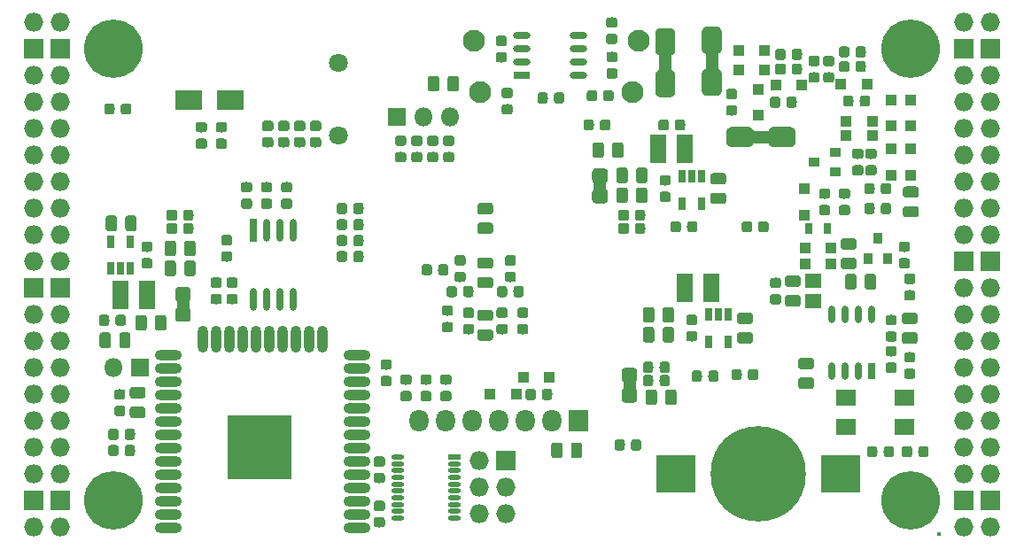
<source format=gbs>
G04 #@! TF.GenerationSoftware,KiCad,Pcbnew,5.0.0+dfsg1-2*
G04 #@! TF.CreationDate,2018-09-18T01:53:43+02:00*
G04 #@! TF.ProjectId,ulx3s,756C7833732E6B696361645F70636200,rev?*
G04 #@! TF.SameCoordinates,Original*
G04 #@! TF.FileFunction,Soldermask,Bot*
G04 #@! TF.FilePolarity,Negative*
%FSLAX46Y46*%
G04 Gerber Fmt 4.6, Leading zero omitted, Abs format (unit mm)*
G04 Created by KiCad (PCBNEW 5.0.0+dfsg1-2) date Tue Sep 18 01:53:43 2018*
%MOMM*%
%LPD*%
G01*
G04 APERTURE LIST*
%ADD10C,1.200000*%
%ADD11C,0.100000*%
%ADD12C,1.395000*%
%ADD13C,1.900000*%
%ADD14O,1.200000X0.500000*%
%ADD15R,1.200000X0.500000*%
%ADD16C,1.075000*%
%ADD17C,0.975000*%
%ADD18R,1.000000X0.900000*%
%ADD19R,1.100000X1.100000*%
%ADD20R,0.800000X1.300000*%
%ADD21C,1.800000*%
%ADD22C,2.100000*%
%ADD23R,3.800000X3.600000*%
%ADD24C,9.100000*%
%ADD25R,1.900000X1.500000*%
%ADD26R,1.827200X2.132000*%
%ADD27O,1.827200X2.132000*%
%ADD28R,0.700000X1.650000*%
%ADD29O,0.700000X1.650000*%
%ADD30R,1.650000X0.700000*%
%ADD31O,1.650000X0.700000*%
%ADD32R,0.700000X2.200000*%
%ADD33O,0.700000X2.200000*%
%ADD34O,2.600000X1.000000*%
%ADD35O,1.000000X2.600000*%
%ADD36R,6.100000X6.100000*%
%ADD37O,1.827200X1.827200*%
%ADD38R,1.827200X1.827200*%
%ADD39C,5.600000*%
%ADD40C,0.400000*%
%ADD41R,1.800000X1.800000*%
%ADD42O,1.800000X1.800000*%
%ADD43R,1.600000X2.800000*%
%ADD44R,0.770000X1.100000*%
%ADD45R,2.600000X1.900000*%
%ADD46R,0.900000X1.000000*%
%ADD47R,1.500000X1.395000*%
G04 APERTURE END LIST*
D10*
G04 #@! TO.C,RP2*
X109609000Y-88632000D02*
X109609000Y-90632000D01*
G04 #@! TO.C,RP3*
X149472000Y-77311000D02*
X149472000Y-79311000D01*
G04 #@! TO.C,RP1*
X152281000Y-96361000D02*
X152281000Y-98361000D01*
G04 #@! TO.C,D52*
X160155000Y-64391000D02*
X160155000Y-68391000D01*
G04 #@! TO.C,D51*
X155710000Y-68518000D02*
X155710000Y-64518000D01*
G04 #@! TO.C,D9*
X166854000Y-73630000D02*
X162854000Y-73630000D01*
G04 #@! TD*
D11*
G04 #@! TO.C,RP2*
G36*
X110044433Y-89903679D02*
X110078288Y-89908701D01*
X110111487Y-89917017D01*
X110143711Y-89928547D01*
X110174650Y-89943180D01*
X110204005Y-89960775D01*
X110231495Y-89981163D01*
X110256853Y-90004147D01*
X110279837Y-90029505D01*
X110300225Y-90056995D01*
X110317820Y-90086350D01*
X110332453Y-90117289D01*
X110343983Y-90149513D01*
X110352299Y-90182712D01*
X110357321Y-90216567D01*
X110359000Y-90250750D01*
X110359000Y-90948250D01*
X110357321Y-90982433D01*
X110352299Y-91016288D01*
X110343983Y-91049487D01*
X110332453Y-91081711D01*
X110317820Y-91112650D01*
X110300225Y-91142005D01*
X110279837Y-91169495D01*
X110256853Y-91194853D01*
X110231495Y-91217837D01*
X110204005Y-91238225D01*
X110174650Y-91255820D01*
X110143711Y-91270453D01*
X110111487Y-91281983D01*
X110078288Y-91290299D01*
X110044433Y-91295321D01*
X110010250Y-91297000D01*
X109207750Y-91297000D01*
X109173567Y-91295321D01*
X109139712Y-91290299D01*
X109106513Y-91281983D01*
X109074289Y-91270453D01*
X109043350Y-91255820D01*
X109013995Y-91238225D01*
X108986505Y-91217837D01*
X108961147Y-91194853D01*
X108938163Y-91169495D01*
X108917775Y-91142005D01*
X108900180Y-91112650D01*
X108885547Y-91081711D01*
X108874017Y-91049487D01*
X108865701Y-91016288D01*
X108860679Y-90982433D01*
X108859000Y-90948250D01*
X108859000Y-90250750D01*
X108860679Y-90216567D01*
X108865701Y-90182712D01*
X108874017Y-90149513D01*
X108885547Y-90117289D01*
X108900180Y-90086350D01*
X108917775Y-90056995D01*
X108938163Y-90029505D01*
X108961147Y-90004147D01*
X108986505Y-89981163D01*
X109013995Y-89960775D01*
X109043350Y-89943180D01*
X109074289Y-89928547D01*
X109106513Y-89917017D01*
X109139712Y-89908701D01*
X109173567Y-89903679D01*
X109207750Y-89902000D01*
X110010250Y-89902000D01*
X110044433Y-89903679D01*
X110044433Y-89903679D01*
G37*
D12*
X109609000Y-90599500D03*
D11*
G36*
X110044433Y-87968679D02*
X110078288Y-87973701D01*
X110111487Y-87982017D01*
X110143711Y-87993547D01*
X110174650Y-88008180D01*
X110204005Y-88025775D01*
X110231495Y-88046163D01*
X110256853Y-88069147D01*
X110279837Y-88094505D01*
X110300225Y-88121995D01*
X110317820Y-88151350D01*
X110332453Y-88182289D01*
X110343983Y-88214513D01*
X110352299Y-88247712D01*
X110357321Y-88281567D01*
X110359000Y-88315750D01*
X110359000Y-89013250D01*
X110357321Y-89047433D01*
X110352299Y-89081288D01*
X110343983Y-89114487D01*
X110332453Y-89146711D01*
X110317820Y-89177650D01*
X110300225Y-89207005D01*
X110279837Y-89234495D01*
X110256853Y-89259853D01*
X110231495Y-89282837D01*
X110204005Y-89303225D01*
X110174650Y-89320820D01*
X110143711Y-89335453D01*
X110111487Y-89346983D01*
X110078288Y-89355299D01*
X110044433Y-89360321D01*
X110010250Y-89362000D01*
X109207750Y-89362000D01*
X109173567Y-89360321D01*
X109139712Y-89355299D01*
X109106513Y-89346983D01*
X109074289Y-89335453D01*
X109043350Y-89320820D01*
X109013995Y-89303225D01*
X108986505Y-89282837D01*
X108961147Y-89259853D01*
X108938163Y-89234495D01*
X108917775Y-89207005D01*
X108900180Y-89177650D01*
X108885547Y-89146711D01*
X108874017Y-89114487D01*
X108865701Y-89081288D01*
X108860679Y-89047433D01*
X108859000Y-89013250D01*
X108859000Y-88315750D01*
X108860679Y-88281567D01*
X108865701Y-88247712D01*
X108874017Y-88214513D01*
X108885547Y-88182289D01*
X108900180Y-88151350D01*
X108917775Y-88121995D01*
X108938163Y-88094505D01*
X108961147Y-88069147D01*
X108986505Y-88046163D01*
X109013995Y-88025775D01*
X109043350Y-88008180D01*
X109074289Y-87993547D01*
X109106513Y-87982017D01*
X109139712Y-87973701D01*
X109173567Y-87968679D01*
X109207750Y-87967000D01*
X110010250Y-87967000D01*
X110044433Y-87968679D01*
X110044433Y-87968679D01*
G37*
D12*
X109609000Y-88664500D03*
G04 #@! TD*
D11*
G04 #@! TO.C,RP3*
G36*
X149907433Y-78582679D02*
X149941288Y-78587701D01*
X149974487Y-78596017D01*
X150006711Y-78607547D01*
X150037650Y-78622180D01*
X150067005Y-78639775D01*
X150094495Y-78660163D01*
X150119853Y-78683147D01*
X150142837Y-78708505D01*
X150163225Y-78735995D01*
X150180820Y-78765350D01*
X150195453Y-78796289D01*
X150206983Y-78828513D01*
X150215299Y-78861712D01*
X150220321Y-78895567D01*
X150222000Y-78929750D01*
X150222000Y-79627250D01*
X150220321Y-79661433D01*
X150215299Y-79695288D01*
X150206983Y-79728487D01*
X150195453Y-79760711D01*
X150180820Y-79791650D01*
X150163225Y-79821005D01*
X150142837Y-79848495D01*
X150119853Y-79873853D01*
X150094495Y-79896837D01*
X150067005Y-79917225D01*
X150037650Y-79934820D01*
X150006711Y-79949453D01*
X149974487Y-79960983D01*
X149941288Y-79969299D01*
X149907433Y-79974321D01*
X149873250Y-79976000D01*
X149070750Y-79976000D01*
X149036567Y-79974321D01*
X149002712Y-79969299D01*
X148969513Y-79960983D01*
X148937289Y-79949453D01*
X148906350Y-79934820D01*
X148876995Y-79917225D01*
X148849505Y-79896837D01*
X148824147Y-79873853D01*
X148801163Y-79848495D01*
X148780775Y-79821005D01*
X148763180Y-79791650D01*
X148748547Y-79760711D01*
X148737017Y-79728487D01*
X148728701Y-79695288D01*
X148723679Y-79661433D01*
X148722000Y-79627250D01*
X148722000Y-78929750D01*
X148723679Y-78895567D01*
X148728701Y-78861712D01*
X148737017Y-78828513D01*
X148748547Y-78796289D01*
X148763180Y-78765350D01*
X148780775Y-78735995D01*
X148801163Y-78708505D01*
X148824147Y-78683147D01*
X148849505Y-78660163D01*
X148876995Y-78639775D01*
X148906350Y-78622180D01*
X148937289Y-78607547D01*
X148969513Y-78596017D01*
X149002712Y-78587701D01*
X149036567Y-78582679D01*
X149070750Y-78581000D01*
X149873250Y-78581000D01*
X149907433Y-78582679D01*
X149907433Y-78582679D01*
G37*
D12*
X149472000Y-79278500D03*
D11*
G36*
X149907433Y-76647679D02*
X149941288Y-76652701D01*
X149974487Y-76661017D01*
X150006711Y-76672547D01*
X150037650Y-76687180D01*
X150067005Y-76704775D01*
X150094495Y-76725163D01*
X150119853Y-76748147D01*
X150142837Y-76773505D01*
X150163225Y-76800995D01*
X150180820Y-76830350D01*
X150195453Y-76861289D01*
X150206983Y-76893513D01*
X150215299Y-76926712D01*
X150220321Y-76960567D01*
X150222000Y-76994750D01*
X150222000Y-77692250D01*
X150220321Y-77726433D01*
X150215299Y-77760288D01*
X150206983Y-77793487D01*
X150195453Y-77825711D01*
X150180820Y-77856650D01*
X150163225Y-77886005D01*
X150142837Y-77913495D01*
X150119853Y-77938853D01*
X150094495Y-77961837D01*
X150067005Y-77982225D01*
X150037650Y-77999820D01*
X150006711Y-78014453D01*
X149974487Y-78025983D01*
X149941288Y-78034299D01*
X149907433Y-78039321D01*
X149873250Y-78041000D01*
X149070750Y-78041000D01*
X149036567Y-78039321D01*
X149002712Y-78034299D01*
X148969513Y-78025983D01*
X148937289Y-78014453D01*
X148906350Y-77999820D01*
X148876995Y-77982225D01*
X148849505Y-77961837D01*
X148824147Y-77938853D01*
X148801163Y-77913495D01*
X148780775Y-77886005D01*
X148763180Y-77856650D01*
X148748547Y-77825711D01*
X148737017Y-77793487D01*
X148728701Y-77760288D01*
X148723679Y-77726433D01*
X148722000Y-77692250D01*
X148722000Y-76994750D01*
X148723679Y-76960567D01*
X148728701Y-76926712D01*
X148737017Y-76893513D01*
X148748547Y-76861289D01*
X148763180Y-76830350D01*
X148780775Y-76800995D01*
X148801163Y-76773505D01*
X148824147Y-76748147D01*
X148849505Y-76725163D01*
X148876995Y-76704775D01*
X148906350Y-76687180D01*
X148937289Y-76672547D01*
X148969513Y-76661017D01*
X149002712Y-76652701D01*
X149036567Y-76647679D01*
X149070750Y-76646000D01*
X149873250Y-76646000D01*
X149907433Y-76647679D01*
X149907433Y-76647679D01*
G37*
D12*
X149472000Y-77343500D03*
G04 #@! TD*
D11*
G04 #@! TO.C,RP1*
G36*
X152716433Y-97632679D02*
X152750288Y-97637701D01*
X152783487Y-97646017D01*
X152815711Y-97657547D01*
X152846650Y-97672180D01*
X152876005Y-97689775D01*
X152903495Y-97710163D01*
X152928853Y-97733147D01*
X152951837Y-97758505D01*
X152972225Y-97785995D01*
X152989820Y-97815350D01*
X153004453Y-97846289D01*
X153015983Y-97878513D01*
X153024299Y-97911712D01*
X153029321Y-97945567D01*
X153031000Y-97979750D01*
X153031000Y-98677250D01*
X153029321Y-98711433D01*
X153024299Y-98745288D01*
X153015983Y-98778487D01*
X153004453Y-98810711D01*
X152989820Y-98841650D01*
X152972225Y-98871005D01*
X152951837Y-98898495D01*
X152928853Y-98923853D01*
X152903495Y-98946837D01*
X152876005Y-98967225D01*
X152846650Y-98984820D01*
X152815711Y-98999453D01*
X152783487Y-99010983D01*
X152750288Y-99019299D01*
X152716433Y-99024321D01*
X152682250Y-99026000D01*
X151879750Y-99026000D01*
X151845567Y-99024321D01*
X151811712Y-99019299D01*
X151778513Y-99010983D01*
X151746289Y-98999453D01*
X151715350Y-98984820D01*
X151685995Y-98967225D01*
X151658505Y-98946837D01*
X151633147Y-98923853D01*
X151610163Y-98898495D01*
X151589775Y-98871005D01*
X151572180Y-98841650D01*
X151557547Y-98810711D01*
X151546017Y-98778487D01*
X151537701Y-98745288D01*
X151532679Y-98711433D01*
X151531000Y-98677250D01*
X151531000Y-97979750D01*
X151532679Y-97945567D01*
X151537701Y-97911712D01*
X151546017Y-97878513D01*
X151557547Y-97846289D01*
X151572180Y-97815350D01*
X151589775Y-97785995D01*
X151610163Y-97758505D01*
X151633147Y-97733147D01*
X151658505Y-97710163D01*
X151685995Y-97689775D01*
X151715350Y-97672180D01*
X151746289Y-97657547D01*
X151778513Y-97646017D01*
X151811712Y-97637701D01*
X151845567Y-97632679D01*
X151879750Y-97631000D01*
X152682250Y-97631000D01*
X152716433Y-97632679D01*
X152716433Y-97632679D01*
G37*
D12*
X152281000Y-98328500D03*
D11*
G36*
X152716433Y-95697679D02*
X152750288Y-95702701D01*
X152783487Y-95711017D01*
X152815711Y-95722547D01*
X152846650Y-95737180D01*
X152876005Y-95754775D01*
X152903495Y-95775163D01*
X152928853Y-95798147D01*
X152951837Y-95823505D01*
X152972225Y-95850995D01*
X152989820Y-95880350D01*
X153004453Y-95911289D01*
X153015983Y-95943513D01*
X153024299Y-95976712D01*
X153029321Y-96010567D01*
X153031000Y-96044750D01*
X153031000Y-96742250D01*
X153029321Y-96776433D01*
X153024299Y-96810288D01*
X153015983Y-96843487D01*
X153004453Y-96875711D01*
X152989820Y-96906650D01*
X152972225Y-96936005D01*
X152951837Y-96963495D01*
X152928853Y-96988853D01*
X152903495Y-97011837D01*
X152876005Y-97032225D01*
X152846650Y-97049820D01*
X152815711Y-97064453D01*
X152783487Y-97075983D01*
X152750288Y-97084299D01*
X152716433Y-97089321D01*
X152682250Y-97091000D01*
X151879750Y-97091000D01*
X151845567Y-97089321D01*
X151811712Y-97084299D01*
X151778513Y-97075983D01*
X151746289Y-97064453D01*
X151715350Y-97049820D01*
X151685995Y-97032225D01*
X151658505Y-97011837D01*
X151633147Y-96988853D01*
X151610163Y-96963495D01*
X151589775Y-96936005D01*
X151572180Y-96906650D01*
X151557547Y-96875711D01*
X151546017Y-96843487D01*
X151537701Y-96810288D01*
X151532679Y-96776433D01*
X151531000Y-96742250D01*
X151531000Y-96044750D01*
X151532679Y-96010567D01*
X151537701Y-95976712D01*
X151546017Y-95943513D01*
X151557547Y-95911289D01*
X151572180Y-95880350D01*
X151589775Y-95850995D01*
X151610163Y-95823505D01*
X151633147Y-95798147D01*
X151658505Y-95775163D01*
X151685995Y-95754775D01*
X151715350Y-95737180D01*
X151746289Y-95722547D01*
X151778513Y-95711017D01*
X151811712Y-95702701D01*
X151845567Y-95697679D01*
X151879750Y-95696000D01*
X152682250Y-95696000D01*
X152716433Y-95697679D01*
X152716433Y-95697679D01*
G37*
D12*
X152281000Y-96393500D03*
G04 #@! TD*
D11*
G04 #@! TO.C,D52*
G36*
X160676558Y-67093287D02*
X160722668Y-67100127D01*
X160767885Y-67111453D01*
X160811775Y-67127157D01*
X160853913Y-67147087D01*
X160893896Y-67171052D01*
X160931337Y-67198820D01*
X160965876Y-67230124D01*
X160997180Y-67264663D01*
X161024948Y-67302104D01*
X161048913Y-67342087D01*
X161068843Y-67384225D01*
X161084547Y-67428115D01*
X161095873Y-67473332D01*
X161102713Y-67519442D01*
X161105000Y-67566000D01*
X161105000Y-69216000D01*
X161102713Y-69262558D01*
X161095873Y-69308668D01*
X161084547Y-69353885D01*
X161068843Y-69397775D01*
X161048913Y-69439913D01*
X161024948Y-69479896D01*
X160997180Y-69517337D01*
X160965876Y-69551876D01*
X160931337Y-69583180D01*
X160893896Y-69610948D01*
X160853913Y-69634913D01*
X160811775Y-69654843D01*
X160767885Y-69670547D01*
X160722668Y-69681873D01*
X160676558Y-69688713D01*
X160630000Y-69691000D01*
X159680000Y-69691000D01*
X159633442Y-69688713D01*
X159587332Y-69681873D01*
X159542115Y-69670547D01*
X159498225Y-69654843D01*
X159456087Y-69634913D01*
X159416104Y-69610948D01*
X159378663Y-69583180D01*
X159344124Y-69551876D01*
X159312820Y-69517337D01*
X159285052Y-69479896D01*
X159261087Y-69439913D01*
X159241157Y-69397775D01*
X159225453Y-69353885D01*
X159214127Y-69308668D01*
X159207287Y-69262558D01*
X159205000Y-69216000D01*
X159205000Y-67566000D01*
X159207287Y-67519442D01*
X159214127Y-67473332D01*
X159225453Y-67428115D01*
X159241157Y-67384225D01*
X159261087Y-67342087D01*
X159285052Y-67302104D01*
X159312820Y-67264663D01*
X159344124Y-67230124D01*
X159378663Y-67198820D01*
X159416104Y-67171052D01*
X159456087Y-67147087D01*
X159498225Y-67127157D01*
X159542115Y-67111453D01*
X159587332Y-67100127D01*
X159633442Y-67093287D01*
X159680000Y-67091000D01*
X160630000Y-67091000D01*
X160676558Y-67093287D01*
X160676558Y-67093287D01*
G37*
D13*
X160155000Y-68391000D03*
D11*
G36*
X160676558Y-63093287D02*
X160722668Y-63100127D01*
X160767885Y-63111453D01*
X160811775Y-63127157D01*
X160853913Y-63147087D01*
X160893896Y-63171052D01*
X160931337Y-63198820D01*
X160965876Y-63230124D01*
X160997180Y-63264663D01*
X161024948Y-63302104D01*
X161048913Y-63342087D01*
X161068843Y-63384225D01*
X161084547Y-63428115D01*
X161095873Y-63473332D01*
X161102713Y-63519442D01*
X161105000Y-63566000D01*
X161105000Y-65216000D01*
X161102713Y-65262558D01*
X161095873Y-65308668D01*
X161084547Y-65353885D01*
X161068843Y-65397775D01*
X161048913Y-65439913D01*
X161024948Y-65479896D01*
X160997180Y-65517337D01*
X160965876Y-65551876D01*
X160931337Y-65583180D01*
X160893896Y-65610948D01*
X160853913Y-65634913D01*
X160811775Y-65654843D01*
X160767885Y-65670547D01*
X160722668Y-65681873D01*
X160676558Y-65688713D01*
X160630000Y-65691000D01*
X159680000Y-65691000D01*
X159633442Y-65688713D01*
X159587332Y-65681873D01*
X159542115Y-65670547D01*
X159498225Y-65654843D01*
X159456087Y-65634913D01*
X159416104Y-65610948D01*
X159378663Y-65583180D01*
X159344124Y-65551876D01*
X159312820Y-65517337D01*
X159285052Y-65479896D01*
X159261087Y-65439913D01*
X159241157Y-65397775D01*
X159225453Y-65353885D01*
X159214127Y-65308668D01*
X159207287Y-65262558D01*
X159205000Y-65216000D01*
X159205000Y-63566000D01*
X159207287Y-63519442D01*
X159214127Y-63473332D01*
X159225453Y-63428115D01*
X159241157Y-63384225D01*
X159261087Y-63342087D01*
X159285052Y-63302104D01*
X159312820Y-63264663D01*
X159344124Y-63230124D01*
X159378663Y-63198820D01*
X159416104Y-63171052D01*
X159456087Y-63147087D01*
X159498225Y-63127157D01*
X159542115Y-63111453D01*
X159587332Y-63100127D01*
X159633442Y-63093287D01*
X159680000Y-63091000D01*
X160630000Y-63091000D01*
X160676558Y-63093287D01*
X160676558Y-63093287D01*
G37*
D13*
X160155000Y-64391000D03*
G04 #@! TD*
D11*
G04 #@! TO.C,D51*
G36*
X156231558Y-63220287D02*
X156277668Y-63227127D01*
X156322885Y-63238453D01*
X156366775Y-63254157D01*
X156408913Y-63274087D01*
X156448896Y-63298052D01*
X156486337Y-63325820D01*
X156520876Y-63357124D01*
X156552180Y-63391663D01*
X156579948Y-63429104D01*
X156603913Y-63469087D01*
X156623843Y-63511225D01*
X156639547Y-63555115D01*
X156650873Y-63600332D01*
X156657713Y-63646442D01*
X156660000Y-63693000D01*
X156660000Y-65343000D01*
X156657713Y-65389558D01*
X156650873Y-65435668D01*
X156639547Y-65480885D01*
X156623843Y-65524775D01*
X156603913Y-65566913D01*
X156579948Y-65606896D01*
X156552180Y-65644337D01*
X156520876Y-65678876D01*
X156486337Y-65710180D01*
X156448896Y-65737948D01*
X156408913Y-65761913D01*
X156366775Y-65781843D01*
X156322885Y-65797547D01*
X156277668Y-65808873D01*
X156231558Y-65815713D01*
X156185000Y-65818000D01*
X155235000Y-65818000D01*
X155188442Y-65815713D01*
X155142332Y-65808873D01*
X155097115Y-65797547D01*
X155053225Y-65781843D01*
X155011087Y-65761913D01*
X154971104Y-65737948D01*
X154933663Y-65710180D01*
X154899124Y-65678876D01*
X154867820Y-65644337D01*
X154840052Y-65606896D01*
X154816087Y-65566913D01*
X154796157Y-65524775D01*
X154780453Y-65480885D01*
X154769127Y-65435668D01*
X154762287Y-65389558D01*
X154760000Y-65343000D01*
X154760000Y-63693000D01*
X154762287Y-63646442D01*
X154769127Y-63600332D01*
X154780453Y-63555115D01*
X154796157Y-63511225D01*
X154816087Y-63469087D01*
X154840052Y-63429104D01*
X154867820Y-63391663D01*
X154899124Y-63357124D01*
X154933663Y-63325820D01*
X154971104Y-63298052D01*
X155011087Y-63274087D01*
X155053225Y-63254157D01*
X155097115Y-63238453D01*
X155142332Y-63227127D01*
X155188442Y-63220287D01*
X155235000Y-63218000D01*
X156185000Y-63218000D01*
X156231558Y-63220287D01*
X156231558Y-63220287D01*
G37*
D13*
X155710000Y-64518000D03*
D11*
G36*
X156231558Y-67220287D02*
X156277668Y-67227127D01*
X156322885Y-67238453D01*
X156366775Y-67254157D01*
X156408913Y-67274087D01*
X156448896Y-67298052D01*
X156486337Y-67325820D01*
X156520876Y-67357124D01*
X156552180Y-67391663D01*
X156579948Y-67429104D01*
X156603913Y-67469087D01*
X156623843Y-67511225D01*
X156639547Y-67555115D01*
X156650873Y-67600332D01*
X156657713Y-67646442D01*
X156660000Y-67693000D01*
X156660000Y-69343000D01*
X156657713Y-69389558D01*
X156650873Y-69435668D01*
X156639547Y-69480885D01*
X156623843Y-69524775D01*
X156603913Y-69566913D01*
X156579948Y-69606896D01*
X156552180Y-69644337D01*
X156520876Y-69678876D01*
X156486337Y-69710180D01*
X156448896Y-69737948D01*
X156408913Y-69761913D01*
X156366775Y-69781843D01*
X156322885Y-69797547D01*
X156277668Y-69808873D01*
X156231558Y-69815713D01*
X156185000Y-69818000D01*
X155235000Y-69818000D01*
X155188442Y-69815713D01*
X155142332Y-69808873D01*
X155097115Y-69797547D01*
X155053225Y-69781843D01*
X155011087Y-69761913D01*
X154971104Y-69737948D01*
X154933663Y-69710180D01*
X154899124Y-69678876D01*
X154867820Y-69644337D01*
X154840052Y-69606896D01*
X154816087Y-69566913D01*
X154796157Y-69524775D01*
X154780453Y-69480885D01*
X154769127Y-69435668D01*
X154762287Y-69389558D01*
X154760000Y-69343000D01*
X154760000Y-67693000D01*
X154762287Y-67646442D01*
X154769127Y-67600332D01*
X154780453Y-67555115D01*
X154796157Y-67511225D01*
X154816087Y-67469087D01*
X154840052Y-67429104D01*
X154867820Y-67391663D01*
X154899124Y-67357124D01*
X154933663Y-67325820D01*
X154971104Y-67298052D01*
X155011087Y-67274087D01*
X155053225Y-67254157D01*
X155097115Y-67238453D01*
X155142332Y-67227127D01*
X155188442Y-67220287D01*
X155235000Y-67218000D01*
X156185000Y-67218000D01*
X156231558Y-67220287D01*
X156231558Y-67220287D01*
G37*
D13*
X155710000Y-68518000D03*
G04 #@! TD*
D11*
G04 #@! TO.C,D9*
G36*
X163725558Y-72682287D02*
X163771668Y-72689127D01*
X163816885Y-72700453D01*
X163860775Y-72716157D01*
X163902913Y-72736087D01*
X163942896Y-72760052D01*
X163980337Y-72787820D01*
X164014876Y-72819124D01*
X164046180Y-72853663D01*
X164073948Y-72891104D01*
X164097913Y-72931087D01*
X164117843Y-72973225D01*
X164133547Y-73017115D01*
X164144873Y-73062332D01*
X164151713Y-73108442D01*
X164154000Y-73155000D01*
X164154000Y-74105000D01*
X164151713Y-74151558D01*
X164144873Y-74197668D01*
X164133547Y-74242885D01*
X164117843Y-74286775D01*
X164097913Y-74328913D01*
X164073948Y-74368896D01*
X164046180Y-74406337D01*
X164014876Y-74440876D01*
X163980337Y-74472180D01*
X163942896Y-74499948D01*
X163902913Y-74523913D01*
X163860775Y-74543843D01*
X163816885Y-74559547D01*
X163771668Y-74570873D01*
X163725558Y-74577713D01*
X163679000Y-74580000D01*
X162029000Y-74580000D01*
X161982442Y-74577713D01*
X161936332Y-74570873D01*
X161891115Y-74559547D01*
X161847225Y-74543843D01*
X161805087Y-74523913D01*
X161765104Y-74499948D01*
X161727663Y-74472180D01*
X161693124Y-74440876D01*
X161661820Y-74406337D01*
X161634052Y-74368896D01*
X161610087Y-74328913D01*
X161590157Y-74286775D01*
X161574453Y-74242885D01*
X161563127Y-74197668D01*
X161556287Y-74151558D01*
X161554000Y-74105000D01*
X161554000Y-73155000D01*
X161556287Y-73108442D01*
X161563127Y-73062332D01*
X161574453Y-73017115D01*
X161590157Y-72973225D01*
X161610087Y-72931087D01*
X161634052Y-72891104D01*
X161661820Y-72853663D01*
X161693124Y-72819124D01*
X161727663Y-72787820D01*
X161765104Y-72760052D01*
X161805087Y-72736087D01*
X161847225Y-72716157D01*
X161891115Y-72700453D01*
X161936332Y-72689127D01*
X161982442Y-72682287D01*
X162029000Y-72680000D01*
X163679000Y-72680000D01*
X163725558Y-72682287D01*
X163725558Y-72682287D01*
G37*
D13*
X162854000Y-73630000D03*
D11*
G36*
X167725558Y-72682287D02*
X167771668Y-72689127D01*
X167816885Y-72700453D01*
X167860775Y-72716157D01*
X167902913Y-72736087D01*
X167942896Y-72760052D01*
X167980337Y-72787820D01*
X168014876Y-72819124D01*
X168046180Y-72853663D01*
X168073948Y-72891104D01*
X168097913Y-72931087D01*
X168117843Y-72973225D01*
X168133547Y-73017115D01*
X168144873Y-73062332D01*
X168151713Y-73108442D01*
X168154000Y-73155000D01*
X168154000Y-74105000D01*
X168151713Y-74151558D01*
X168144873Y-74197668D01*
X168133547Y-74242885D01*
X168117843Y-74286775D01*
X168097913Y-74328913D01*
X168073948Y-74368896D01*
X168046180Y-74406337D01*
X168014876Y-74440876D01*
X167980337Y-74472180D01*
X167942896Y-74499948D01*
X167902913Y-74523913D01*
X167860775Y-74543843D01*
X167816885Y-74559547D01*
X167771668Y-74570873D01*
X167725558Y-74577713D01*
X167679000Y-74580000D01*
X166029000Y-74580000D01*
X165982442Y-74577713D01*
X165936332Y-74570873D01*
X165891115Y-74559547D01*
X165847225Y-74543843D01*
X165805087Y-74523913D01*
X165765104Y-74499948D01*
X165727663Y-74472180D01*
X165693124Y-74440876D01*
X165661820Y-74406337D01*
X165634052Y-74368896D01*
X165610087Y-74328913D01*
X165590157Y-74286775D01*
X165574453Y-74242885D01*
X165563127Y-74197668D01*
X165556287Y-74151558D01*
X165554000Y-74105000D01*
X165554000Y-73155000D01*
X165556287Y-73108442D01*
X165563127Y-73062332D01*
X165574453Y-73017115D01*
X165590157Y-72973225D01*
X165610087Y-72931087D01*
X165634052Y-72891104D01*
X165661820Y-72853663D01*
X165693124Y-72819124D01*
X165727663Y-72787820D01*
X165765104Y-72760052D01*
X165805087Y-72736087D01*
X165847225Y-72716157D01*
X165891115Y-72700453D01*
X165936332Y-72689127D01*
X165982442Y-72682287D01*
X166029000Y-72680000D01*
X167679000Y-72680000D01*
X167725558Y-72682287D01*
X167725558Y-72682287D01*
G37*
D13*
X166854000Y-73630000D03*
G04 #@! TD*
D14*
G04 #@! TO.C,U6*
X130135000Y-104215000D03*
X130135000Y-104865000D03*
X130135000Y-105515000D03*
X130135000Y-106165000D03*
X130135000Y-106815000D03*
X130135000Y-107465000D03*
X130135000Y-108115000D03*
X130135000Y-108765000D03*
X130135000Y-109415000D03*
X130135000Y-110065000D03*
X135535000Y-110065000D03*
X135535000Y-109415000D03*
X135535000Y-108765000D03*
X135535000Y-108115000D03*
X135535000Y-107465000D03*
X135535000Y-106815000D03*
X135535000Y-106165000D03*
X135535000Y-105515000D03*
X135535000Y-104865000D03*
D15*
X135535000Y-104215000D03*
G04 #@! TD*
D11*
G04 #@! TO.C,C1*
G36*
X104936092Y-81136294D02*
X104962181Y-81140164D01*
X104987764Y-81146572D01*
X105012596Y-81155457D01*
X105036438Y-81166734D01*
X105059060Y-81180293D01*
X105080243Y-81196003D01*
X105099785Y-81213715D01*
X105117497Y-81233257D01*
X105133207Y-81254440D01*
X105146766Y-81277062D01*
X105158043Y-81300904D01*
X105166928Y-81325736D01*
X105173336Y-81351319D01*
X105177206Y-81377408D01*
X105178500Y-81403750D01*
X105178500Y-82366250D01*
X105177206Y-82392592D01*
X105173336Y-82418681D01*
X105166928Y-82444264D01*
X105158043Y-82469096D01*
X105146766Y-82492938D01*
X105133207Y-82515560D01*
X105117497Y-82536743D01*
X105099785Y-82556285D01*
X105080243Y-82573997D01*
X105059060Y-82589707D01*
X105036438Y-82603266D01*
X105012596Y-82614543D01*
X104987764Y-82623428D01*
X104962181Y-82629836D01*
X104936092Y-82633706D01*
X104909750Y-82635000D01*
X104372250Y-82635000D01*
X104345908Y-82633706D01*
X104319819Y-82629836D01*
X104294236Y-82623428D01*
X104269404Y-82614543D01*
X104245562Y-82603266D01*
X104222940Y-82589707D01*
X104201757Y-82573997D01*
X104182215Y-82556285D01*
X104164503Y-82536743D01*
X104148793Y-82515560D01*
X104135234Y-82492938D01*
X104123957Y-82469096D01*
X104115072Y-82444264D01*
X104108664Y-82418681D01*
X104104794Y-82392592D01*
X104103500Y-82366250D01*
X104103500Y-81403750D01*
X104104794Y-81377408D01*
X104108664Y-81351319D01*
X104115072Y-81325736D01*
X104123957Y-81300904D01*
X104135234Y-81277062D01*
X104148793Y-81254440D01*
X104164503Y-81233257D01*
X104182215Y-81213715D01*
X104201757Y-81196003D01*
X104222940Y-81180293D01*
X104245562Y-81166734D01*
X104269404Y-81155457D01*
X104294236Y-81146572D01*
X104319819Y-81140164D01*
X104345908Y-81136294D01*
X104372250Y-81135000D01*
X104909750Y-81135000D01*
X104936092Y-81136294D01*
X104936092Y-81136294D01*
G37*
D16*
X104641000Y-81885000D03*
D11*
G36*
X103061092Y-81136294D02*
X103087181Y-81140164D01*
X103112764Y-81146572D01*
X103137596Y-81155457D01*
X103161438Y-81166734D01*
X103184060Y-81180293D01*
X103205243Y-81196003D01*
X103224785Y-81213715D01*
X103242497Y-81233257D01*
X103258207Y-81254440D01*
X103271766Y-81277062D01*
X103283043Y-81300904D01*
X103291928Y-81325736D01*
X103298336Y-81351319D01*
X103302206Y-81377408D01*
X103303500Y-81403750D01*
X103303500Y-82366250D01*
X103302206Y-82392592D01*
X103298336Y-82418681D01*
X103291928Y-82444264D01*
X103283043Y-82469096D01*
X103271766Y-82492938D01*
X103258207Y-82515560D01*
X103242497Y-82536743D01*
X103224785Y-82556285D01*
X103205243Y-82573997D01*
X103184060Y-82589707D01*
X103161438Y-82603266D01*
X103137596Y-82614543D01*
X103112764Y-82623428D01*
X103087181Y-82629836D01*
X103061092Y-82633706D01*
X103034750Y-82635000D01*
X102497250Y-82635000D01*
X102470908Y-82633706D01*
X102444819Y-82629836D01*
X102419236Y-82623428D01*
X102394404Y-82614543D01*
X102370562Y-82603266D01*
X102347940Y-82589707D01*
X102326757Y-82573997D01*
X102307215Y-82556285D01*
X102289503Y-82536743D01*
X102273793Y-82515560D01*
X102260234Y-82492938D01*
X102248957Y-82469096D01*
X102240072Y-82444264D01*
X102233664Y-82418681D01*
X102229794Y-82392592D01*
X102228500Y-82366250D01*
X102228500Y-81403750D01*
X102229794Y-81377408D01*
X102233664Y-81351319D01*
X102240072Y-81325736D01*
X102248957Y-81300904D01*
X102260234Y-81277062D01*
X102273793Y-81254440D01*
X102289503Y-81233257D01*
X102307215Y-81213715D01*
X102326757Y-81196003D01*
X102347940Y-81180293D01*
X102370562Y-81166734D01*
X102394404Y-81155457D01*
X102419236Y-81146572D01*
X102444819Y-81140164D01*
X102470908Y-81136294D01*
X102497250Y-81135000D01*
X103034750Y-81135000D01*
X103061092Y-81136294D01*
X103061092Y-81136294D01*
G37*
D16*
X102766000Y-81885000D03*
G04 #@! TD*
D11*
G04 #@! TO.C,R9*
G36*
X128695142Y-109981174D02*
X128718803Y-109984684D01*
X128742007Y-109990496D01*
X128764529Y-109998554D01*
X128786153Y-110008782D01*
X128806670Y-110021079D01*
X128825883Y-110035329D01*
X128843607Y-110051393D01*
X128859671Y-110069117D01*
X128873921Y-110088330D01*
X128886218Y-110108847D01*
X128896446Y-110130471D01*
X128904504Y-110152993D01*
X128910316Y-110176197D01*
X128913826Y-110199858D01*
X128915000Y-110223750D01*
X128915000Y-110711250D01*
X128913826Y-110735142D01*
X128910316Y-110758803D01*
X128904504Y-110782007D01*
X128896446Y-110804529D01*
X128886218Y-110826153D01*
X128873921Y-110846670D01*
X128859671Y-110865883D01*
X128843607Y-110883607D01*
X128825883Y-110899671D01*
X128806670Y-110913921D01*
X128786153Y-110926218D01*
X128764529Y-110936446D01*
X128742007Y-110944504D01*
X128718803Y-110950316D01*
X128695142Y-110953826D01*
X128671250Y-110955000D01*
X128108750Y-110955000D01*
X128084858Y-110953826D01*
X128061197Y-110950316D01*
X128037993Y-110944504D01*
X128015471Y-110936446D01*
X127993847Y-110926218D01*
X127973330Y-110913921D01*
X127954117Y-110899671D01*
X127936393Y-110883607D01*
X127920329Y-110865883D01*
X127906079Y-110846670D01*
X127893782Y-110826153D01*
X127883554Y-110804529D01*
X127875496Y-110782007D01*
X127869684Y-110758803D01*
X127866174Y-110735142D01*
X127865000Y-110711250D01*
X127865000Y-110223750D01*
X127866174Y-110199858D01*
X127869684Y-110176197D01*
X127875496Y-110152993D01*
X127883554Y-110130471D01*
X127893782Y-110108847D01*
X127906079Y-110088330D01*
X127920329Y-110069117D01*
X127936393Y-110051393D01*
X127954117Y-110035329D01*
X127973330Y-110021079D01*
X127993847Y-110008782D01*
X128015471Y-109998554D01*
X128037993Y-109990496D01*
X128061197Y-109984684D01*
X128084858Y-109981174D01*
X128108750Y-109980000D01*
X128671250Y-109980000D01*
X128695142Y-109981174D01*
X128695142Y-109981174D01*
G37*
D17*
X128390000Y-110467500D03*
D11*
G36*
X128695142Y-108406174D02*
X128718803Y-108409684D01*
X128742007Y-108415496D01*
X128764529Y-108423554D01*
X128786153Y-108433782D01*
X128806670Y-108446079D01*
X128825883Y-108460329D01*
X128843607Y-108476393D01*
X128859671Y-108494117D01*
X128873921Y-108513330D01*
X128886218Y-108533847D01*
X128896446Y-108555471D01*
X128904504Y-108577993D01*
X128910316Y-108601197D01*
X128913826Y-108624858D01*
X128915000Y-108648750D01*
X128915000Y-109136250D01*
X128913826Y-109160142D01*
X128910316Y-109183803D01*
X128904504Y-109207007D01*
X128896446Y-109229529D01*
X128886218Y-109251153D01*
X128873921Y-109271670D01*
X128859671Y-109290883D01*
X128843607Y-109308607D01*
X128825883Y-109324671D01*
X128806670Y-109338921D01*
X128786153Y-109351218D01*
X128764529Y-109361446D01*
X128742007Y-109369504D01*
X128718803Y-109375316D01*
X128695142Y-109378826D01*
X128671250Y-109380000D01*
X128108750Y-109380000D01*
X128084858Y-109378826D01*
X128061197Y-109375316D01*
X128037993Y-109369504D01*
X128015471Y-109361446D01*
X127993847Y-109351218D01*
X127973330Y-109338921D01*
X127954117Y-109324671D01*
X127936393Y-109308607D01*
X127920329Y-109290883D01*
X127906079Y-109271670D01*
X127893782Y-109251153D01*
X127883554Y-109229529D01*
X127875496Y-109207007D01*
X127869684Y-109183803D01*
X127866174Y-109160142D01*
X127865000Y-109136250D01*
X127865000Y-108648750D01*
X127866174Y-108624858D01*
X127869684Y-108601197D01*
X127875496Y-108577993D01*
X127883554Y-108555471D01*
X127893782Y-108533847D01*
X127906079Y-108513330D01*
X127920329Y-108494117D01*
X127936393Y-108476393D01*
X127954117Y-108460329D01*
X127973330Y-108446079D01*
X127993847Y-108433782D01*
X128015471Y-108423554D01*
X128037993Y-108415496D01*
X128061197Y-108409684D01*
X128084858Y-108406174D01*
X128108750Y-108405000D01*
X128671250Y-108405000D01*
X128695142Y-108406174D01*
X128695142Y-108406174D01*
G37*
D17*
X128390000Y-108892500D03*
G04 #@! TD*
D11*
G04 #@! TO.C,R56*
G36*
X128695142Y-104172174D02*
X128718803Y-104175684D01*
X128742007Y-104181496D01*
X128764529Y-104189554D01*
X128786153Y-104199782D01*
X128806670Y-104212079D01*
X128825883Y-104226329D01*
X128843607Y-104242393D01*
X128859671Y-104260117D01*
X128873921Y-104279330D01*
X128886218Y-104299847D01*
X128896446Y-104321471D01*
X128904504Y-104343993D01*
X128910316Y-104367197D01*
X128913826Y-104390858D01*
X128915000Y-104414750D01*
X128915000Y-104902250D01*
X128913826Y-104926142D01*
X128910316Y-104949803D01*
X128904504Y-104973007D01*
X128896446Y-104995529D01*
X128886218Y-105017153D01*
X128873921Y-105037670D01*
X128859671Y-105056883D01*
X128843607Y-105074607D01*
X128825883Y-105090671D01*
X128806670Y-105104921D01*
X128786153Y-105117218D01*
X128764529Y-105127446D01*
X128742007Y-105135504D01*
X128718803Y-105141316D01*
X128695142Y-105144826D01*
X128671250Y-105146000D01*
X128108750Y-105146000D01*
X128084858Y-105144826D01*
X128061197Y-105141316D01*
X128037993Y-105135504D01*
X128015471Y-105127446D01*
X127993847Y-105117218D01*
X127973330Y-105104921D01*
X127954117Y-105090671D01*
X127936393Y-105074607D01*
X127920329Y-105056883D01*
X127906079Y-105037670D01*
X127893782Y-105017153D01*
X127883554Y-104995529D01*
X127875496Y-104973007D01*
X127869684Y-104949803D01*
X127866174Y-104926142D01*
X127865000Y-104902250D01*
X127865000Y-104414750D01*
X127866174Y-104390858D01*
X127869684Y-104367197D01*
X127875496Y-104343993D01*
X127883554Y-104321471D01*
X127893782Y-104299847D01*
X127906079Y-104279330D01*
X127920329Y-104260117D01*
X127936393Y-104242393D01*
X127954117Y-104226329D01*
X127973330Y-104212079D01*
X127993847Y-104199782D01*
X128015471Y-104189554D01*
X128037993Y-104181496D01*
X128061197Y-104175684D01*
X128084858Y-104172174D01*
X128108750Y-104171000D01*
X128671250Y-104171000D01*
X128695142Y-104172174D01*
X128695142Y-104172174D01*
G37*
D17*
X128390000Y-104658500D03*
D11*
G36*
X128695142Y-105747174D02*
X128718803Y-105750684D01*
X128742007Y-105756496D01*
X128764529Y-105764554D01*
X128786153Y-105774782D01*
X128806670Y-105787079D01*
X128825883Y-105801329D01*
X128843607Y-105817393D01*
X128859671Y-105835117D01*
X128873921Y-105854330D01*
X128886218Y-105874847D01*
X128896446Y-105896471D01*
X128904504Y-105918993D01*
X128910316Y-105942197D01*
X128913826Y-105965858D01*
X128915000Y-105989750D01*
X128915000Y-106477250D01*
X128913826Y-106501142D01*
X128910316Y-106524803D01*
X128904504Y-106548007D01*
X128896446Y-106570529D01*
X128886218Y-106592153D01*
X128873921Y-106612670D01*
X128859671Y-106631883D01*
X128843607Y-106649607D01*
X128825883Y-106665671D01*
X128806670Y-106679921D01*
X128786153Y-106692218D01*
X128764529Y-106702446D01*
X128742007Y-106710504D01*
X128718803Y-106716316D01*
X128695142Y-106719826D01*
X128671250Y-106721000D01*
X128108750Y-106721000D01*
X128084858Y-106719826D01*
X128061197Y-106716316D01*
X128037993Y-106710504D01*
X128015471Y-106702446D01*
X127993847Y-106692218D01*
X127973330Y-106679921D01*
X127954117Y-106665671D01*
X127936393Y-106649607D01*
X127920329Y-106631883D01*
X127906079Y-106612670D01*
X127893782Y-106592153D01*
X127883554Y-106570529D01*
X127875496Y-106548007D01*
X127869684Y-106524803D01*
X127866174Y-106501142D01*
X127865000Y-106477250D01*
X127865000Y-105989750D01*
X127866174Y-105965858D01*
X127869684Y-105942197D01*
X127875496Y-105918993D01*
X127883554Y-105896471D01*
X127893782Y-105874847D01*
X127906079Y-105854330D01*
X127920329Y-105835117D01*
X127936393Y-105817393D01*
X127954117Y-105801329D01*
X127973330Y-105787079D01*
X127993847Y-105774782D01*
X128015471Y-105764554D01*
X128037993Y-105756496D01*
X128061197Y-105750684D01*
X128084858Y-105747174D01*
X128108750Y-105746000D01*
X128671250Y-105746000D01*
X128695142Y-105747174D01*
X128695142Y-105747174D01*
G37*
D17*
X128390000Y-106233500D03*
G04 #@! TD*
D11*
G04 #@! TO.C,R55*
G36*
X135045142Y-97916174D02*
X135068803Y-97919684D01*
X135092007Y-97925496D01*
X135114529Y-97933554D01*
X135136153Y-97943782D01*
X135156670Y-97956079D01*
X135175883Y-97970329D01*
X135193607Y-97986393D01*
X135209671Y-98004117D01*
X135223921Y-98023330D01*
X135236218Y-98043847D01*
X135246446Y-98065471D01*
X135254504Y-98087993D01*
X135260316Y-98111197D01*
X135263826Y-98134858D01*
X135265000Y-98158750D01*
X135265000Y-98646250D01*
X135263826Y-98670142D01*
X135260316Y-98693803D01*
X135254504Y-98717007D01*
X135246446Y-98739529D01*
X135236218Y-98761153D01*
X135223921Y-98781670D01*
X135209671Y-98800883D01*
X135193607Y-98818607D01*
X135175883Y-98834671D01*
X135156670Y-98848921D01*
X135136153Y-98861218D01*
X135114529Y-98871446D01*
X135092007Y-98879504D01*
X135068803Y-98885316D01*
X135045142Y-98888826D01*
X135021250Y-98890000D01*
X134458750Y-98890000D01*
X134434858Y-98888826D01*
X134411197Y-98885316D01*
X134387993Y-98879504D01*
X134365471Y-98871446D01*
X134343847Y-98861218D01*
X134323330Y-98848921D01*
X134304117Y-98834671D01*
X134286393Y-98818607D01*
X134270329Y-98800883D01*
X134256079Y-98781670D01*
X134243782Y-98761153D01*
X134233554Y-98739529D01*
X134225496Y-98717007D01*
X134219684Y-98693803D01*
X134216174Y-98670142D01*
X134215000Y-98646250D01*
X134215000Y-98158750D01*
X134216174Y-98134858D01*
X134219684Y-98111197D01*
X134225496Y-98087993D01*
X134233554Y-98065471D01*
X134243782Y-98043847D01*
X134256079Y-98023330D01*
X134270329Y-98004117D01*
X134286393Y-97986393D01*
X134304117Y-97970329D01*
X134323330Y-97956079D01*
X134343847Y-97943782D01*
X134365471Y-97933554D01*
X134387993Y-97925496D01*
X134411197Y-97919684D01*
X134434858Y-97916174D01*
X134458750Y-97915000D01*
X135021250Y-97915000D01*
X135045142Y-97916174D01*
X135045142Y-97916174D01*
G37*
D17*
X134740000Y-98402500D03*
D11*
G36*
X135045142Y-96341174D02*
X135068803Y-96344684D01*
X135092007Y-96350496D01*
X135114529Y-96358554D01*
X135136153Y-96368782D01*
X135156670Y-96381079D01*
X135175883Y-96395329D01*
X135193607Y-96411393D01*
X135209671Y-96429117D01*
X135223921Y-96448330D01*
X135236218Y-96468847D01*
X135246446Y-96490471D01*
X135254504Y-96512993D01*
X135260316Y-96536197D01*
X135263826Y-96559858D01*
X135265000Y-96583750D01*
X135265000Y-97071250D01*
X135263826Y-97095142D01*
X135260316Y-97118803D01*
X135254504Y-97142007D01*
X135246446Y-97164529D01*
X135236218Y-97186153D01*
X135223921Y-97206670D01*
X135209671Y-97225883D01*
X135193607Y-97243607D01*
X135175883Y-97259671D01*
X135156670Y-97273921D01*
X135136153Y-97286218D01*
X135114529Y-97296446D01*
X135092007Y-97304504D01*
X135068803Y-97310316D01*
X135045142Y-97313826D01*
X135021250Y-97315000D01*
X134458750Y-97315000D01*
X134434858Y-97313826D01*
X134411197Y-97310316D01*
X134387993Y-97304504D01*
X134365471Y-97296446D01*
X134343847Y-97286218D01*
X134323330Y-97273921D01*
X134304117Y-97259671D01*
X134286393Y-97243607D01*
X134270329Y-97225883D01*
X134256079Y-97206670D01*
X134243782Y-97186153D01*
X134233554Y-97164529D01*
X134225496Y-97142007D01*
X134219684Y-97118803D01*
X134216174Y-97095142D01*
X134215000Y-97071250D01*
X134215000Y-96583750D01*
X134216174Y-96559858D01*
X134219684Y-96536197D01*
X134225496Y-96512993D01*
X134233554Y-96490471D01*
X134243782Y-96468847D01*
X134256079Y-96448330D01*
X134270329Y-96429117D01*
X134286393Y-96411393D01*
X134304117Y-96395329D01*
X134323330Y-96381079D01*
X134343847Y-96368782D01*
X134365471Y-96358554D01*
X134387993Y-96350496D01*
X134411197Y-96344684D01*
X134434858Y-96341174D01*
X134458750Y-96340000D01*
X135021250Y-96340000D01*
X135045142Y-96341174D01*
X135045142Y-96341174D01*
G37*
D17*
X134740000Y-96827500D03*
G04 #@! TD*
D11*
G04 #@! TO.C,R32*
G36*
X133140142Y-96341174D02*
X133163803Y-96344684D01*
X133187007Y-96350496D01*
X133209529Y-96358554D01*
X133231153Y-96368782D01*
X133251670Y-96381079D01*
X133270883Y-96395329D01*
X133288607Y-96411393D01*
X133304671Y-96429117D01*
X133318921Y-96448330D01*
X133331218Y-96468847D01*
X133341446Y-96490471D01*
X133349504Y-96512993D01*
X133355316Y-96536197D01*
X133358826Y-96559858D01*
X133360000Y-96583750D01*
X133360000Y-97071250D01*
X133358826Y-97095142D01*
X133355316Y-97118803D01*
X133349504Y-97142007D01*
X133341446Y-97164529D01*
X133331218Y-97186153D01*
X133318921Y-97206670D01*
X133304671Y-97225883D01*
X133288607Y-97243607D01*
X133270883Y-97259671D01*
X133251670Y-97273921D01*
X133231153Y-97286218D01*
X133209529Y-97296446D01*
X133187007Y-97304504D01*
X133163803Y-97310316D01*
X133140142Y-97313826D01*
X133116250Y-97315000D01*
X132553750Y-97315000D01*
X132529858Y-97313826D01*
X132506197Y-97310316D01*
X132482993Y-97304504D01*
X132460471Y-97296446D01*
X132438847Y-97286218D01*
X132418330Y-97273921D01*
X132399117Y-97259671D01*
X132381393Y-97243607D01*
X132365329Y-97225883D01*
X132351079Y-97206670D01*
X132338782Y-97186153D01*
X132328554Y-97164529D01*
X132320496Y-97142007D01*
X132314684Y-97118803D01*
X132311174Y-97095142D01*
X132310000Y-97071250D01*
X132310000Y-96583750D01*
X132311174Y-96559858D01*
X132314684Y-96536197D01*
X132320496Y-96512993D01*
X132328554Y-96490471D01*
X132338782Y-96468847D01*
X132351079Y-96448330D01*
X132365329Y-96429117D01*
X132381393Y-96411393D01*
X132399117Y-96395329D01*
X132418330Y-96381079D01*
X132438847Y-96368782D01*
X132460471Y-96358554D01*
X132482993Y-96350496D01*
X132506197Y-96344684D01*
X132529858Y-96341174D01*
X132553750Y-96340000D01*
X133116250Y-96340000D01*
X133140142Y-96341174D01*
X133140142Y-96341174D01*
G37*
D17*
X132835000Y-96827500D03*
D11*
G36*
X133140142Y-97916174D02*
X133163803Y-97919684D01*
X133187007Y-97925496D01*
X133209529Y-97933554D01*
X133231153Y-97943782D01*
X133251670Y-97956079D01*
X133270883Y-97970329D01*
X133288607Y-97986393D01*
X133304671Y-98004117D01*
X133318921Y-98023330D01*
X133331218Y-98043847D01*
X133341446Y-98065471D01*
X133349504Y-98087993D01*
X133355316Y-98111197D01*
X133358826Y-98134858D01*
X133360000Y-98158750D01*
X133360000Y-98646250D01*
X133358826Y-98670142D01*
X133355316Y-98693803D01*
X133349504Y-98717007D01*
X133341446Y-98739529D01*
X133331218Y-98761153D01*
X133318921Y-98781670D01*
X133304671Y-98800883D01*
X133288607Y-98818607D01*
X133270883Y-98834671D01*
X133251670Y-98848921D01*
X133231153Y-98861218D01*
X133209529Y-98871446D01*
X133187007Y-98879504D01*
X133163803Y-98885316D01*
X133140142Y-98888826D01*
X133116250Y-98890000D01*
X132553750Y-98890000D01*
X132529858Y-98888826D01*
X132506197Y-98885316D01*
X132482993Y-98879504D01*
X132460471Y-98871446D01*
X132438847Y-98861218D01*
X132418330Y-98848921D01*
X132399117Y-98834671D01*
X132381393Y-98818607D01*
X132365329Y-98800883D01*
X132351079Y-98781670D01*
X132338782Y-98761153D01*
X132328554Y-98739529D01*
X132320496Y-98717007D01*
X132314684Y-98693803D01*
X132311174Y-98670142D01*
X132310000Y-98646250D01*
X132310000Y-98158750D01*
X132311174Y-98134858D01*
X132314684Y-98111197D01*
X132320496Y-98087993D01*
X132328554Y-98065471D01*
X132338782Y-98043847D01*
X132351079Y-98023330D01*
X132365329Y-98004117D01*
X132381393Y-97986393D01*
X132399117Y-97970329D01*
X132418330Y-97956079D01*
X132438847Y-97943782D01*
X132460471Y-97933554D01*
X132482993Y-97925496D01*
X132506197Y-97919684D01*
X132529858Y-97916174D01*
X132553750Y-97915000D01*
X133116250Y-97915000D01*
X133140142Y-97916174D01*
X133140142Y-97916174D01*
G37*
D17*
X132835000Y-98402500D03*
G04 #@! TD*
D11*
G04 #@! TO.C,R33*
G36*
X131235142Y-96341174D02*
X131258803Y-96344684D01*
X131282007Y-96350496D01*
X131304529Y-96358554D01*
X131326153Y-96368782D01*
X131346670Y-96381079D01*
X131365883Y-96395329D01*
X131383607Y-96411393D01*
X131399671Y-96429117D01*
X131413921Y-96448330D01*
X131426218Y-96468847D01*
X131436446Y-96490471D01*
X131444504Y-96512993D01*
X131450316Y-96536197D01*
X131453826Y-96559858D01*
X131455000Y-96583750D01*
X131455000Y-97071250D01*
X131453826Y-97095142D01*
X131450316Y-97118803D01*
X131444504Y-97142007D01*
X131436446Y-97164529D01*
X131426218Y-97186153D01*
X131413921Y-97206670D01*
X131399671Y-97225883D01*
X131383607Y-97243607D01*
X131365883Y-97259671D01*
X131346670Y-97273921D01*
X131326153Y-97286218D01*
X131304529Y-97296446D01*
X131282007Y-97304504D01*
X131258803Y-97310316D01*
X131235142Y-97313826D01*
X131211250Y-97315000D01*
X130648750Y-97315000D01*
X130624858Y-97313826D01*
X130601197Y-97310316D01*
X130577993Y-97304504D01*
X130555471Y-97296446D01*
X130533847Y-97286218D01*
X130513330Y-97273921D01*
X130494117Y-97259671D01*
X130476393Y-97243607D01*
X130460329Y-97225883D01*
X130446079Y-97206670D01*
X130433782Y-97186153D01*
X130423554Y-97164529D01*
X130415496Y-97142007D01*
X130409684Y-97118803D01*
X130406174Y-97095142D01*
X130405000Y-97071250D01*
X130405000Y-96583750D01*
X130406174Y-96559858D01*
X130409684Y-96536197D01*
X130415496Y-96512993D01*
X130423554Y-96490471D01*
X130433782Y-96468847D01*
X130446079Y-96448330D01*
X130460329Y-96429117D01*
X130476393Y-96411393D01*
X130494117Y-96395329D01*
X130513330Y-96381079D01*
X130533847Y-96368782D01*
X130555471Y-96358554D01*
X130577993Y-96350496D01*
X130601197Y-96344684D01*
X130624858Y-96341174D01*
X130648750Y-96340000D01*
X131211250Y-96340000D01*
X131235142Y-96341174D01*
X131235142Y-96341174D01*
G37*
D17*
X130930000Y-96827500D03*
D11*
G36*
X131235142Y-97916174D02*
X131258803Y-97919684D01*
X131282007Y-97925496D01*
X131304529Y-97933554D01*
X131326153Y-97943782D01*
X131346670Y-97956079D01*
X131365883Y-97970329D01*
X131383607Y-97986393D01*
X131399671Y-98004117D01*
X131413921Y-98023330D01*
X131426218Y-98043847D01*
X131436446Y-98065471D01*
X131444504Y-98087993D01*
X131450316Y-98111197D01*
X131453826Y-98134858D01*
X131455000Y-98158750D01*
X131455000Y-98646250D01*
X131453826Y-98670142D01*
X131450316Y-98693803D01*
X131444504Y-98717007D01*
X131436446Y-98739529D01*
X131426218Y-98761153D01*
X131413921Y-98781670D01*
X131399671Y-98800883D01*
X131383607Y-98818607D01*
X131365883Y-98834671D01*
X131346670Y-98848921D01*
X131326153Y-98861218D01*
X131304529Y-98871446D01*
X131282007Y-98879504D01*
X131258803Y-98885316D01*
X131235142Y-98888826D01*
X131211250Y-98890000D01*
X130648750Y-98890000D01*
X130624858Y-98888826D01*
X130601197Y-98885316D01*
X130577993Y-98879504D01*
X130555471Y-98871446D01*
X130533847Y-98861218D01*
X130513330Y-98848921D01*
X130494117Y-98834671D01*
X130476393Y-98818607D01*
X130460329Y-98800883D01*
X130446079Y-98781670D01*
X130433782Y-98761153D01*
X130423554Y-98739529D01*
X130415496Y-98717007D01*
X130409684Y-98693803D01*
X130406174Y-98670142D01*
X130405000Y-98646250D01*
X130405000Y-98158750D01*
X130406174Y-98134858D01*
X130409684Y-98111197D01*
X130415496Y-98087993D01*
X130423554Y-98065471D01*
X130433782Y-98043847D01*
X130446079Y-98023330D01*
X130460329Y-98004117D01*
X130476393Y-97986393D01*
X130494117Y-97970329D01*
X130513330Y-97956079D01*
X130533847Y-97943782D01*
X130555471Y-97933554D01*
X130577993Y-97925496D01*
X130601197Y-97919684D01*
X130624858Y-97916174D01*
X130648750Y-97915000D01*
X131211250Y-97915000D01*
X131235142Y-97916174D01*
X131235142Y-97916174D01*
G37*
D17*
X130930000Y-98402500D03*
G04 #@! TD*
D11*
G04 #@! TO.C,R27*
G36*
X129330142Y-94901174D02*
X129353803Y-94904684D01*
X129377007Y-94910496D01*
X129399529Y-94918554D01*
X129421153Y-94928782D01*
X129441670Y-94941079D01*
X129460883Y-94955329D01*
X129478607Y-94971393D01*
X129494671Y-94989117D01*
X129508921Y-95008330D01*
X129521218Y-95028847D01*
X129531446Y-95050471D01*
X129539504Y-95072993D01*
X129545316Y-95096197D01*
X129548826Y-95119858D01*
X129550000Y-95143750D01*
X129550000Y-95631250D01*
X129548826Y-95655142D01*
X129545316Y-95678803D01*
X129539504Y-95702007D01*
X129531446Y-95724529D01*
X129521218Y-95746153D01*
X129508921Y-95766670D01*
X129494671Y-95785883D01*
X129478607Y-95803607D01*
X129460883Y-95819671D01*
X129441670Y-95833921D01*
X129421153Y-95846218D01*
X129399529Y-95856446D01*
X129377007Y-95864504D01*
X129353803Y-95870316D01*
X129330142Y-95873826D01*
X129306250Y-95875000D01*
X128743750Y-95875000D01*
X128719858Y-95873826D01*
X128696197Y-95870316D01*
X128672993Y-95864504D01*
X128650471Y-95856446D01*
X128628847Y-95846218D01*
X128608330Y-95833921D01*
X128589117Y-95819671D01*
X128571393Y-95803607D01*
X128555329Y-95785883D01*
X128541079Y-95766670D01*
X128528782Y-95746153D01*
X128518554Y-95724529D01*
X128510496Y-95702007D01*
X128504684Y-95678803D01*
X128501174Y-95655142D01*
X128500000Y-95631250D01*
X128500000Y-95143750D01*
X128501174Y-95119858D01*
X128504684Y-95096197D01*
X128510496Y-95072993D01*
X128518554Y-95050471D01*
X128528782Y-95028847D01*
X128541079Y-95008330D01*
X128555329Y-94989117D01*
X128571393Y-94971393D01*
X128589117Y-94955329D01*
X128608330Y-94941079D01*
X128628847Y-94928782D01*
X128650471Y-94918554D01*
X128672993Y-94910496D01*
X128696197Y-94904684D01*
X128719858Y-94901174D01*
X128743750Y-94900000D01*
X129306250Y-94900000D01*
X129330142Y-94901174D01*
X129330142Y-94901174D01*
G37*
D17*
X129025000Y-95387500D03*
D11*
G36*
X129330142Y-96476174D02*
X129353803Y-96479684D01*
X129377007Y-96485496D01*
X129399529Y-96493554D01*
X129421153Y-96503782D01*
X129441670Y-96516079D01*
X129460883Y-96530329D01*
X129478607Y-96546393D01*
X129494671Y-96564117D01*
X129508921Y-96583330D01*
X129521218Y-96603847D01*
X129531446Y-96625471D01*
X129539504Y-96647993D01*
X129545316Y-96671197D01*
X129548826Y-96694858D01*
X129550000Y-96718750D01*
X129550000Y-97206250D01*
X129548826Y-97230142D01*
X129545316Y-97253803D01*
X129539504Y-97277007D01*
X129531446Y-97299529D01*
X129521218Y-97321153D01*
X129508921Y-97341670D01*
X129494671Y-97360883D01*
X129478607Y-97378607D01*
X129460883Y-97394671D01*
X129441670Y-97408921D01*
X129421153Y-97421218D01*
X129399529Y-97431446D01*
X129377007Y-97439504D01*
X129353803Y-97445316D01*
X129330142Y-97448826D01*
X129306250Y-97450000D01*
X128743750Y-97450000D01*
X128719858Y-97448826D01*
X128696197Y-97445316D01*
X128672993Y-97439504D01*
X128650471Y-97431446D01*
X128628847Y-97421218D01*
X128608330Y-97408921D01*
X128589117Y-97394671D01*
X128571393Y-97378607D01*
X128555329Y-97360883D01*
X128541079Y-97341670D01*
X128528782Y-97321153D01*
X128518554Y-97299529D01*
X128510496Y-97277007D01*
X128504684Y-97253803D01*
X128501174Y-97230142D01*
X128500000Y-97206250D01*
X128500000Y-96718750D01*
X128501174Y-96694858D01*
X128504684Y-96671197D01*
X128510496Y-96647993D01*
X128518554Y-96625471D01*
X128528782Y-96603847D01*
X128541079Y-96583330D01*
X128555329Y-96564117D01*
X128571393Y-96546393D01*
X128589117Y-96530329D01*
X128608330Y-96516079D01*
X128628847Y-96503782D01*
X128650471Y-96493554D01*
X128672993Y-96485496D01*
X128696197Y-96479684D01*
X128719858Y-96476174D01*
X128743750Y-96475000D01*
X129306250Y-96475000D01*
X129330142Y-96476174D01*
X129330142Y-96476174D01*
G37*
D17*
X129025000Y-96962500D03*
G04 #@! TD*
D11*
G04 #@! TO.C,R40*
G36*
X168561142Y-65214174D02*
X168584803Y-65217684D01*
X168608007Y-65223496D01*
X168630529Y-65231554D01*
X168652153Y-65241782D01*
X168672670Y-65254079D01*
X168691883Y-65268329D01*
X168709607Y-65284393D01*
X168725671Y-65302117D01*
X168739921Y-65321330D01*
X168752218Y-65341847D01*
X168762446Y-65363471D01*
X168770504Y-65385993D01*
X168776316Y-65409197D01*
X168779826Y-65432858D01*
X168781000Y-65456750D01*
X168781000Y-66019250D01*
X168779826Y-66043142D01*
X168776316Y-66066803D01*
X168770504Y-66090007D01*
X168762446Y-66112529D01*
X168752218Y-66134153D01*
X168739921Y-66154670D01*
X168725671Y-66173883D01*
X168709607Y-66191607D01*
X168691883Y-66207671D01*
X168672670Y-66221921D01*
X168652153Y-66234218D01*
X168630529Y-66244446D01*
X168608007Y-66252504D01*
X168584803Y-66258316D01*
X168561142Y-66261826D01*
X168537250Y-66263000D01*
X168049750Y-66263000D01*
X168025858Y-66261826D01*
X168002197Y-66258316D01*
X167978993Y-66252504D01*
X167956471Y-66244446D01*
X167934847Y-66234218D01*
X167914330Y-66221921D01*
X167895117Y-66207671D01*
X167877393Y-66191607D01*
X167861329Y-66173883D01*
X167847079Y-66154670D01*
X167834782Y-66134153D01*
X167824554Y-66112529D01*
X167816496Y-66090007D01*
X167810684Y-66066803D01*
X167807174Y-66043142D01*
X167806000Y-66019250D01*
X167806000Y-65456750D01*
X167807174Y-65432858D01*
X167810684Y-65409197D01*
X167816496Y-65385993D01*
X167824554Y-65363471D01*
X167834782Y-65341847D01*
X167847079Y-65321330D01*
X167861329Y-65302117D01*
X167877393Y-65284393D01*
X167895117Y-65268329D01*
X167914330Y-65254079D01*
X167934847Y-65241782D01*
X167956471Y-65231554D01*
X167978993Y-65223496D01*
X168002197Y-65217684D01*
X168025858Y-65214174D01*
X168049750Y-65213000D01*
X168537250Y-65213000D01*
X168561142Y-65214174D01*
X168561142Y-65214174D01*
G37*
D17*
X168293500Y-65738000D03*
D11*
G36*
X166986142Y-65214174D02*
X167009803Y-65217684D01*
X167033007Y-65223496D01*
X167055529Y-65231554D01*
X167077153Y-65241782D01*
X167097670Y-65254079D01*
X167116883Y-65268329D01*
X167134607Y-65284393D01*
X167150671Y-65302117D01*
X167164921Y-65321330D01*
X167177218Y-65341847D01*
X167187446Y-65363471D01*
X167195504Y-65385993D01*
X167201316Y-65409197D01*
X167204826Y-65432858D01*
X167206000Y-65456750D01*
X167206000Y-66019250D01*
X167204826Y-66043142D01*
X167201316Y-66066803D01*
X167195504Y-66090007D01*
X167187446Y-66112529D01*
X167177218Y-66134153D01*
X167164921Y-66154670D01*
X167150671Y-66173883D01*
X167134607Y-66191607D01*
X167116883Y-66207671D01*
X167097670Y-66221921D01*
X167077153Y-66234218D01*
X167055529Y-66244446D01*
X167033007Y-66252504D01*
X167009803Y-66258316D01*
X166986142Y-66261826D01*
X166962250Y-66263000D01*
X166474750Y-66263000D01*
X166450858Y-66261826D01*
X166427197Y-66258316D01*
X166403993Y-66252504D01*
X166381471Y-66244446D01*
X166359847Y-66234218D01*
X166339330Y-66221921D01*
X166320117Y-66207671D01*
X166302393Y-66191607D01*
X166286329Y-66173883D01*
X166272079Y-66154670D01*
X166259782Y-66134153D01*
X166249554Y-66112529D01*
X166241496Y-66090007D01*
X166235684Y-66066803D01*
X166232174Y-66043142D01*
X166231000Y-66019250D01*
X166231000Y-65456750D01*
X166232174Y-65432858D01*
X166235684Y-65409197D01*
X166241496Y-65385993D01*
X166249554Y-65363471D01*
X166259782Y-65341847D01*
X166272079Y-65321330D01*
X166286329Y-65302117D01*
X166302393Y-65284393D01*
X166320117Y-65268329D01*
X166339330Y-65254079D01*
X166359847Y-65241782D01*
X166381471Y-65231554D01*
X166403993Y-65223496D01*
X166427197Y-65217684D01*
X166450858Y-65214174D01*
X166474750Y-65213000D01*
X166962250Y-65213000D01*
X166986142Y-65214174D01*
X166986142Y-65214174D01*
G37*
D17*
X166718500Y-65738000D03*
G04 #@! TD*
D11*
G04 #@! TO.C,R34*
G36*
X104807142Y-103076174D02*
X104830803Y-103079684D01*
X104854007Y-103085496D01*
X104876529Y-103093554D01*
X104898153Y-103103782D01*
X104918670Y-103116079D01*
X104937883Y-103130329D01*
X104955607Y-103146393D01*
X104971671Y-103164117D01*
X104985921Y-103183330D01*
X104998218Y-103203847D01*
X105008446Y-103225471D01*
X105016504Y-103247993D01*
X105022316Y-103271197D01*
X105025826Y-103294858D01*
X105027000Y-103318750D01*
X105027000Y-103881250D01*
X105025826Y-103905142D01*
X105022316Y-103928803D01*
X105016504Y-103952007D01*
X105008446Y-103974529D01*
X104998218Y-103996153D01*
X104985921Y-104016670D01*
X104971671Y-104035883D01*
X104955607Y-104053607D01*
X104937883Y-104069671D01*
X104918670Y-104083921D01*
X104898153Y-104096218D01*
X104876529Y-104106446D01*
X104854007Y-104114504D01*
X104830803Y-104120316D01*
X104807142Y-104123826D01*
X104783250Y-104125000D01*
X104295750Y-104125000D01*
X104271858Y-104123826D01*
X104248197Y-104120316D01*
X104224993Y-104114504D01*
X104202471Y-104106446D01*
X104180847Y-104096218D01*
X104160330Y-104083921D01*
X104141117Y-104069671D01*
X104123393Y-104053607D01*
X104107329Y-104035883D01*
X104093079Y-104016670D01*
X104080782Y-103996153D01*
X104070554Y-103974529D01*
X104062496Y-103952007D01*
X104056684Y-103928803D01*
X104053174Y-103905142D01*
X104052000Y-103881250D01*
X104052000Y-103318750D01*
X104053174Y-103294858D01*
X104056684Y-103271197D01*
X104062496Y-103247993D01*
X104070554Y-103225471D01*
X104080782Y-103203847D01*
X104093079Y-103183330D01*
X104107329Y-103164117D01*
X104123393Y-103146393D01*
X104141117Y-103130329D01*
X104160330Y-103116079D01*
X104180847Y-103103782D01*
X104202471Y-103093554D01*
X104224993Y-103085496D01*
X104248197Y-103079684D01*
X104271858Y-103076174D01*
X104295750Y-103075000D01*
X104783250Y-103075000D01*
X104807142Y-103076174D01*
X104807142Y-103076174D01*
G37*
D17*
X104539500Y-103600000D03*
D11*
G36*
X103232142Y-103076174D02*
X103255803Y-103079684D01*
X103279007Y-103085496D01*
X103301529Y-103093554D01*
X103323153Y-103103782D01*
X103343670Y-103116079D01*
X103362883Y-103130329D01*
X103380607Y-103146393D01*
X103396671Y-103164117D01*
X103410921Y-103183330D01*
X103423218Y-103203847D01*
X103433446Y-103225471D01*
X103441504Y-103247993D01*
X103447316Y-103271197D01*
X103450826Y-103294858D01*
X103452000Y-103318750D01*
X103452000Y-103881250D01*
X103450826Y-103905142D01*
X103447316Y-103928803D01*
X103441504Y-103952007D01*
X103433446Y-103974529D01*
X103423218Y-103996153D01*
X103410921Y-104016670D01*
X103396671Y-104035883D01*
X103380607Y-104053607D01*
X103362883Y-104069671D01*
X103343670Y-104083921D01*
X103323153Y-104096218D01*
X103301529Y-104106446D01*
X103279007Y-104114504D01*
X103255803Y-104120316D01*
X103232142Y-104123826D01*
X103208250Y-104125000D01*
X102720750Y-104125000D01*
X102696858Y-104123826D01*
X102673197Y-104120316D01*
X102649993Y-104114504D01*
X102627471Y-104106446D01*
X102605847Y-104096218D01*
X102585330Y-104083921D01*
X102566117Y-104069671D01*
X102548393Y-104053607D01*
X102532329Y-104035883D01*
X102518079Y-104016670D01*
X102505782Y-103996153D01*
X102495554Y-103974529D01*
X102487496Y-103952007D01*
X102481684Y-103928803D01*
X102478174Y-103905142D01*
X102477000Y-103881250D01*
X102477000Y-103318750D01*
X102478174Y-103294858D01*
X102481684Y-103271197D01*
X102487496Y-103247993D01*
X102495554Y-103225471D01*
X102505782Y-103203847D01*
X102518079Y-103183330D01*
X102532329Y-103164117D01*
X102548393Y-103146393D01*
X102566117Y-103130329D01*
X102585330Y-103116079D01*
X102605847Y-103103782D01*
X102627471Y-103093554D01*
X102649993Y-103085496D01*
X102673197Y-103079684D01*
X102696858Y-103076174D01*
X102720750Y-103075000D01*
X103208250Y-103075000D01*
X103232142Y-103076174D01*
X103232142Y-103076174D01*
G37*
D17*
X102964500Y-103600000D03*
G04 #@! TD*
D11*
G04 #@! TO.C,R35*
G36*
X103232142Y-101536174D02*
X103255803Y-101539684D01*
X103279007Y-101545496D01*
X103301529Y-101553554D01*
X103323153Y-101563782D01*
X103343670Y-101576079D01*
X103362883Y-101590329D01*
X103380607Y-101606393D01*
X103396671Y-101624117D01*
X103410921Y-101643330D01*
X103423218Y-101663847D01*
X103433446Y-101685471D01*
X103441504Y-101707993D01*
X103447316Y-101731197D01*
X103450826Y-101754858D01*
X103452000Y-101778750D01*
X103452000Y-102341250D01*
X103450826Y-102365142D01*
X103447316Y-102388803D01*
X103441504Y-102412007D01*
X103433446Y-102434529D01*
X103423218Y-102456153D01*
X103410921Y-102476670D01*
X103396671Y-102495883D01*
X103380607Y-102513607D01*
X103362883Y-102529671D01*
X103343670Y-102543921D01*
X103323153Y-102556218D01*
X103301529Y-102566446D01*
X103279007Y-102574504D01*
X103255803Y-102580316D01*
X103232142Y-102583826D01*
X103208250Y-102585000D01*
X102720750Y-102585000D01*
X102696858Y-102583826D01*
X102673197Y-102580316D01*
X102649993Y-102574504D01*
X102627471Y-102566446D01*
X102605847Y-102556218D01*
X102585330Y-102543921D01*
X102566117Y-102529671D01*
X102548393Y-102513607D01*
X102532329Y-102495883D01*
X102518079Y-102476670D01*
X102505782Y-102456153D01*
X102495554Y-102434529D01*
X102487496Y-102412007D01*
X102481684Y-102388803D01*
X102478174Y-102365142D01*
X102477000Y-102341250D01*
X102477000Y-101778750D01*
X102478174Y-101754858D01*
X102481684Y-101731197D01*
X102487496Y-101707993D01*
X102495554Y-101685471D01*
X102505782Y-101663847D01*
X102518079Y-101643330D01*
X102532329Y-101624117D01*
X102548393Y-101606393D01*
X102566117Y-101590329D01*
X102585330Y-101576079D01*
X102605847Y-101563782D01*
X102627471Y-101553554D01*
X102649993Y-101545496D01*
X102673197Y-101539684D01*
X102696858Y-101536174D01*
X102720750Y-101535000D01*
X103208250Y-101535000D01*
X103232142Y-101536174D01*
X103232142Y-101536174D01*
G37*
D17*
X102964500Y-102060000D03*
D11*
G36*
X104807142Y-101536174D02*
X104830803Y-101539684D01*
X104854007Y-101545496D01*
X104876529Y-101553554D01*
X104898153Y-101563782D01*
X104918670Y-101576079D01*
X104937883Y-101590329D01*
X104955607Y-101606393D01*
X104971671Y-101624117D01*
X104985921Y-101643330D01*
X104998218Y-101663847D01*
X105008446Y-101685471D01*
X105016504Y-101707993D01*
X105022316Y-101731197D01*
X105025826Y-101754858D01*
X105027000Y-101778750D01*
X105027000Y-102341250D01*
X105025826Y-102365142D01*
X105022316Y-102388803D01*
X105016504Y-102412007D01*
X105008446Y-102434529D01*
X104998218Y-102456153D01*
X104985921Y-102476670D01*
X104971671Y-102495883D01*
X104955607Y-102513607D01*
X104937883Y-102529671D01*
X104918670Y-102543921D01*
X104898153Y-102556218D01*
X104876529Y-102566446D01*
X104854007Y-102574504D01*
X104830803Y-102580316D01*
X104807142Y-102583826D01*
X104783250Y-102585000D01*
X104295750Y-102585000D01*
X104271858Y-102583826D01*
X104248197Y-102580316D01*
X104224993Y-102574504D01*
X104202471Y-102566446D01*
X104180847Y-102556218D01*
X104160330Y-102543921D01*
X104141117Y-102529671D01*
X104123393Y-102513607D01*
X104107329Y-102495883D01*
X104093079Y-102476670D01*
X104080782Y-102456153D01*
X104070554Y-102434529D01*
X104062496Y-102412007D01*
X104056684Y-102388803D01*
X104053174Y-102365142D01*
X104052000Y-102341250D01*
X104052000Y-101778750D01*
X104053174Y-101754858D01*
X104056684Y-101731197D01*
X104062496Y-101707993D01*
X104070554Y-101685471D01*
X104080782Y-101663847D01*
X104093079Y-101643330D01*
X104107329Y-101624117D01*
X104123393Y-101606393D01*
X104141117Y-101590329D01*
X104160330Y-101576079D01*
X104180847Y-101563782D01*
X104202471Y-101553554D01*
X104224993Y-101545496D01*
X104248197Y-101539684D01*
X104271858Y-101536174D01*
X104295750Y-101535000D01*
X104783250Y-101535000D01*
X104807142Y-101536174D01*
X104807142Y-101536174D01*
G37*
D17*
X104539500Y-102060000D03*
G04 #@! TD*
D11*
G04 #@! TO.C,C15*
G36*
X105783592Y-97538294D02*
X105809681Y-97542164D01*
X105835264Y-97548572D01*
X105860096Y-97557457D01*
X105883938Y-97568734D01*
X105906560Y-97582293D01*
X105927743Y-97598003D01*
X105947285Y-97615715D01*
X105964997Y-97635257D01*
X105980707Y-97656440D01*
X105994266Y-97679062D01*
X106005543Y-97702904D01*
X106014428Y-97727736D01*
X106020836Y-97753319D01*
X106024706Y-97779408D01*
X106026000Y-97805750D01*
X106026000Y-98343250D01*
X106024706Y-98369592D01*
X106020836Y-98395681D01*
X106014428Y-98421264D01*
X106005543Y-98446096D01*
X105994266Y-98469938D01*
X105980707Y-98492560D01*
X105964997Y-98513743D01*
X105947285Y-98533285D01*
X105927743Y-98550997D01*
X105906560Y-98566707D01*
X105883938Y-98580266D01*
X105860096Y-98591543D01*
X105835264Y-98600428D01*
X105809681Y-98606836D01*
X105783592Y-98610706D01*
X105757250Y-98612000D01*
X104794750Y-98612000D01*
X104768408Y-98610706D01*
X104742319Y-98606836D01*
X104716736Y-98600428D01*
X104691904Y-98591543D01*
X104668062Y-98580266D01*
X104645440Y-98566707D01*
X104624257Y-98550997D01*
X104604715Y-98533285D01*
X104587003Y-98513743D01*
X104571293Y-98492560D01*
X104557734Y-98469938D01*
X104546457Y-98446096D01*
X104537572Y-98421264D01*
X104531164Y-98395681D01*
X104527294Y-98369592D01*
X104526000Y-98343250D01*
X104526000Y-97805750D01*
X104527294Y-97779408D01*
X104531164Y-97753319D01*
X104537572Y-97727736D01*
X104546457Y-97702904D01*
X104557734Y-97679062D01*
X104571293Y-97656440D01*
X104587003Y-97635257D01*
X104604715Y-97615715D01*
X104624257Y-97598003D01*
X104645440Y-97582293D01*
X104668062Y-97568734D01*
X104691904Y-97557457D01*
X104716736Y-97548572D01*
X104742319Y-97542164D01*
X104768408Y-97538294D01*
X104794750Y-97537000D01*
X105757250Y-97537000D01*
X105783592Y-97538294D01*
X105783592Y-97538294D01*
G37*
D16*
X105276000Y-98074500D03*
D11*
G36*
X105783592Y-99413294D02*
X105809681Y-99417164D01*
X105835264Y-99423572D01*
X105860096Y-99432457D01*
X105883938Y-99443734D01*
X105906560Y-99457293D01*
X105927743Y-99473003D01*
X105947285Y-99490715D01*
X105964997Y-99510257D01*
X105980707Y-99531440D01*
X105994266Y-99554062D01*
X106005543Y-99577904D01*
X106014428Y-99602736D01*
X106020836Y-99628319D01*
X106024706Y-99654408D01*
X106026000Y-99680750D01*
X106026000Y-100218250D01*
X106024706Y-100244592D01*
X106020836Y-100270681D01*
X106014428Y-100296264D01*
X106005543Y-100321096D01*
X105994266Y-100344938D01*
X105980707Y-100367560D01*
X105964997Y-100388743D01*
X105947285Y-100408285D01*
X105927743Y-100425997D01*
X105906560Y-100441707D01*
X105883938Y-100455266D01*
X105860096Y-100466543D01*
X105835264Y-100475428D01*
X105809681Y-100481836D01*
X105783592Y-100485706D01*
X105757250Y-100487000D01*
X104794750Y-100487000D01*
X104768408Y-100485706D01*
X104742319Y-100481836D01*
X104716736Y-100475428D01*
X104691904Y-100466543D01*
X104668062Y-100455266D01*
X104645440Y-100441707D01*
X104624257Y-100425997D01*
X104604715Y-100408285D01*
X104587003Y-100388743D01*
X104571293Y-100367560D01*
X104557734Y-100344938D01*
X104546457Y-100321096D01*
X104537572Y-100296264D01*
X104531164Y-100270681D01*
X104527294Y-100244592D01*
X104526000Y-100218250D01*
X104526000Y-99680750D01*
X104527294Y-99654408D01*
X104531164Y-99628319D01*
X104537572Y-99602736D01*
X104546457Y-99577904D01*
X104557734Y-99554062D01*
X104571293Y-99531440D01*
X104587003Y-99510257D01*
X104604715Y-99490715D01*
X104624257Y-99473003D01*
X104645440Y-99457293D01*
X104668062Y-99443734D01*
X104691904Y-99432457D01*
X104716736Y-99423572D01*
X104742319Y-99417164D01*
X104768408Y-99413294D01*
X104794750Y-99412000D01*
X105757250Y-99412000D01*
X105783592Y-99413294D01*
X105783592Y-99413294D01*
G37*
D16*
X105276000Y-99949500D03*
G04 #@! TD*
D11*
G04 #@! TO.C,R38*
G36*
X103881642Y-97756174D02*
X103905303Y-97759684D01*
X103928507Y-97765496D01*
X103951029Y-97773554D01*
X103972653Y-97783782D01*
X103993170Y-97796079D01*
X104012383Y-97810329D01*
X104030107Y-97826393D01*
X104046171Y-97844117D01*
X104060421Y-97863330D01*
X104072718Y-97883847D01*
X104082946Y-97905471D01*
X104091004Y-97927993D01*
X104096816Y-97951197D01*
X104100326Y-97974858D01*
X104101500Y-97998750D01*
X104101500Y-98486250D01*
X104100326Y-98510142D01*
X104096816Y-98533803D01*
X104091004Y-98557007D01*
X104082946Y-98579529D01*
X104072718Y-98601153D01*
X104060421Y-98621670D01*
X104046171Y-98640883D01*
X104030107Y-98658607D01*
X104012383Y-98674671D01*
X103993170Y-98688921D01*
X103972653Y-98701218D01*
X103951029Y-98711446D01*
X103928507Y-98719504D01*
X103905303Y-98725316D01*
X103881642Y-98728826D01*
X103857750Y-98730000D01*
X103295250Y-98730000D01*
X103271358Y-98728826D01*
X103247697Y-98725316D01*
X103224493Y-98719504D01*
X103201971Y-98711446D01*
X103180347Y-98701218D01*
X103159830Y-98688921D01*
X103140617Y-98674671D01*
X103122893Y-98658607D01*
X103106829Y-98640883D01*
X103092579Y-98621670D01*
X103080282Y-98601153D01*
X103070054Y-98579529D01*
X103061996Y-98557007D01*
X103056184Y-98533803D01*
X103052674Y-98510142D01*
X103051500Y-98486250D01*
X103051500Y-97998750D01*
X103052674Y-97974858D01*
X103056184Y-97951197D01*
X103061996Y-97927993D01*
X103070054Y-97905471D01*
X103080282Y-97883847D01*
X103092579Y-97863330D01*
X103106829Y-97844117D01*
X103122893Y-97826393D01*
X103140617Y-97810329D01*
X103159830Y-97796079D01*
X103180347Y-97783782D01*
X103201971Y-97773554D01*
X103224493Y-97765496D01*
X103247697Y-97759684D01*
X103271358Y-97756174D01*
X103295250Y-97755000D01*
X103857750Y-97755000D01*
X103881642Y-97756174D01*
X103881642Y-97756174D01*
G37*
D17*
X103576500Y-98242500D03*
D11*
G36*
X103881642Y-99331174D02*
X103905303Y-99334684D01*
X103928507Y-99340496D01*
X103951029Y-99348554D01*
X103972653Y-99358782D01*
X103993170Y-99371079D01*
X104012383Y-99385329D01*
X104030107Y-99401393D01*
X104046171Y-99419117D01*
X104060421Y-99438330D01*
X104072718Y-99458847D01*
X104082946Y-99480471D01*
X104091004Y-99502993D01*
X104096816Y-99526197D01*
X104100326Y-99549858D01*
X104101500Y-99573750D01*
X104101500Y-100061250D01*
X104100326Y-100085142D01*
X104096816Y-100108803D01*
X104091004Y-100132007D01*
X104082946Y-100154529D01*
X104072718Y-100176153D01*
X104060421Y-100196670D01*
X104046171Y-100215883D01*
X104030107Y-100233607D01*
X104012383Y-100249671D01*
X103993170Y-100263921D01*
X103972653Y-100276218D01*
X103951029Y-100286446D01*
X103928507Y-100294504D01*
X103905303Y-100300316D01*
X103881642Y-100303826D01*
X103857750Y-100305000D01*
X103295250Y-100305000D01*
X103271358Y-100303826D01*
X103247697Y-100300316D01*
X103224493Y-100294504D01*
X103201971Y-100286446D01*
X103180347Y-100276218D01*
X103159830Y-100263921D01*
X103140617Y-100249671D01*
X103122893Y-100233607D01*
X103106829Y-100215883D01*
X103092579Y-100196670D01*
X103080282Y-100176153D01*
X103070054Y-100154529D01*
X103061996Y-100132007D01*
X103056184Y-100108803D01*
X103052674Y-100085142D01*
X103051500Y-100061250D01*
X103051500Y-99573750D01*
X103052674Y-99549858D01*
X103056184Y-99526197D01*
X103061996Y-99502993D01*
X103070054Y-99480471D01*
X103080282Y-99458847D01*
X103092579Y-99438330D01*
X103106829Y-99419117D01*
X103122893Y-99401393D01*
X103140617Y-99385329D01*
X103159830Y-99371079D01*
X103180347Y-99358782D01*
X103201971Y-99348554D01*
X103224493Y-99340496D01*
X103247697Y-99334684D01*
X103271358Y-99331174D01*
X103295250Y-99330000D01*
X103857750Y-99330000D01*
X103881642Y-99331174D01*
X103881642Y-99331174D01*
G37*
D17*
X103576500Y-99817500D03*
G04 #@! TD*
D11*
G04 #@! TO.C,C21*
G36*
X104349592Y-92312294D02*
X104375681Y-92316164D01*
X104401264Y-92322572D01*
X104426096Y-92331457D01*
X104449938Y-92342734D01*
X104472560Y-92356293D01*
X104493743Y-92372003D01*
X104513285Y-92389715D01*
X104530997Y-92409257D01*
X104546707Y-92430440D01*
X104560266Y-92453062D01*
X104571543Y-92476904D01*
X104580428Y-92501736D01*
X104586836Y-92527319D01*
X104590706Y-92553408D01*
X104592000Y-92579750D01*
X104592000Y-93542250D01*
X104590706Y-93568592D01*
X104586836Y-93594681D01*
X104580428Y-93620264D01*
X104571543Y-93645096D01*
X104560266Y-93668938D01*
X104546707Y-93691560D01*
X104530997Y-93712743D01*
X104513285Y-93732285D01*
X104493743Y-93749997D01*
X104472560Y-93765707D01*
X104449938Y-93779266D01*
X104426096Y-93790543D01*
X104401264Y-93799428D01*
X104375681Y-93805836D01*
X104349592Y-93809706D01*
X104323250Y-93811000D01*
X103785750Y-93811000D01*
X103759408Y-93809706D01*
X103733319Y-93805836D01*
X103707736Y-93799428D01*
X103682904Y-93790543D01*
X103659062Y-93779266D01*
X103636440Y-93765707D01*
X103615257Y-93749997D01*
X103595715Y-93732285D01*
X103578003Y-93712743D01*
X103562293Y-93691560D01*
X103548734Y-93668938D01*
X103537457Y-93645096D01*
X103528572Y-93620264D01*
X103522164Y-93594681D01*
X103518294Y-93568592D01*
X103517000Y-93542250D01*
X103517000Y-92579750D01*
X103518294Y-92553408D01*
X103522164Y-92527319D01*
X103528572Y-92501736D01*
X103537457Y-92476904D01*
X103548734Y-92453062D01*
X103562293Y-92430440D01*
X103578003Y-92409257D01*
X103595715Y-92389715D01*
X103615257Y-92372003D01*
X103636440Y-92356293D01*
X103659062Y-92342734D01*
X103682904Y-92331457D01*
X103707736Y-92322572D01*
X103733319Y-92316164D01*
X103759408Y-92312294D01*
X103785750Y-92311000D01*
X104323250Y-92311000D01*
X104349592Y-92312294D01*
X104349592Y-92312294D01*
G37*
D16*
X104054500Y-93061000D03*
D11*
G36*
X102474592Y-92312294D02*
X102500681Y-92316164D01*
X102526264Y-92322572D01*
X102551096Y-92331457D01*
X102574938Y-92342734D01*
X102597560Y-92356293D01*
X102618743Y-92372003D01*
X102638285Y-92389715D01*
X102655997Y-92409257D01*
X102671707Y-92430440D01*
X102685266Y-92453062D01*
X102696543Y-92476904D01*
X102705428Y-92501736D01*
X102711836Y-92527319D01*
X102715706Y-92553408D01*
X102717000Y-92579750D01*
X102717000Y-93542250D01*
X102715706Y-93568592D01*
X102711836Y-93594681D01*
X102705428Y-93620264D01*
X102696543Y-93645096D01*
X102685266Y-93668938D01*
X102671707Y-93691560D01*
X102655997Y-93712743D01*
X102638285Y-93732285D01*
X102618743Y-93749997D01*
X102597560Y-93765707D01*
X102574938Y-93779266D01*
X102551096Y-93790543D01*
X102526264Y-93799428D01*
X102500681Y-93805836D01*
X102474592Y-93809706D01*
X102448250Y-93811000D01*
X101910750Y-93811000D01*
X101884408Y-93809706D01*
X101858319Y-93805836D01*
X101832736Y-93799428D01*
X101807904Y-93790543D01*
X101784062Y-93779266D01*
X101761440Y-93765707D01*
X101740257Y-93749997D01*
X101720715Y-93732285D01*
X101703003Y-93712743D01*
X101687293Y-93691560D01*
X101673734Y-93668938D01*
X101662457Y-93645096D01*
X101653572Y-93620264D01*
X101647164Y-93594681D01*
X101643294Y-93568592D01*
X101642000Y-93542250D01*
X101642000Y-92579750D01*
X101643294Y-92553408D01*
X101647164Y-92527319D01*
X101653572Y-92501736D01*
X101662457Y-92476904D01*
X101673734Y-92453062D01*
X101687293Y-92430440D01*
X101703003Y-92409257D01*
X101720715Y-92389715D01*
X101740257Y-92372003D01*
X101761440Y-92356293D01*
X101784062Y-92342734D01*
X101807904Y-92331457D01*
X101832736Y-92322572D01*
X101858319Y-92316164D01*
X101884408Y-92312294D01*
X101910750Y-92311000D01*
X102448250Y-92311000D01*
X102474592Y-92312294D01*
X102474592Y-92312294D01*
G37*
D16*
X102179500Y-93061000D03*
G04 #@! TD*
D11*
G04 #@! TO.C,C49*
G36*
X103918142Y-90632174D02*
X103941803Y-90635684D01*
X103965007Y-90641496D01*
X103987529Y-90649554D01*
X104009153Y-90659782D01*
X104029670Y-90672079D01*
X104048883Y-90686329D01*
X104066607Y-90702393D01*
X104082671Y-90720117D01*
X104096921Y-90739330D01*
X104109218Y-90759847D01*
X104119446Y-90781471D01*
X104127504Y-90803993D01*
X104133316Y-90827197D01*
X104136826Y-90850858D01*
X104138000Y-90874750D01*
X104138000Y-91437250D01*
X104136826Y-91461142D01*
X104133316Y-91484803D01*
X104127504Y-91508007D01*
X104119446Y-91530529D01*
X104109218Y-91552153D01*
X104096921Y-91572670D01*
X104082671Y-91591883D01*
X104066607Y-91609607D01*
X104048883Y-91625671D01*
X104029670Y-91639921D01*
X104009153Y-91652218D01*
X103987529Y-91662446D01*
X103965007Y-91670504D01*
X103941803Y-91676316D01*
X103918142Y-91679826D01*
X103894250Y-91681000D01*
X103406750Y-91681000D01*
X103382858Y-91679826D01*
X103359197Y-91676316D01*
X103335993Y-91670504D01*
X103313471Y-91662446D01*
X103291847Y-91652218D01*
X103271330Y-91639921D01*
X103252117Y-91625671D01*
X103234393Y-91609607D01*
X103218329Y-91591883D01*
X103204079Y-91572670D01*
X103191782Y-91552153D01*
X103181554Y-91530529D01*
X103173496Y-91508007D01*
X103167684Y-91484803D01*
X103164174Y-91461142D01*
X103163000Y-91437250D01*
X103163000Y-90874750D01*
X103164174Y-90850858D01*
X103167684Y-90827197D01*
X103173496Y-90803993D01*
X103181554Y-90781471D01*
X103191782Y-90759847D01*
X103204079Y-90739330D01*
X103218329Y-90720117D01*
X103234393Y-90702393D01*
X103252117Y-90686329D01*
X103271330Y-90672079D01*
X103291847Y-90659782D01*
X103313471Y-90649554D01*
X103335993Y-90641496D01*
X103359197Y-90635684D01*
X103382858Y-90632174D01*
X103406750Y-90631000D01*
X103894250Y-90631000D01*
X103918142Y-90632174D01*
X103918142Y-90632174D01*
G37*
D17*
X103650500Y-91156000D03*
D11*
G36*
X102343142Y-90632174D02*
X102366803Y-90635684D01*
X102390007Y-90641496D01*
X102412529Y-90649554D01*
X102434153Y-90659782D01*
X102454670Y-90672079D01*
X102473883Y-90686329D01*
X102491607Y-90702393D01*
X102507671Y-90720117D01*
X102521921Y-90739330D01*
X102534218Y-90759847D01*
X102544446Y-90781471D01*
X102552504Y-90803993D01*
X102558316Y-90827197D01*
X102561826Y-90850858D01*
X102563000Y-90874750D01*
X102563000Y-91437250D01*
X102561826Y-91461142D01*
X102558316Y-91484803D01*
X102552504Y-91508007D01*
X102544446Y-91530529D01*
X102534218Y-91552153D01*
X102521921Y-91572670D01*
X102507671Y-91591883D01*
X102491607Y-91609607D01*
X102473883Y-91625671D01*
X102454670Y-91639921D01*
X102434153Y-91652218D01*
X102412529Y-91662446D01*
X102390007Y-91670504D01*
X102366803Y-91676316D01*
X102343142Y-91679826D01*
X102319250Y-91681000D01*
X101831750Y-91681000D01*
X101807858Y-91679826D01*
X101784197Y-91676316D01*
X101760993Y-91670504D01*
X101738471Y-91662446D01*
X101716847Y-91652218D01*
X101696330Y-91639921D01*
X101677117Y-91625671D01*
X101659393Y-91609607D01*
X101643329Y-91591883D01*
X101629079Y-91572670D01*
X101616782Y-91552153D01*
X101606554Y-91530529D01*
X101598496Y-91508007D01*
X101592684Y-91484803D01*
X101589174Y-91461142D01*
X101588000Y-91437250D01*
X101588000Y-90874750D01*
X101589174Y-90850858D01*
X101592684Y-90827197D01*
X101598496Y-90803993D01*
X101606554Y-90781471D01*
X101616782Y-90759847D01*
X101629079Y-90739330D01*
X101643329Y-90720117D01*
X101659393Y-90702393D01*
X101677117Y-90686329D01*
X101696330Y-90672079D01*
X101716847Y-90659782D01*
X101738471Y-90649554D01*
X101760993Y-90641496D01*
X101784197Y-90635684D01*
X101807858Y-90632174D01*
X101831750Y-90631000D01*
X102319250Y-90631000D01*
X102343142Y-90632174D01*
X102343142Y-90632174D01*
G37*
D17*
X102075500Y-91156000D03*
G04 #@! TD*
D11*
G04 #@! TO.C,C23*
G36*
X105903592Y-90643294D02*
X105929681Y-90647164D01*
X105955264Y-90653572D01*
X105980096Y-90662457D01*
X106003938Y-90673734D01*
X106026560Y-90687293D01*
X106047743Y-90703003D01*
X106067285Y-90720715D01*
X106084997Y-90740257D01*
X106100707Y-90761440D01*
X106114266Y-90784062D01*
X106125543Y-90807904D01*
X106134428Y-90832736D01*
X106140836Y-90858319D01*
X106144706Y-90884408D01*
X106146000Y-90910750D01*
X106146000Y-91873250D01*
X106144706Y-91899592D01*
X106140836Y-91925681D01*
X106134428Y-91951264D01*
X106125543Y-91976096D01*
X106114266Y-91999938D01*
X106100707Y-92022560D01*
X106084997Y-92043743D01*
X106067285Y-92063285D01*
X106047743Y-92080997D01*
X106026560Y-92096707D01*
X106003938Y-92110266D01*
X105980096Y-92121543D01*
X105955264Y-92130428D01*
X105929681Y-92136836D01*
X105903592Y-92140706D01*
X105877250Y-92142000D01*
X105339750Y-92142000D01*
X105313408Y-92140706D01*
X105287319Y-92136836D01*
X105261736Y-92130428D01*
X105236904Y-92121543D01*
X105213062Y-92110266D01*
X105190440Y-92096707D01*
X105169257Y-92080997D01*
X105149715Y-92063285D01*
X105132003Y-92043743D01*
X105116293Y-92022560D01*
X105102734Y-91999938D01*
X105091457Y-91976096D01*
X105082572Y-91951264D01*
X105076164Y-91925681D01*
X105072294Y-91899592D01*
X105071000Y-91873250D01*
X105071000Y-90910750D01*
X105072294Y-90884408D01*
X105076164Y-90858319D01*
X105082572Y-90832736D01*
X105091457Y-90807904D01*
X105102734Y-90784062D01*
X105116293Y-90761440D01*
X105132003Y-90740257D01*
X105149715Y-90720715D01*
X105169257Y-90703003D01*
X105190440Y-90687293D01*
X105213062Y-90673734D01*
X105236904Y-90662457D01*
X105261736Y-90653572D01*
X105287319Y-90647164D01*
X105313408Y-90643294D01*
X105339750Y-90642000D01*
X105877250Y-90642000D01*
X105903592Y-90643294D01*
X105903592Y-90643294D01*
G37*
D16*
X105608500Y-91392000D03*
D11*
G36*
X107778592Y-90643294D02*
X107804681Y-90647164D01*
X107830264Y-90653572D01*
X107855096Y-90662457D01*
X107878938Y-90673734D01*
X107901560Y-90687293D01*
X107922743Y-90703003D01*
X107942285Y-90720715D01*
X107959997Y-90740257D01*
X107975707Y-90761440D01*
X107989266Y-90784062D01*
X108000543Y-90807904D01*
X108009428Y-90832736D01*
X108015836Y-90858319D01*
X108019706Y-90884408D01*
X108021000Y-90910750D01*
X108021000Y-91873250D01*
X108019706Y-91899592D01*
X108015836Y-91925681D01*
X108009428Y-91951264D01*
X108000543Y-91976096D01*
X107989266Y-91999938D01*
X107975707Y-92022560D01*
X107959997Y-92043743D01*
X107942285Y-92063285D01*
X107922743Y-92080997D01*
X107901560Y-92096707D01*
X107878938Y-92110266D01*
X107855096Y-92121543D01*
X107830264Y-92130428D01*
X107804681Y-92136836D01*
X107778592Y-92140706D01*
X107752250Y-92142000D01*
X107214750Y-92142000D01*
X107188408Y-92140706D01*
X107162319Y-92136836D01*
X107136736Y-92130428D01*
X107111904Y-92121543D01*
X107088062Y-92110266D01*
X107065440Y-92096707D01*
X107044257Y-92080997D01*
X107024715Y-92063285D01*
X107007003Y-92043743D01*
X106991293Y-92022560D01*
X106977734Y-91999938D01*
X106966457Y-91976096D01*
X106957572Y-91951264D01*
X106951164Y-91925681D01*
X106947294Y-91899592D01*
X106946000Y-91873250D01*
X106946000Y-90910750D01*
X106947294Y-90884408D01*
X106951164Y-90858319D01*
X106957572Y-90832736D01*
X106966457Y-90807904D01*
X106977734Y-90784062D01*
X106991293Y-90761440D01*
X107007003Y-90740257D01*
X107024715Y-90720715D01*
X107044257Y-90703003D01*
X107065440Y-90687293D01*
X107088062Y-90673734D01*
X107111904Y-90662457D01*
X107136736Y-90653572D01*
X107162319Y-90647164D01*
X107188408Y-90643294D01*
X107214750Y-90642000D01*
X107752250Y-90642000D01*
X107778592Y-90643294D01*
X107778592Y-90643294D01*
G37*
D16*
X107483500Y-91392000D03*
G04 #@! TD*
D11*
G04 #@! TO.C,RB2*
G36*
X106470142Y-83641174D02*
X106493803Y-83644684D01*
X106517007Y-83650496D01*
X106539529Y-83658554D01*
X106561153Y-83668782D01*
X106581670Y-83681079D01*
X106600883Y-83695329D01*
X106618607Y-83711393D01*
X106634671Y-83729117D01*
X106648921Y-83748330D01*
X106661218Y-83768847D01*
X106671446Y-83790471D01*
X106679504Y-83812993D01*
X106685316Y-83836197D01*
X106688826Y-83859858D01*
X106690000Y-83883750D01*
X106690000Y-84371250D01*
X106688826Y-84395142D01*
X106685316Y-84418803D01*
X106679504Y-84442007D01*
X106671446Y-84464529D01*
X106661218Y-84486153D01*
X106648921Y-84506670D01*
X106634671Y-84525883D01*
X106618607Y-84543607D01*
X106600883Y-84559671D01*
X106581670Y-84573921D01*
X106561153Y-84586218D01*
X106539529Y-84596446D01*
X106517007Y-84604504D01*
X106493803Y-84610316D01*
X106470142Y-84613826D01*
X106446250Y-84615000D01*
X105883750Y-84615000D01*
X105859858Y-84613826D01*
X105836197Y-84610316D01*
X105812993Y-84604504D01*
X105790471Y-84596446D01*
X105768847Y-84586218D01*
X105748330Y-84573921D01*
X105729117Y-84559671D01*
X105711393Y-84543607D01*
X105695329Y-84525883D01*
X105681079Y-84506670D01*
X105668782Y-84486153D01*
X105658554Y-84464529D01*
X105650496Y-84442007D01*
X105644684Y-84418803D01*
X105641174Y-84395142D01*
X105640000Y-84371250D01*
X105640000Y-83883750D01*
X105641174Y-83859858D01*
X105644684Y-83836197D01*
X105650496Y-83812993D01*
X105658554Y-83790471D01*
X105668782Y-83768847D01*
X105681079Y-83748330D01*
X105695329Y-83729117D01*
X105711393Y-83711393D01*
X105729117Y-83695329D01*
X105748330Y-83681079D01*
X105768847Y-83668782D01*
X105790471Y-83658554D01*
X105812993Y-83650496D01*
X105836197Y-83644684D01*
X105859858Y-83641174D01*
X105883750Y-83640000D01*
X106446250Y-83640000D01*
X106470142Y-83641174D01*
X106470142Y-83641174D01*
G37*
D17*
X106165000Y-84127500D03*
D11*
G36*
X106470142Y-85216174D02*
X106493803Y-85219684D01*
X106517007Y-85225496D01*
X106539529Y-85233554D01*
X106561153Y-85243782D01*
X106581670Y-85256079D01*
X106600883Y-85270329D01*
X106618607Y-85286393D01*
X106634671Y-85304117D01*
X106648921Y-85323330D01*
X106661218Y-85343847D01*
X106671446Y-85365471D01*
X106679504Y-85387993D01*
X106685316Y-85411197D01*
X106688826Y-85434858D01*
X106690000Y-85458750D01*
X106690000Y-85946250D01*
X106688826Y-85970142D01*
X106685316Y-85993803D01*
X106679504Y-86017007D01*
X106671446Y-86039529D01*
X106661218Y-86061153D01*
X106648921Y-86081670D01*
X106634671Y-86100883D01*
X106618607Y-86118607D01*
X106600883Y-86134671D01*
X106581670Y-86148921D01*
X106561153Y-86161218D01*
X106539529Y-86171446D01*
X106517007Y-86179504D01*
X106493803Y-86185316D01*
X106470142Y-86188826D01*
X106446250Y-86190000D01*
X105883750Y-86190000D01*
X105859858Y-86188826D01*
X105836197Y-86185316D01*
X105812993Y-86179504D01*
X105790471Y-86171446D01*
X105768847Y-86161218D01*
X105748330Y-86148921D01*
X105729117Y-86134671D01*
X105711393Y-86118607D01*
X105695329Y-86100883D01*
X105681079Y-86081670D01*
X105668782Y-86061153D01*
X105658554Y-86039529D01*
X105650496Y-86017007D01*
X105644684Y-85993803D01*
X105641174Y-85970142D01*
X105640000Y-85946250D01*
X105640000Y-85458750D01*
X105641174Y-85434858D01*
X105644684Y-85411197D01*
X105650496Y-85387993D01*
X105658554Y-85365471D01*
X105668782Y-85343847D01*
X105681079Y-85323330D01*
X105695329Y-85304117D01*
X105711393Y-85286393D01*
X105729117Y-85270329D01*
X105748330Y-85256079D01*
X105768847Y-85243782D01*
X105790471Y-85233554D01*
X105812993Y-85225496D01*
X105836197Y-85219684D01*
X105859858Y-85216174D01*
X105883750Y-85215000D01*
X106446250Y-85215000D01*
X106470142Y-85216174D01*
X106470142Y-85216174D01*
G37*
D17*
X106165000Y-85702500D03*
G04 #@! TD*
D11*
G04 #@! TO.C,C12*
G36*
X108697592Y-85436294D02*
X108723681Y-85440164D01*
X108749264Y-85446572D01*
X108774096Y-85455457D01*
X108797938Y-85466734D01*
X108820560Y-85480293D01*
X108841743Y-85496003D01*
X108861285Y-85513715D01*
X108878997Y-85533257D01*
X108894707Y-85554440D01*
X108908266Y-85577062D01*
X108919543Y-85600904D01*
X108928428Y-85625736D01*
X108934836Y-85651319D01*
X108938706Y-85677408D01*
X108940000Y-85703750D01*
X108940000Y-86666250D01*
X108938706Y-86692592D01*
X108934836Y-86718681D01*
X108928428Y-86744264D01*
X108919543Y-86769096D01*
X108908266Y-86792938D01*
X108894707Y-86815560D01*
X108878997Y-86836743D01*
X108861285Y-86856285D01*
X108841743Y-86873997D01*
X108820560Y-86889707D01*
X108797938Y-86903266D01*
X108774096Y-86914543D01*
X108749264Y-86923428D01*
X108723681Y-86929836D01*
X108697592Y-86933706D01*
X108671250Y-86935000D01*
X108133750Y-86935000D01*
X108107408Y-86933706D01*
X108081319Y-86929836D01*
X108055736Y-86923428D01*
X108030904Y-86914543D01*
X108007062Y-86903266D01*
X107984440Y-86889707D01*
X107963257Y-86873997D01*
X107943715Y-86856285D01*
X107926003Y-86836743D01*
X107910293Y-86815560D01*
X107896734Y-86792938D01*
X107885457Y-86769096D01*
X107876572Y-86744264D01*
X107870164Y-86718681D01*
X107866294Y-86692592D01*
X107865000Y-86666250D01*
X107865000Y-85703750D01*
X107866294Y-85677408D01*
X107870164Y-85651319D01*
X107876572Y-85625736D01*
X107885457Y-85600904D01*
X107896734Y-85577062D01*
X107910293Y-85554440D01*
X107926003Y-85533257D01*
X107943715Y-85513715D01*
X107963257Y-85496003D01*
X107984440Y-85480293D01*
X108007062Y-85466734D01*
X108030904Y-85455457D01*
X108055736Y-85446572D01*
X108081319Y-85440164D01*
X108107408Y-85436294D01*
X108133750Y-85435000D01*
X108671250Y-85435000D01*
X108697592Y-85436294D01*
X108697592Y-85436294D01*
G37*
D16*
X108402500Y-86185000D03*
D11*
G36*
X110572592Y-85436294D02*
X110598681Y-85440164D01*
X110624264Y-85446572D01*
X110649096Y-85455457D01*
X110672938Y-85466734D01*
X110695560Y-85480293D01*
X110716743Y-85496003D01*
X110736285Y-85513715D01*
X110753997Y-85533257D01*
X110769707Y-85554440D01*
X110783266Y-85577062D01*
X110794543Y-85600904D01*
X110803428Y-85625736D01*
X110809836Y-85651319D01*
X110813706Y-85677408D01*
X110815000Y-85703750D01*
X110815000Y-86666250D01*
X110813706Y-86692592D01*
X110809836Y-86718681D01*
X110803428Y-86744264D01*
X110794543Y-86769096D01*
X110783266Y-86792938D01*
X110769707Y-86815560D01*
X110753997Y-86836743D01*
X110736285Y-86856285D01*
X110716743Y-86873997D01*
X110695560Y-86889707D01*
X110672938Y-86903266D01*
X110649096Y-86914543D01*
X110624264Y-86923428D01*
X110598681Y-86929836D01*
X110572592Y-86933706D01*
X110546250Y-86935000D01*
X110008750Y-86935000D01*
X109982408Y-86933706D01*
X109956319Y-86929836D01*
X109930736Y-86923428D01*
X109905904Y-86914543D01*
X109882062Y-86903266D01*
X109859440Y-86889707D01*
X109838257Y-86873997D01*
X109818715Y-86856285D01*
X109801003Y-86836743D01*
X109785293Y-86815560D01*
X109771734Y-86792938D01*
X109760457Y-86769096D01*
X109751572Y-86744264D01*
X109745164Y-86718681D01*
X109741294Y-86692592D01*
X109740000Y-86666250D01*
X109740000Y-85703750D01*
X109741294Y-85677408D01*
X109745164Y-85651319D01*
X109751572Y-85625736D01*
X109760457Y-85600904D01*
X109771734Y-85577062D01*
X109785293Y-85554440D01*
X109801003Y-85533257D01*
X109818715Y-85513715D01*
X109838257Y-85496003D01*
X109859440Y-85480293D01*
X109882062Y-85466734D01*
X109905904Y-85455457D01*
X109930736Y-85446572D01*
X109956319Y-85440164D01*
X109982408Y-85436294D01*
X110008750Y-85435000D01*
X110546250Y-85435000D01*
X110572592Y-85436294D01*
X110572592Y-85436294D01*
G37*
D16*
X110277500Y-86185000D03*
G04 #@! TD*
D11*
G04 #@! TO.C,C11*
G36*
X108697592Y-83531294D02*
X108723681Y-83535164D01*
X108749264Y-83541572D01*
X108774096Y-83550457D01*
X108797938Y-83561734D01*
X108820560Y-83575293D01*
X108841743Y-83591003D01*
X108861285Y-83608715D01*
X108878997Y-83628257D01*
X108894707Y-83649440D01*
X108908266Y-83672062D01*
X108919543Y-83695904D01*
X108928428Y-83720736D01*
X108934836Y-83746319D01*
X108938706Y-83772408D01*
X108940000Y-83798750D01*
X108940000Y-84761250D01*
X108938706Y-84787592D01*
X108934836Y-84813681D01*
X108928428Y-84839264D01*
X108919543Y-84864096D01*
X108908266Y-84887938D01*
X108894707Y-84910560D01*
X108878997Y-84931743D01*
X108861285Y-84951285D01*
X108841743Y-84968997D01*
X108820560Y-84984707D01*
X108797938Y-84998266D01*
X108774096Y-85009543D01*
X108749264Y-85018428D01*
X108723681Y-85024836D01*
X108697592Y-85028706D01*
X108671250Y-85030000D01*
X108133750Y-85030000D01*
X108107408Y-85028706D01*
X108081319Y-85024836D01*
X108055736Y-85018428D01*
X108030904Y-85009543D01*
X108007062Y-84998266D01*
X107984440Y-84984707D01*
X107963257Y-84968997D01*
X107943715Y-84951285D01*
X107926003Y-84931743D01*
X107910293Y-84910560D01*
X107896734Y-84887938D01*
X107885457Y-84864096D01*
X107876572Y-84839264D01*
X107870164Y-84813681D01*
X107866294Y-84787592D01*
X107865000Y-84761250D01*
X107865000Y-83798750D01*
X107866294Y-83772408D01*
X107870164Y-83746319D01*
X107876572Y-83720736D01*
X107885457Y-83695904D01*
X107896734Y-83672062D01*
X107910293Y-83649440D01*
X107926003Y-83628257D01*
X107943715Y-83608715D01*
X107963257Y-83591003D01*
X107984440Y-83575293D01*
X108007062Y-83561734D01*
X108030904Y-83550457D01*
X108055736Y-83541572D01*
X108081319Y-83535164D01*
X108107408Y-83531294D01*
X108133750Y-83530000D01*
X108671250Y-83530000D01*
X108697592Y-83531294D01*
X108697592Y-83531294D01*
G37*
D16*
X108402500Y-84280000D03*
D11*
G36*
X110572592Y-83531294D02*
X110598681Y-83535164D01*
X110624264Y-83541572D01*
X110649096Y-83550457D01*
X110672938Y-83561734D01*
X110695560Y-83575293D01*
X110716743Y-83591003D01*
X110736285Y-83608715D01*
X110753997Y-83628257D01*
X110769707Y-83649440D01*
X110783266Y-83672062D01*
X110794543Y-83695904D01*
X110803428Y-83720736D01*
X110809836Y-83746319D01*
X110813706Y-83772408D01*
X110815000Y-83798750D01*
X110815000Y-84761250D01*
X110813706Y-84787592D01*
X110809836Y-84813681D01*
X110803428Y-84839264D01*
X110794543Y-84864096D01*
X110783266Y-84887938D01*
X110769707Y-84910560D01*
X110753997Y-84931743D01*
X110736285Y-84951285D01*
X110716743Y-84968997D01*
X110695560Y-84984707D01*
X110672938Y-84998266D01*
X110649096Y-85009543D01*
X110624264Y-85018428D01*
X110598681Y-85024836D01*
X110572592Y-85028706D01*
X110546250Y-85030000D01*
X110008750Y-85030000D01*
X109982408Y-85028706D01*
X109956319Y-85024836D01*
X109930736Y-85018428D01*
X109905904Y-85009543D01*
X109882062Y-84998266D01*
X109859440Y-84984707D01*
X109838257Y-84968997D01*
X109818715Y-84951285D01*
X109801003Y-84931743D01*
X109785293Y-84910560D01*
X109771734Y-84887938D01*
X109760457Y-84864096D01*
X109751572Y-84839264D01*
X109745164Y-84813681D01*
X109741294Y-84787592D01*
X109740000Y-84761250D01*
X109740000Y-83798750D01*
X109741294Y-83772408D01*
X109745164Y-83746319D01*
X109751572Y-83720736D01*
X109760457Y-83695904D01*
X109771734Y-83672062D01*
X109785293Y-83649440D01*
X109801003Y-83628257D01*
X109818715Y-83608715D01*
X109838257Y-83591003D01*
X109859440Y-83575293D01*
X109882062Y-83561734D01*
X109905904Y-83550457D01*
X109930736Y-83541572D01*
X109956319Y-83535164D01*
X109982408Y-83531294D01*
X110008750Y-83530000D01*
X110546250Y-83530000D01*
X110572592Y-83531294D01*
X110572592Y-83531294D01*
G37*
D16*
X110277500Y-84280000D03*
G04 #@! TD*
D11*
G04 #@! TO.C,RA2*
G36*
X108820142Y-81851174D02*
X108843803Y-81854684D01*
X108867007Y-81860496D01*
X108889529Y-81868554D01*
X108911153Y-81878782D01*
X108931670Y-81891079D01*
X108950883Y-81905329D01*
X108968607Y-81921393D01*
X108984671Y-81939117D01*
X108998921Y-81958330D01*
X109011218Y-81978847D01*
X109021446Y-82000471D01*
X109029504Y-82022993D01*
X109035316Y-82046197D01*
X109038826Y-82069858D01*
X109040000Y-82093750D01*
X109040000Y-82656250D01*
X109038826Y-82680142D01*
X109035316Y-82703803D01*
X109029504Y-82727007D01*
X109021446Y-82749529D01*
X109011218Y-82771153D01*
X108998921Y-82791670D01*
X108984671Y-82810883D01*
X108968607Y-82828607D01*
X108950883Y-82844671D01*
X108931670Y-82858921D01*
X108911153Y-82871218D01*
X108889529Y-82881446D01*
X108867007Y-82889504D01*
X108843803Y-82895316D01*
X108820142Y-82898826D01*
X108796250Y-82900000D01*
X108308750Y-82900000D01*
X108284858Y-82898826D01*
X108261197Y-82895316D01*
X108237993Y-82889504D01*
X108215471Y-82881446D01*
X108193847Y-82871218D01*
X108173330Y-82858921D01*
X108154117Y-82844671D01*
X108136393Y-82828607D01*
X108120329Y-82810883D01*
X108106079Y-82791670D01*
X108093782Y-82771153D01*
X108083554Y-82749529D01*
X108075496Y-82727007D01*
X108069684Y-82703803D01*
X108066174Y-82680142D01*
X108065000Y-82656250D01*
X108065000Y-82093750D01*
X108066174Y-82069858D01*
X108069684Y-82046197D01*
X108075496Y-82022993D01*
X108083554Y-82000471D01*
X108093782Y-81978847D01*
X108106079Y-81958330D01*
X108120329Y-81939117D01*
X108136393Y-81921393D01*
X108154117Y-81905329D01*
X108173330Y-81891079D01*
X108193847Y-81878782D01*
X108215471Y-81868554D01*
X108237993Y-81860496D01*
X108261197Y-81854684D01*
X108284858Y-81851174D01*
X108308750Y-81850000D01*
X108796250Y-81850000D01*
X108820142Y-81851174D01*
X108820142Y-81851174D01*
G37*
D17*
X108552500Y-82375000D03*
D11*
G36*
X110395142Y-81851174D02*
X110418803Y-81854684D01*
X110442007Y-81860496D01*
X110464529Y-81868554D01*
X110486153Y-81878782D01*
X110506670Y-81891079D01*
X110525883Y-81905329D01*
X110543607Y-81921393D01*
X110559671Y-81939117D01*
X110573921Y-81958330D01*
X110586218Y-81978847D01*
X110596446Y-82000471D01*
X110604504Y-82022993D01*
X110610316Y-82046197D01*
X110613826Y-82069858D01*
X110615000Y-82093750D01*
X110615000Y-82656250D01*
X110613826Y-82680142D01*
X110610316Y-82703803D01*
X110604504Y-82727007D01*
X110596446Y-82749529D01*
X110586218Y-82771153D01*
X110573921Y-82791670D01*
X110559671Y-82810883D01*
X110543607Y-82828607D01*
X110525883Y-82844671D01*
X110506670Y-82858921D01*
X110486153Y-82871218D01*
X110464529Y-82881446D01*
X110442007Y-82889504D01*
X110418803Y-82895316D01*
X110395142Y-82898826D01*
X110371250Y-82900000D01*
X109883750Y-82900000D01*
X109859858Y-82898826D01*
X109836197Y-82895316D01*
X109812993Y-82889504D01*
X109790471Y-82881446D01*
X109768847Y-82871218D01*
X109748330Y-82858921D01*
X109729117Y-82844671D01*
X109711393Y-82828607D01*
X109695329Y-82810883D01*
X109681079Y-82791670D01*
X109668782Y-82771153D01*
X109658554Y-82749529D01*
X109650496Y-82727007D01*
X109644684Y-82703803D01*
X109641174Y-82680142D01*
X109640000Y-82656250D01*
X109640000Y-82093750D01*
X109641174Y-82069858D01*
X109644684Y-82046197D01*
X109650496Y-82022993D01*
X109658554Y-82000471D01*
X109668782Y-81978847D01*
X109681079Y-81958330D01*
X109695329Y-81939117D01*
X109711393Y-81921393D01*
X109729117Y-81905329D01*
X109748330Y-81891079D01*
X109768847Y-81878782D01*
X109790471Y-81868554D01*
X109812993Y-81860496D01*
X109836197Y-81854684D01*
X109859858Y-81851174D01*
X109883750Y-81850000D01*
X110371250Y-81850000D01*
X110395142Y-81851174D01*
X110395142Y-81851174D01*
G37*
D17*
X110127500Y-82375000D03*
G04 #@! TD*
D11*
G04 #@! TO.C,C10*
G36*
X108820142Y-80581174D02*
X108843803Y-80584684D01*
X108867007Y-80590496D01*
X108889529Y-80598554D01*
X108911153Y-80608782D01*
X108931670Y-80621079D01*
X108950883Y-80635329D01*
X108968607Y-80651393D01*
X108984671Y-80669117D01*
X108998921Y-80688330D01*
X109011218Y-80708847D01*
X109021446Y-80730471D01*
X109029504Y-80752993D01*
X109035316Y-80776197D01*
X109038826Y-80799858D01*
X109040000Y-80823750D01*
X109040000Y-81386250D01*
X109038826Y-81410142D01*
X109035316Y-81433803D01*
X109029504Y-81457007D01*
X109021446Y-81479529D01*
X109011218Y-81501153D01*
X108998921Y-81521670D01*
X108984671Y-81540883D01*
X108968607Y-81558607D01*
X108950883Y-81574671D01*
X108931670Y-81588921D01*
X108911153Y-81601218D01*
X108889529Y-81611446D01*
X108867007Y-81619504D01*
X108843803Y-81625316D01*
X108820142Y-81628826D01*
X108796250Y-81630000D01*
X108308750Y-81630000D01*
X108284858Y-81628826D01*
X108261197Y-81625316D01*
X108237993Y-81619504D01*
X108215471Y-81611446D01*
X108193847Y-81601218D01*
X108173330Y-81588921D01*
X108154117Y-81574671D01*
X108136393Y-81558607D01*
X108120329Y-81540883D01*
X108106079Y-81521670D01*
X108093782Y-81501153D01*
X108083554Y-81479529D01*
X108075496Y-81457007D01*
X108069684Y-81433803D01*
X108066174Y-81410142D01*
X108065000Y-81386250D01*
X108065000Y-80823750D01*
X108066174Y-80799858D01*
X108069684Y-80776197D01*
X108075496Y-80752993D01*
X108083554Y-80730471D01*
X108093782Y-80708847D01*
X108106079Y-80688330D01*
X108120329Y-80669117D01*
X108136393Y-80651393D01*
X108154117Y-80635329D01*
X108173330Y-80621079D01*
X108193847Y-80608782D01*
X108215471Y-80598554D01*
X108237993Y-80590496D01*
X108261197Y-80584684D01*
X108284858Y-80581174D01*
X108308750Y-80580000D01*
X108796250Y-80580000D01*
X108820142Y-80581174D01*
X108820142Y-80581174D01*
G37*
D17*
X108552500Y-81105000D03*
D11*
G36*
X110395142Y-80581174D02*
X110418803Y-80584684D01*
X110442007Y-80590496D01*
X110464529Y-80598554D01*
X110486153Y-80608782D01*
X110506670Y-80621079D01*
X110525883Y-80635329D01*
X110543607Y-80651393D01*
X110559671Y-80669117D01*
X110573921Y-80688330D01*
X110586218Y-80708847D01*
X110596446Y-80730471D01*
X110604504Y-80752993D01*
X110610316Y-80776197D01*
X110613826Y-80799858D01*
X110615000Y-80823750D01*
X110615000Y-81386250D01*
X110613826Y-81410142D01*
X110610316Y-81433803D01*
X110604504Y-81457007D01*
X110596446Y-81479529D01*
X110586218Y-81501153D01*
X110573921Y-81521670D01*
X110559671Y-81540883D01*
X110543607Y-81558607D01*
X110525883Y-81574671D01*
X110506670Y-81588921D01*
X110486153Y-81601218D01*
X110464529Y-81611446D01*
X110442007Y-81619504D01*
X110418803Y-81625316D01*
X110395142Y-81628826D01*
X110371250Y-81630000D01*
X109883750Y-81630000D01*
X109859858Y-81628826D01*
X109836197Y-81625316D01*
X109812993Y-81619504D01*
X109790471Y-81611446D01*
X109768847Y-81601218D01*
X109748330Y-81588921D01*
X109729117Y-81574671D01*
X109711393Y-81558607D01*
X109695329Y-81540883D01*
X109681079Y-81521670D01*
X109668782Y-81501153D01*
X109658554Y-81479529D01*
X109650496Y-81457007D01*
X109644684Y-81433803D01*
X109641174Y-81410142D01*
X109640000Y-81386250D01*
X109640000Y-80823750D01*
X109641174Y-80799858D01*
X109644684Y-80776197D01*
X109650496Y-80752993D01*
X109658554Y-80730471D01*
X109668782Y-80708847D01*
X109681079Y-80688330D01*
X109695329Y-80669117D01*
X109711393Y-80651393D01*
X109729117Y-80635329D01*
X109748330Y-80621079D01*
X109768847Y-80608782D01*
X109790471Y-80598554D01*
X109812993Y-80590496D01*
X109836197Y-80584684D01*
X109859858Y-80581174D01*
X109883750Y-80580000D01*
X110371250Y-80580000D01*
X110395142Y-80581174D01*
X110395142Y-80581174D01*
G37*
D17*
X110127500Y-81105000D03*
G04 #@! TD*
D11*
G04 #@! TO.C,R29*
G36*
X113089142Y-87070174D02*
X113112803Y-87073684D01*
X113136007Y-87079496D01*
X113158529Y-87087554D01*
X113180153Y-87097782D01*
X113200670Y-87110079D01*
X113219883Y-87124329D01*
X113237607Y-87140393D01*
X113253671Y-87158117D01*
X113267921Y-87177330D01*
X113280218Y-87197847D01*
X113290446Y-87219471D01*
X113298504Y-87241993D01*
X113304316Y-87265197D01*
X113307826Y-87288858D01*
X113309000Y-87312750D01*
X113309000Y-87800250D01*
X113307826Y-87824142D01*
X113304316Y-87847803D01*
X113298504Y-87871007D01*
X113290446Y-87893529D01*
X113280218Y-87915153D01*
X113267921Y-87935670D01*
X113253671Y-87954883D01*
X113237607Y-87972607D01*
X113219883Y-87988671D01*
X113200670Y-88002921D01*
X113180153Y-88015218D01*
X113158529Y-88025446D01*
X113136007Y-88033504D01*
X113112803Y-88039316D01*
X113089142Y-88042826D01*
X113065250Y-88044000D01*
X112502750Y-88044000D01*
X112478858Y-88042826D01*
X112455197Y-88039316D01*
X112431993Y-88033504D01*
X112409471Y-88025446D01*
X112387847Y-88015218D01*
X112367330Y-88002921D01*
X112348117Y-87988671D01*
X112330393Y-87972607D01*
X112314329Y-87954883D01*
X112300079Y-87935670D01*
X112287782Y-87915153D01*
X112277554Y-87893529D01*
X112269496Y-87871007D01*
X112263684Y-87847803D01*
X112260174Y-87824142D01*
X112259000Y-87800250D01*
X112259000Y-87312750D01*
X112260174Y-87288858D01*
X112263684Y-87265197D01*
X112269496Y-87241993D01*
X112277554Y-87219471D01*
X112287782Y-87197847D01*
X112300079Y-87177330D01*
X112314329Y-87158117D01*
X112330393Y-87140393D01*
X112348117Y-87124329D01*
X112367330Y-87110079D01*
X112387847Y-87097782D01*
X112409471Y-87087554D01*
X112431993Y-87079496D01*
X112455197Y-87073684D01*
X112478858Y-87070174D01*
X112502750Y-87069000D01*
X113065250Y-87069000D01*
X113089142Y-87070174D01*
X113089142Y-87070174D01*
G37*
D17*
X112784000Y-87556500D03*
D11*
G36*
X113089142Y-88645174D02*
X113112803Y-88648684D01*
X113136007Y-88654496D01*
X113158529Y-88662554D01*
X113180153Y-88672782D01*
X113200670Y-88685079D01*
X113219883Y-88699329D01*
X113237607Y-88715393D01*
X113253671Y-88733117D01*
X113267921Y-88752330D01*
X113280218Y-88772847D01*
X113290446Y-88794471D01*
X113298504Y-88816993D01*
X113304316Y-88840197D01*
X113307826Y-88863858D01*
X113309000Y-88887750D01*
X113309000Y-89375250D01*
X113307826Y-89399142D01*
X113304316Y-89422803D01*
X113298504Y-89446007D01*
X113290446Y-89468529D01*
X113280218Y-89490153D01*
X113267921Y-89510670D01*
X113253671Y-89529883D01*
X113237607Y-89547607D01*
X113219883Y-89563671D01*
X113200670Y-89577921D01*
X113180153Y-89590218D01*
X113158529Y-89600446D01*
X113136007Y-89608504D01*
X113112803Y-89614316D01*
X113089142Y-89617826D01*
X113065250Y-89619000D01*
X112502750Y-89619000D01*
X112478858Y-89617826D01*
X112455197Y-89614316D01*
X112431993Y-89608504D01*
X112409471Y-89600446D01*
X112387847Y-89590218D01*
X112367330Y-89577921D01*
X112348117Y-89563671D01*
X112330393Y-89547607D01*
X112314329Y-89529883D01*
X112300079Y-89510670D01*
X112287782Y-89490153D01*
X112277554Y-89468529D01*
X112269496Y-89446007D01*
X112263684Y-89422803D01*
X112260174Y-89399142D01*
X112259000Y-89375250D01*
X112259000Y-88887750D01*
X112260174Y-88863858D01*
X112263684Y-88840197D01*
X112269496Y-88816993D01*
X112277554Y-88794471D01*
X112287782Y-88772847D01*
X112300079Y-88752330D01*
X112314329Y-88733117D01*
X112330393Y-88715393D01*
X112348117Y-88699329D01*
X112367330Y-88685079D01*
X112387847Y-88672782D01*
X112409471Y-88662554D01*
X112431993Y-88654496D01*
X112455197Y-88648684D01*
X112478858Y-88645174D01*
X112502750Y-88644000D01*
X113065250Y-88644000D01*
X113089142Y-88645174D01*
X113089142Y-88645174D01*
G37*
D17*
X112784000Y-89131500D03*
G04 #@! TD*
D11*
G04 #@! TO.C,R12*
G36*
X114613142Y-87070174D02*
X114636803Y-87073684D01*
X114660007Y-87079496D01*
X114682529Y-87087554D01*
X114704153Y-87097782D01*
X114724670Y-87110079D01*
X114743883Y-87124329D01*
X114761607Y-87140393D01*
X114777671Y-87158117D01*
X114791921Y-87177330D01*
X114804218Y-87197847D01*
X114814446Y-87219471D01*
X114822504Y-87241993D01*
X114828316Y-87265197D01*
X114831826Y-87288858D01*
X114833000Y-87312750D01*
X114833000Y-87800250D01*
X114831826Y-87824142D01*
X114828316Y-87847803D01*
X114822504Y-87871007D01*
X114814446Y-87893529D01*
X114804218Y-87915153D01*
X114791921Y-87935670D01*
X114777671Y-87954883D01*
X114761607Y-87972607D01*
X114743883Y-87988671D01*
X114724670Y-88002921D01*
X114704153Y-88015218D01*
X114682529Y-88025446D01*
X114660007Y-88033504D01*
X114636803Y-88039316D01*
X114613142Y-88042826D01*
X114589250Y-88044000D01*
X114026750Y-88044000D01*
X114002858Y-88042826D01*
X113979197Y-88039316D01*
X113955993Y-88033504D01*
X113933471Y-88025446D01*
X113911847Y-88015218D01*
X113891330Y-88002921D01*
X113872117Y-87988671D01*
X113854393Y-87972607D01*
X113838329Y-87954883D01*
X113824079Y-87935670D01*
X113811782Y-87915153D01*
X113801554Y-87893529D01*
X113793496Y-87871007D01*
X113787684Y-87847803D01*
X113784174Y-87824142D01*
X113783000Y-87800250D01*
X113783000Y-87312750D01*
X113784174Y-87288858D01*
X113787684Y-87265197D01*
X113793496Y-87241993D01*
X113801554Y-87219471D01*
X113811782Y-87197847D01*
X113824079Y-87177330D01*
X113838329Y-87158117D01*
X113854393Y-87140393D01*
X113872117Y-87124329D01*
X113891330Y-87110079D01*
X113911847Y-87097782D01*
X113933471Y-87087554D01*
X113955993Y-87079496D01*
X113979197Y-87073684D01*
X114002858Y-87070174D01*
X114026750Y-87069000D01*
X114589250Y-87069000D01*
X114613142Y-87070174D01*
X114613142Y-87070174D01*
G37*
D17*
X114308000Y-87556500D03*
D11*
G36*
X114613142Y-88645174D02*
X114636803Y-88648684D01*
X114660007Y-88654496D01*
X114682529Y-88662554D01*
X114704153Y-88672782D01*
X114724670Y-88685079D01*
X114743883Y-88699329D01*
X114761607Y-88715393D01*
X114777671Y-88733117D01*
X114791921Y-88752330D01*
X114804218Y-88772847D01*
X114814446Y-88794471D01*
X114822504Y-88816993D01*
X114828316Y-88840197D01*
X114831826Y-88863858D01*
X114833000Y-88887750D01*
X114833000Y-89375250D01*
X114831826Y-89399142D01*
X114828316Y-89422803D01*
X114822504Y-89446007D01*
X114814446Y-89468529D01*
X114804218Y-89490153D01*
X114791921Y-89510670D01*
X114777671Y-89529883D01*
X114761607Y-89547607D01*
X114743883Y-89563671D01*
X114724670Y-89577921D01*
X114704153Y-89590218D01*
X114682529Y-89600446D01*
X114660007Y-89608504D01*
X114636803Y-89614316D01*
X114613142Y-89617826D01*
X114589250Y-89619000D01*
X114026750Y-89619000D01*
X114002858Y-89617826D01*
X113979197Y-89614316D01*
X113955993Y-89608504D01*
X113933471Y-89600446D01*
X113911847Y-89590218D01*
X113891330Y-89577921D01*
X113872117Y-89563671D01*
X113854393Y-89547607D01*
X113838329Y-89529883D01*
X113824079Y-89510670D01*
X113811782Y-89490153D01*
X113801554Y-89468529D01*
X113793496Y-89446007D01*
X113787684Y-89422803D01*
X113784174Y-89399142D01*
X113783000Y-89375250D01*
X113783000Y-88887750D01*
X113784174Y-88863858D01*
X113787684Y-88840197D01*
X113793496Y-88816993D01*
X113801554Y-88794471D01*
X113811782Y-88772847D01*
X113824079Y-88752330D01*
X113838329Y-88733117D01*
X113854393Y-88715393D01*
X113872117Y-88699329D01*
X113891330Y-88685079D01*
X113911847Y-88672782D01*
X113933471Y-88662554D01*
X113955993Y-88654496D01*
X113979197Y-88648684D01*
X114002858Y-88645174D01*
X114026750Y-88644000D01*
X114589250Y-88644000D01*
X114613142Y-88645174D01*
X114613142Y-88645174D01*
G37*
D17*
X114308000Y-89131500D03*
G04 #@! TD*
D11*
G04 #@! TO.C,R7*
G36*
X114090142Y-84581174D02*
X114113803Y-84584684D01*
X114137007Y-84590496D01*
X114159529Y-84598554D01*
X114181153Y-84608782D01*
X114201670Y-84621079D01*
X114220883Y-84635329D01*
X114238607Y-84651393D01*
X114254671Y-84669117D01*
X114268921Y-84688330D01*
X114281218Y-84708847D01*
X114291446Y-84730471D01*
X114299504Y-84752993D01*
X114305316Y-84776197D01*
X114308826Y-84799858D01*
X114310000Y-84823750D01*
X114310000Y-85311250D01*
X114308826Y-85335142D01*
X114305316Y-85358803D01*
X114299504Y-85382007D01*
X114291446Y-85404529D01*
X114281218Y-85426153D01*
X114268921Y-85446670D01*
X114254671Y-85465883D01*
X114238607Y-85483607D01*
X114220883Y-85499671D01*
X114201670Y-85513921D01*
X114181153Y-85526218D01*
X114159529Y-85536446D01*
X114137007Y-85544504D01*
X114113803Y-85550316D01*
X114090142Y-85553826D01*
X114066250Y-85555000D01*
X113503750Y-85555000D01*
X113479858Y-85553826D01*
X113456197Y-85550316D01*
X113432993Y-85544504D01*
X113410471Y-85536446D01*
X113388847Y-85526218D01*
X113368330Y-85513921D01*
X113349117Y-85499671D01*
X113331393Y-85483607D01*
X113315329Y-85465883D01*
X113301079Y-85446670D01*
X113288782Y-85426153D01*
X113278554Y-85404529D01*
X113270496Y-85382007D01*
X113264684Y-85358803D01*
X113261174Y-85335142D01*
X113260000Y-85311250D01*
X113260000Y-84823750D01*
X113261174Y-84799858D01*
X113264684Y-84776197D01*
X113270496Y-84752993D01*
X113278554Y-84730471D01*
X113288782Y-84708847D01*
X113301079Y-84688330D01*
X113315329Y-84669117D01*
X113331393Y-84651393D01*
X113349117Y-84635329D01*
X113368330Y-84621079D01*
X113388847Y-84608782D01*
X113410471Y-84598554D01*
X113432993Y-84590496D01*
X113456197Y-84584684D01*
X113479858Y-84581174D01*
X113503750Y-84580000D01*
X114066250Y-84580000D01*
X114090142Y-84581174D01*
X114090142Y-84581174D01*
G37*
D17*
X113785000Y-85067500D03*
D11*
G36*
X114090142Y-83006174D02*
X114113803Y-83009684D01*
X114137007Y-83015496D01*
X114159529Y-83023554D01*
X114181153Y-83033782D01*
X114201670Y-83046079D01*
X114220883Y-83060329D01*
X114238607Y-83076393D01*
X114254671Y-83094117D01*
X114268921Y-83113330D01*
X114281218Y-83133847D01*
X114291446Y-83155471D01*
X114299504Y-83177993D01*
X114305316Y-83201197D01*
X114308826Y-83224858D01*
X114310000Y-83248750D01*
X114310000Y-83736250D01*
X114308826Y-83760142D01*
X114305316Y-83783803D01*
X114299504Y-83807007D01*
X114291446Y-83829529D01*
X114281218Y-83851153D01*
X114268921Y-83871670D01*
X114254671Y-83890883D01*
X114238607Y-83908607D01*
X114220883Y-83924671D01*
X114201670Y-83938921D01*
X114181153Y-83951218D01*
X114159529Y-83961446D01*
X114137007Y-83969504D01*
X114113803Y-83975316D01*
X114090142Y-83978826D01*
X114066250Y-83980000D01*
X113503750Y-83980000D01*
X113479858Y-83978826D01*
X113456197Y-83975316D01*
X113432993Y-83969504D01*
X113410471Y-83961446D01*
X113388847Y-83951218D01*
X113368330Y-83938921D01*
X113349117Y-83924671D01*
X113331393Y-83908607D01*
X113315329Y-83890883D01*
X113301079Y-83871670D01*
X113288782Y-83851153D01*
X113278554Y-83829529D01*
X113270496Y-83807007D01*
X113264684Y-83783803D01*
X113261174Y-83760142D01*
X113260000Y-83736250D01*
X113260000Y-83248750D01*
X113261174Y-83224858D01*
X113264684Y-83201197D01*
X113270496Y-83177993D01*
X113278554Y-83155471D01*
X113288782Y-83133847D01*
X113301079Y-83113330D01*
X113315329Y-83094117D01*
X113331393Y-83076393D01*
X113349117Y-83060329D01*
X113368330Y-83046079D01*
X113388847Y-83033782D01*
X113410471Y-83023554D01*
X113432993Y-83015496D01*
X113456197Y-83009684D01*
X113479858Y-83006174D01*
X113503750Y-83005000D01*
X114066250Y-83005000D01*
X114090142Y-83006174D01*
X114090142Y-83006174D01*
G37*
D17*
X113785000Y-83492500D03*
G04 #@! TD*
D11*
G04 #@! TO.C,R30*
G36*
X115995142Y-79519174D02*
X116018803Y-79522684D01*
X116042007Y-79528496D01*
X116064529Y-79536554D01*
X116086153Y-79546782D01*
X116106670Y-79559079D01*
X116125883Y-79573329D01*
X116143607Y-79589393D01*
X116159671Y-79607117D01*
X116173921Y-79626330D01*
X116186218Y-79646847D01*
X116196446Y-79668471D01*
X116204504Y-79690993D01*
X116210316Y-79714197D01*
X116213826Y-79737858D01*
X116215000Y-79761750D01*
X116215000Y-80249250D01*
X116213826Y-80273142D01*
X116210316Y-80296803D01*
X116204504Y-80320007D01*
X116196446Y-80342529D01*
X116186218Y-80364153D01*
X116173921Y-80384670D01*
X116159671Y-80403883D01*
X116143607Y-80421607D01*
X116125883Y-80437671D01*
X116106670Y-80451921D01*
X116086153Y-80464218D01*
X116064529Y-80474446D01*
X116042007Y-80482504D01*
X116018803Y-80488316D01*
X115995142Y-80491826D01*
X115971250Y-80493000D01*
X115408750Y-80493000D01*
X115384858Y-80491826D01*
X115361197Y-80488316D01*
X115337993Y-80482504D01*
X115315471Y-80474446D01*
X115293847Y-80464218D01*
X115273330Y-80451921D01*
X115254117Y-80437671D01*
X115236393Y-80421607D01*
X115220329Y-80403883D01*
X115206079Y-80384670D01*
X115193782Y-80364153D01*
X115183554Y-80342529D01*
X115175496Y-80320007D01*
X115169684Y-80296803D01*
X115166174Y-80273142D01*
X115165000Y-80249250D01*
X115165000Y-79761750D01*
X115166174Y-79737858D01*
X115169684Y-79714197D01*
X115175496Y-79690993D01*
X115183554Y-79668471D01*
X115193782Y-79646847D01*
X115206079Y-79626330D01*
X115220329Y-79607117D01*
X115236393Y-79589393D01*
X115254117Y-79573329D01*
X115273330Y-79559079D01*
X115293847Y-79546782D01*
X115315471Y-79536554D01*
X115337993Y-79528496D01*
X115361197Y-79522684D01*
X115384858Y-79519174D01*
X115408750Y-79518000D01*
X115971250Y-79518000D01*
X115995142Y-79519174D01*
X115995142Y-79519174D01*
G37*
D17*
X115690000Y-80005500D03*
D11*
G36*
X115995142Y-77944174D02*
X116018803Y-77947684D01*
X116042007Y-77953496D01*
X116064529Y-77961554D01*
X116086153Y-77971782D01*
X116106670Y-77984079D01*
X116125883Y-77998329D01*
X116143607Y-78014393D01*
X116159671Y-78032117D01*
X116173921Y-78051330D01*
X116186218Y-78071847D01*
X116196446Y-78093471D01*
X116204504Y-78115993D01*
X116210316Y-78139197D01*
X116213826Y-78162858D01*
X116215000Y-78186750D01*
X116215000Y-78674250D01*
X116213826Y-78698142D01*
X116210316Y-78721803D01*
X116204504Y-78745007D01*
X116196446Y-78767529D01*
X116186218Y-78789153D01*
X116173921Y-78809670D01*
X116159671Y-78828883D01*
X116143607Y-78846607D01*
X116125883Y-78862671D01*
X116106670Y-78876921D01*
X116086153Y-78889218D01*
X116064529Y-78899446D01*
X116042007Y-78907504D01*
X116018803Y-78913316D01*
X115995142Y-78916826D01*
X115971250Y-78918000D01*
X115408750Y-78918000D01*
X115384858Y-78916826D01*
X115361197Y-78913316D01*
X115337993Y-78907504D01*
X115315471Y-78899446D01*
X115293847Y-78889218D01*
X115273330Y-78876921D01*
X115254117Y-78862671D01*
X115236393Y-78846607D01*
X115220329Y-78828883D01*
X115206079Y-78809670D01*
X115193782Y-78789153D01*
X115183554Y-78767529D01*
X115175496Y-78745007D01*
X115169684Y-78721803D01*
X115166174Y-78698142D01*
X115165000Y-78674250D01*
X115165000Y-78186750D01*
X115166174Y-78162858D01*
X115169684Y-78139197D01*
X115175496Y-78115993D01*
X115183554Y-78093471D01*
X115193782Y-78071847D01*
X115206079Y-78051330D01*
X115220329Y-78032117D01*
X115236393Y-78014393D01*
X115254117Y-77998329D01*
X115273330Y-77984079D01*
X115293847Y-77971782D01*
X115315471Y-77961554D01*
X115337993Y-77953496D01*
X115361197Y-77947684D01*
X115384858Y-77944174D01*
X115408750Y-77943000D01*
X115971250Y-77943000D01*
X115995142Y-77944174D01*
X115995142Y-77944174D01*
G37*
D17*
X115690000Y-78430500D03*
G04 #@! TD*
D11*
G04 #@! TO.C,R28*
G36*
X117900142Y-79519174D02*
X117923803Y-79522684D01*
X117947007Y-79528496D01*
X117969529Y-79536554D01*
X117991153Y-79546782D01*
X118011670Y-79559079D01*
X118030883Y-79573329D01*
X118048607Y-79589393D01*
X118064671Y-79607117D01*
X118078921Y-79626330D01*
X118091218Y-79646847D01*
X118101446Y-79668471D01*
X118109504Y-79690993D01*
X118115316Y-79714197D01*
X118118826Y-79737858D01*
X118120000Y-79761750D01*
X118120000Y-80249250D01*
X118118826Y-80273142D01*
X118115316Y-80296803D01*
X118109504Y-80320007D01*
X118101446Y-80342529D01*
X118091218Y-80364153D01*
X118078921Y-80384670D01*
X118064671Y-80403883D01*
X118048607Y-80421607D01*
X118030883Y-80437671D01*
X118011670Y-80451921D01*
X117991153Y-80464218D01*
X117969529Y-80474446D01*
X117947007Y-80482504D01*
X117923803Y-80488316D01*
X117900142Y-80491826D01*
X117876250Y-80493000D01*
X117313750Y-80493000D01*
X117289858Y-80491826D01*
X117266197Y-80488316D01*
X117242993Y-80482504D01*
X117220471Y-80474446D01*
X117198847Y-80464218D01*
X117178330Y-80451921D01*
X117159117Y-80437671D01*
X117141393Y-80421607D01*
X117125329Y-80403883D01*
X117111079Y-80384670D01*
X117098782Y-80364153D01*
X117088554Y-80342529D01*
X117080496Y-80320007D01*
X117074684Y-80296803D01*
X117071174Y-80273142D01*
X117070000Y-80249250D01*
X117070000Y-79761750D01*
X117071174Y-79737858D01*
X117074684Y-79714197D01*
X117080496Y-79690993D01*
X117088554Y-79668471D01*
X117098782Y-79646847D01*
X117111079Y-79626330D01*
X117125329Y-79607117D01*
X117141393Y-79589393D01*
X117159117Y-79573329D01*
X117178330Y-79559079D01*
X117198847Y-79546782D01*
X117220471Y-79536554D01*
X117242993Y-79528496D01*
X117266197Y-79522684D01*
X117289858Y-79519174D01*
X117313750Y-79518000D01*
X117876250Y-79518000D01*
X117900142Y-79519174D01*
X117900142Y-79519174D01*
G37*
D17*
X117595000Y-80005500D03*
D11*
G36*
X117900142Y-77944174D02*
X117923803Y-77947684D01*
X117947007Y-77953496D01*
X117969529Y-77961554D01*
X117991153Y-77971782D01*
X118011670Y-77984079D01*
X118030883Y-77998329D01*
X118048607Y-78014393D01*
X118064671Y-78032117D01*
X118078921Y-78051330D01*
X118091218Y-78071847D01*
X118101446Y-78093471D01*
X118109504Y-78115993D01*
X118115316Y-78139197D01*
X118118826Y-78162858D01*
X118120000Y-78186750D01*
X118120000Y-78674250D01*
X118118826Y-78698142D01*
X118115316Y-78721803D01*
X118109504Y-78745007D01*
X118101446Y-78767529D01*
X118091218Y-78789153D01*
X118078921Y-78809670D01*
X118064671Y-78828883D01*
X118048607Y-78846607D01*
X118030883Y-78862671D01*
X118011670Y-78876921D01*
X117991153Y-78889218D01*
X117969529Y-78899446D01*
X117947007Y-78907504D01*
X117923803Y-78913316D01*
X117900142Y-78916826D01*
X117876250Y-78918000D01*
X117313750Y-78918000D01*
X117289858Y-78916826D01*
X117266197Y-78913316D01*
X117242993Y-78907504D01*
X117220471Y-78899446D01*
X117198847Y-78889218D01*
X117178330Y-78876921D01*
X117159117Y-78862671D01*
X117141393Y-78846607D01*
X117125329Y-78828883D01*
X117111079Y-78809670D01*
X117098782Y-78789153D01*
X117088554Y-78767529D01*
X117080496Y-78745007D01*
X117074684Y-78721803D01*
X117071174Y-78698142D01*
X117070000Y-78674250D01*
X117070000Y-78186750D01*
X117071174Y-78162858D01*
X117074684Y-78139197D01*
X117080496Y-78115993D01*
X117088554Y-78093471D01*
X117098782Y-78071847D01*
X117111079Y-78051330D01*
X117125329Y-78032117D01*
X117141393Y-78014393D01*
X117159117Y-77998329D01*
X117178330Y-77984079D01*
X117198847Y-77971782D01*
X117220471Y-77961554D01*
X117242993Y-77953496D01*
X117266197Y-77947684D01*
X117289858Y-77944174D01*
X117313750Y-77943000D01*
X117876250Y-77943000D01*
X117900142Y-77944174D01*
X117900142Y-77944174D01*
G37*
D17*
X117595000Y-78430500D03*
G04 #@! TD*
D11*
G04 #@! TO.C,R11*
G36*
X119820142Y-79519174D02*
X119843803Y-79522684D01*
X119867007Y-79528496D01*
X119889529Y-79536554D01*
X119911153Y-79546782D01*
X119931670Y-79559079D01*
X119950883Y-79573329D01*
X119968607Y-79589393D01*
X119984671Y-79607117D01*
X119998921Y-79626330D01*
X120011218Y-79646847D01*
X120021446Y-79668471D01*
X120029504Y-79690993D01*
X120035316Y-79714197D01*
X120038826Y-79737858D01*
X120040000Y-79761750D01*
X120040000Y-80249250D01*
X120038826Y-80273142D01*
X120035316Y-80296803D01*
X120029504Y-80320007D01*
X120021446Y-80342529D01*
X120011218Y-80364153D01*
X119998921Y-80384670D01*
X119984671Y-80403883D01*
X119968607Y-80421607D01*
X119950883Y-80437671D01*
X119931670Y-80451921D01*
X119911153Y-80464218D01*
X119889529Y-80474446D01*
X119867007Y-80482504D01*
X119843803Y-80488316D01*
X119820142Y-80491826D01*
X119796250Y-80493000D01*
X119233750Y-80493000D01*
X119209858Y-80491826D01*
X119186197Y-80488316D01*
X119162993Y-80482504D01*
X119140471Y-80474446D01*
X119118847Y-80464218D01*
X119098330Y-80451921D01*
X119079117Y-80437671D01*
X119061393Y-80421607D01*
X119045329Y-80403883D01*
X119031079Y-80384670D01*
X119018782Y-80364153D01*
X119008554Y-80342529D01*
X119000496Y-80320007D01*
X118994684Y-80296803D01*
X118991174Y-80273142D01*
X118990000Y-80249250D01*
X118990000Y-79761750D01*
X118991174Y-79737858D01*
X118994684Y-79714197D01*
X119000496Y-79690993D01*
X119008554Y-79668471D01*
X119018782Y-79646847D01*
X119031079Y-79626330D01*
X119045329Y-79607117D01*
X119061393Y-79589393D01*
X119079117Y-79573329D01*
X119098330Y-79559079D01*
X119118847Y-79546782D01*
X119140471Y-79536554D01*
X119162993Y-79528496D01*
X119186197Y-79522684D01*
X119209858Y-79519174D01*
X119233750Y-79518000D01*
X119796250Y-79518000D01*
X119820142Y-79519174D01*
X119820142Y-79519174D01*
G37*
D17*
X119515000Y-80005500D03*
D11*
G36*
X119820142Y-77944174D02*
X119843803Y-77947684D01*
X119867007Y-77953496D01*
X119889529Y-77961554D01*
X119911153Y-77971782D01*
X119931670Y-77984079D01*
X119950883Y-77998329D01*
X119968607Y-78014393D01*
X119984671Y-78032117D01*
X119998921Y-78051330D01*
X120011218Y-78071847D01*
X120021446Y-78093471D01*
X120029504Y-78115993D01*
X120035316Y-78139197D01*
X120038826Y-78162858D01*
X120040000Y-78186750D01*
X120040000Y-78674250D01*
X120038826Y-78698142D01*
X120035316Y-78721803D01*
X120029504Y-78745007D01*
X120021446Y-78767529D01*
X120011218Y-78789153D01*
X119998921Y-78809670D01*
X119984671Y-78828883D01*
X119968607Y-78846607D01*
X119950883Y-78862671D01*
X119931670Y-78876921D01*
X119911153Y-78889218D01*
X119889529Y-78899446D01*
X119867007Y-78907504D01*
X119843803Y-78913316D01*
X119820142Y-78916826D01*
X119796250Y-78918000D01*
X119233750Y-78918000D01*
X119209858Y-78916826D01*
X119186197Y-78913316D01*
X119162993Y-78907504D01*
X119140471Y-78899446D01*
X119118847Y-78889218D01*
X119098330Y-78876921D01*
X119079117Y-78862671D01*
X119061393Y-78846607D01*
X119045329Y-78828883D01*
X119031079Y-78809670D01*
X119018782Y-78789153D01*
X119008554Y-78767529D01*
X119000496Y-78745007D01*
X118994684Y-78721803D01*
X118991174Y-78698142D01*
X118990000Y-78674250D01*
X118990000Y-78186750D01*
X118991174Y-78162858D01*
X118994684Y-78139197D01*
X119000496Y-78115993D01*
X119008554Y-78093471D01*
X119018782Y-78071847D01*
X119031079Y-78051330D01*
X119045329Y-78032117D01*
X119061393Y-78014393D01*
X119079117Y-77998329D01*
X119098330Y-77984079D01*
X119118847Y-77971782D01*
X119140471Y-77961554D01*
X119162993Y-77953496D01*
X119186197Y-77947684D01*
X119209858Y-77944174D01*
X119233750Y-77943000D01*
X119796250Y-77943000D01*
X119820142Y-77944174D01*
X119820142Y-77944174D01*
G37*
D17*
X119515000Y-78430500D03*
G04 #@! TD*
D11*
G04 #@! TO.C,R17*
G36*
X125076142Y-79946174D02*
X125099803Y-79949684D01*
X125123007Y-79955496D01*
X125145529Y-79963554D01*
X125167153Y-79973782D01*
X125187670Y-79986079D01*
X125206883Y-80000329D01*
X125224607Y-80016393D01*
X125240671Y-80034117D01*
X125254921Y-80053330D01*
X125267218Y-80073847D01*
X125277446Y-80095471D01*
X125285504Y-80117993D01*
X125291316Y-80141197D01*
X125294826Y-80164858D01*
X125296000Y-80188750D01*
X125296000Y-80751250D01*
X125294826Y-80775142D01*
X125291316Y-80798803D01*
X125285504Y-80822007D01*
X125277446Y-80844529D01*
X125267218Y-80866153D01*
X125254921Y-80886670D01*
X125240671Y-80905883D01*
X125224607Y-80923607D01*
X125206883Y-80939671D01*
X125187670Y-80953921D01*
X125167153Y-80966218D01*
X125145529Y-80976446D01*
X125123007Y-80984504D01*
X125099803Y-80990316D01*
X125076142Y-80993826D01*
X125052250Y-80995000D01*
X124564750Y-80995000D01*
X124540858Y-80993826D01*
X124517197Y-80990316D01*
X124493993Y-80984504D01*
X124471471Y-80976446D01*
X124449847Y-80966218D01*
X124429330Y-80953921D01*
X124410117Y-80939671D01*
X124392393Y-80923607D01*
X124376329Y-80905883D01*
X124362079Y-80886670D01*
X124349782Y-80866153D01*
X124339554Y-80844529D01*
X124331496Y-80822007D01*
X124325684Y-80798803D01*
X124322174Y-80775142D01*
X124321000Y-80751250D01*
X124321000Y-80188750D01*
X124322174Y-80164858D01*
X124325684Y-80141197D01*
X124331496Y-80117993D01*
X124339554Y-80095471D01*
X124349782Y-80073847D01*
X124362079Y-80053330D01*
X124376329Y-80034117D01*
X124392393Y-80016393D01*
X124410117Y-80000329D01*
X124429330Y-79986079D01*
X124449847Y-79973782D01*
X124471471Y-79963554D01*
X124493993Y-79955496D01*
X124517197Y-79949684D01*
X124540858Y-79946174D01*
X124564750Y-79945000D01*
X125052250Y-79945000D01*
X125076142Y-79946174D01*
X125076142Y-79946174D01*
G37*
D17*
X124808500Y-80470000D03*
D11*
G36*
X126651142Y-79946174D02*
X126674803Y-79949684D01*
X126698007Y-79955496D01*
X126720529Y-79963554D01*
X126742153Y-79973782D01*
X126762670Y-79986079D01*
X126781883Y-80000329D01*
X126799607Y-80016393D01*
X126815671Y-80034117D01*
X126829921Y-80053330D01*
X126842218Y-80073847D01*
X126852446Y-80095471D01*
X126860504Y-80117993D01*
X126866316Y-80141197D01*
X126869826Y-80164858D01*
X126871000Y-80188750D01*
X126871000Y-80751250D01*
X126869826Y-80775142D01*
X126866316Y-80798803D01*
X126860504Y-80822007D01*
X126852446Y-80844529D01*
X126842218Y-80866153D01*
X126829921Y-80886670D01*
X126815671Y-80905883D01*
X126799607Y-80923607D01*
X126781883Y-80939671D01*
X126762670Y-80953921D01*
X126742153Y-80966218D01*
X126720529Y-80976446D01*
X126698007Y-80984504D01*
X126674803Y-80990316D01*
X126651142Y-80993826D01*
X126627250Y-80995000D01*
X126139750Y-80995000D01*
X126115858Y-80993826D01*
X126092197Y-80990316D01*
X126068993Y-80984504D01*
X126046471Y-80976446D01*
X126024847Y-80966218D01*
X126004330Y-80953921D01*
X125985117Y-80939671D01*
X125967393Y-80923607D01*
X125951329Y-80905883D01*
X125937079Y-80886670D01*
X125924782Y-80866153D01*
X125914554Y-80844529D01*
X125906496Y-80822007D01*
X125900684Y-80798803D01*
X125897174Y-80775142D01*
X125896000Y-80751250D01*
X125896000Y-80188750D01*
X125897174Y-80164858D01*
X125900684Y-80141197D01*
X125906496Y-80117993D01*
X125914554Y-80095471D01*
X125924782Y-80073847D01*
X125937079Y-80053330D01*
X125951329Y-80034117D01*
X125967393Y-80016393D01*
X125985117Y-80000329D01*
X126004330Y-79986079D01*
X126024847Y-79973782D01*
X126046471Y-79963554D01*
X126068993Y-79955496D01*
X126092197Y-79949684D01*
X126115858Y-79946174D01*
X126139750Y-79945000D01*
X126627250Y-79945000D01*
X126651142Y-79946174D01*
X126651142Y-79946174D01*
G37*
D17*
X126383500Y-80470000D03*
G04 #@! TD*
D11*
G04 #@! TO.C,R16*
G36*
X125076142Y-81488174D02*
X125099803Y-81491684D01*
X125123007Y-81497496D01*
X125145529Y-81505554D01*
X125167153Y-81515782D01*
X125187670Y-81528079D01*
X125206883Y-81542329D01*
X125224607Y-81558393D01*
X125240671Y-81576117D01*
X125254921Y-81595330D01*
X125267218Y-81615847D01*
X125277446Y-81637471D01*
X125285504Y-81659993D01*
X125291316Y-81683197D01*
X125294826Y-81706858D01*
X125296000Y-81730750D01*
X125296000Y-82293250D01*
X125294826Y-82317142D01*
X125291316Y-82340803D01*
X125285504Y-82364007D01*
X125277446Y-82386529D01*
X125267218Y-82408153D01*
X125254921Y-82428670D01*
X125240671Y-82447883D01*
X125224607Y-82465607D01*
X125206883Y-82481671D01*
X125187670Y-82495921D01*
X125167153Y-82508218D01*
X125145529Y-82518446D01*
X125123007Y-82526504D01*
X125099803Y-82532316D01*
X125076142Y-82535826D01*
X125052250Y-82537000D01*
X124564750Y-82537000D01*
X124540858Y-82535826D01*
X124517197Y-82532316D01*
X124493993Y-82526504D01*
X124471471Y-82518446D01*
X124449847Y-82508218D01*
X124429330Y-82495921D01*
X124410117Y-82481671D01*
X124392393Y-82465607D01*
X124376329Y-82447883D01*
X124362079Y-82428670D01*
X124349782Y-82408153D01*
X124339554Y-82386529D01*
X124331496Y-82364007D01*
X124325684Y-82340803D01*
X124322174Y-82317142D01*
X124321000Y-82293250D01*
X124321000Y-81730750D01*
X124322174Y-81706858D01*
X124325684Y-81683197D01*
X124331496Y-81659993D01*
X124339554Y-81637471D01*
X124349782Y-81615847D01*
X124362079Y-81595330D01*
X124376329Y-81576117D01*
X124392393Y-81558393D01*
X124410117Y-81542329D01*
X124429330Y-81528079D01*
X124449847Y-81515782D01*
X124471471Y-81505554D01*
X124493993Y-81497496D01*
X124517197Y-81491684D01*
X124540858Y-81488174D01*
X124564750Y-81487000D01*
X125052250Y-81487000D01*
X125076142Y-81488174D01*
X125076142Y-81488174D01*
G37*
D17*
X124808500Y-82012000D03*
D11*
G36*
X126651142Y-81488174D02*
X126674803Y-81491684D01*
X126698007Y-81497496D01*
X126720529Y-81505554D01*
X126742153Y-81515782D01*
X126762670Y-81528079D01*
X126781883Y-81542329D01*
X126799607Y-81558393D01*
X126815671Y-81576117D01*
X126829921Y-81595330D01*
X126842218Y-81615847D01*
X126852446Y-81637471D01*
X126860504Y-81659993D01*
X126866316Y-81683197D01*
X126869826Y-81706858D01*
X126871000Y-81730750D01*
X126871000Y-82293250D01*
X126869826Y-82317142D01*
X126866316Y-82340803D01*
X126860504Y-82364007D01*
X126852446Y-82386529D01*
X126842218Y-82408153D01*
X126829921Y-82428670D01*
X126815671Y-82447883D01*
X126799607Y-82465607D01*
X126781883Y-82481671D01*
X126762670Y-82495921D01*
X126742153Y-82508218D01*
X126720529Y-82518446D01*
X126698007Y-82526504D01*
X126674803Y-82532316D01*
X126651142Y-82535826D01*
X126627250Y-82537000D01*
X126139750Y-82537000D01*
X126115858Y-82535826D01*
X126092197Y-82532316D01*
X126068993Y-82526504D01*
X126046471Y-82518446D01*
X126024847Y-82508218D01*
X126004330Y-82495921D01*
X125985117Y-82481671D01*
X125967393Y-82465607D01*
X125951329Y-82447883D01*
X125937079Y-82428670D01*
X125924782Y-82408153D01*
X125914554Y-82386529D01*
X125906496Y-82364007D01*
X125900684Y-82340803D01*
X125897174Y-82317142D01*
X125896000Y-82293250D01*
X125896000Y-81730750D01*
X125897174Y-81706858D01*
X125900684Y-81683197D01*
X125906496Y-81659993D01*
X125914554Y-81637471D01*
X125924782Y-81615847D01*
X125937079Y-81595330D01*
X125951329Y-81576117D01*
X125967393Y-81558393D01*
X125985117Y-81542329D01*
X126004330Y-81528079D01*
X126024847Y-81515782D01*
X126046471Y-81505554D01*
X126068993Y-81497496D01*
X126092197Y-81491684D01*
X126115858Y-81488174D01*
X126139750Y-81487000D01*
X126627250Y-81487000D01*
X126651142Y-81488174D01*
X126651142Y-81488174D01*
G37*
D17*
X126383500Y-82012000D03*
G04 #@! TD*
D11*
G04 #@! TO.C,R15*
G36*
X125076142Y-83012174D02*
X125099803Y-83015684D01*
X125123007Y-83021496D01*
X125145529Y-83029554D01*
X125167153Y-83039782D01*
X125187670Y-83052079D01*
X125206883Y-83066329D01*
X125224607Y-83082393D01*
X125240671Y-83100117D01*
X125254921Y-83119330D01*
X125267218Y-83139847D01*
X125277446Y-83161471D01*
X125285504Y-83183993D01*
X125291316Y-83207197D01*
X125294826Y-83230858D01*
X125296000Y-83254750D01*
X125296000Y-83817250D01*
X125294826Y-83841142D01*
X125291316Y-83864803D01*
X125285504Y-83888007D01*
X125277446Y-83910529D01*
X125267218Y-83932153D01*
X125254921Y-83952670D01*
X125240671Y-83971883D01*
X125224607Y-83989607D01*
X125206883Y-84005671D01*
X125187670Y-84019921D01*
X125167153Y-84032218D01*
X125145529Y-84042446D01*
X125123007Y-84050504D01*
X125099803Y-84056316D01*
X125076142Y-84059826D01*
X125052250Y-84061000D01*
X124564750Y-84061000D01*
X124540858Y-84059826D01*
X124517197Y-84056316D01*
X124493993Y-84050504D01*
X124471471Y-84042446D01*
X124449847Y-84032218D01*
X124429330Y-84019921D01*
X124410117Y-84005671D01*
X124392393Y-83989607D01*
X124376329Y-83971883D01*
X124362079Y-83952670D01*
X124349782Y-83932153D01*
X124339554Y-83910529D01*
X124331496Y-83888007D01*
X124325684Y-83864803D01*
X124322174Y-83841142D01*
X124321000Y-83817250D01*
X124321000Y-83254750D01*
X124322174Y-83230858D01*
X124325684Y-83207197D01*
X124331496Y-83183993D01*
X124339554Y-83161471D01*
X124349782Y-83139847D01*
X124362079Y-83119330D01*
X124376329Y-83100117D01*
X124392393Y-83082393D01*
X124410117Y-83066329D01*
X124429330Y-83052079D01*
X124449847Y-83039782D01*
X124471471Y-83029554D01*
X124493993Y-83021496D01*
X124517197Y-83015684D01*
X124540858Y-83012174D01*
X124564750Y-83011000D01*
X125052250Y-83011000D01*
X125076142Y-83012174D01*
X125076142Y-83012174D01*
G37*
D17*
X124808500Y-83536000D03*
D11*
G36*
X126651142Y-83012174D02*
X126674803Y-83015684D01*
X126698007Y-83021496D01*
X126720529Y-83029554D01*
X126742153Y-83039782D01*
X126762670Y-83052079D01*
X126781883Y-83066329D01*
X126799607Y-83082393D01*
X126815671Y-83100117D01*
X126829921Y-83119330D01*
X126842218Y-83139847D01*
X126852446Y-83161471D01*
X126860504Y-83183993D01*
X126866316Y-83207197D01*
X126869826Y-83230858D01*
X126871000Y-83254750D01*
X126871000Y-83817250D01*
X126869826Y-83841142D01*
X126866316Y-83864803D01*
X126860504Y-83888007D01*
X126852446Y-83910529D01*
X126842218Y-83932153D01*
X126829921Y-83952670D01*
X126815671Y-83971883D01*
X126799607Y-83989607D01*
X126781883Y-84005671D01*
X126762670Y-84019921D01*
X126742153Y-84032218D01*
X126720529Y-84042446D01*
X126698007Y-84050504D01*
X126674803Y-84056316D01*
X126651142Y-84059826D01*
X126627250Y-84061000D01*
X126139750Y-84061000D01*
X126115858Y-84059826D01*
X126092197Y-84056316D01*
X126068993Y-84050504D01*
X126046471Y-84042446D01*
X126024847Y-84032218D01*
X126004330Y-84019921D01*
X125985117Y-84005671D01*
X125967393Y-83989607D01*
X125951329Y-83971883D01*
X125937079Y-83952670D01*
X125924782Y-83932153D01*
X125914554Y-83910529D01*
X125906496Y-83888007D01*
X125900684Y-83864803D01*
X125897174Y-83841142D01*
X125896000Y-83817250D01*
X125896000Y-83254750D01*
X125897174Y-83230858D01*
X125900684Y-83207197D01*
X125906496Y-83183993D01*
X125914554Y-83161471D01*
X125924782Y-83139847D01*
X125937079Y-83119330D01*
X125951329Y-83100117D01*
X125967393Y-83082393D01*
X125985117Y-83066329D01*
X126004330Y-83052079D01*
X126024847Y-83039782D01*
X126046471Y-83029554D01*
X126068993Y-83021496D01*
X126092197Y-83015684D01*
X126115858Y-83012174D01*
X126139750Y-83011000D01*
X126627250Y-83011000D01*
X126651142Y-83012174D01*
X126651142Y-83012174D01*
G37*
D17*
X126383500Y-83536000D03*
G04 #@! TD*
D11*
G04 #@! TO.C,R14*
G36*
X125076142Y-84536174D02*
X125099803Y-84539684D01*
X125123007Y-84545496D01*
X125145529Y-84553554D01*
X125167153Y-84563782D01*
X125187670Y-84576079D01*
X125206883Y-84590329D01*
X125224607Y-84606393D01*
X125240671Y-84624117D01*
X125254921Y-84643330D01*
X125267218Y-84663847D01*
X125277446Y-84685471D01*
X125285504Y-84707993D01*
X125291316Y-84731197D01*
X125294826Y-84754858D01*
X125296000Y-84778750D01*
X125296000Y-85341250D01*
X125294826Y-85365142D01*
X125291316Y-85388803D01*
X125285504Y-85412007D01*
X125277446Y-85434529D01*
X125267218Y-85456153D01*
X125254921Y-85476670D01*
X125240671Y-85495883D01*
X125224607Y-85513607D01*
X125206883Y-85529671D01*
X125187670Y-85543921D01*
X125167153Y-85556218D01*
X125145529Y-85566446D01*
X125123007Y-85574504D01*
X125099803Y-85580316D01*
X125076142Y-85583826D01*
X125052250Y-85585000D01*
X124564750Y-85585000D01*
X124540858Y-85583826D01*
X124517197Y-85580316D01*
X124493993Y-85574504D01*
X124471471Y-85566446D01*
X124449847Y-85556218D01*
X124429330Y-85543921D01*
X124410117Y-85529671D01*
X124392393Y-85513607D01*
X124376329Y-85495883D01*
X124362079Y-85476670D01*
X124349782Y-85456153D01*
X124339554Y-85434529D01*
X124331496Y-85412007D01*
X124325684Y-85388803D01*
X124322174Y-85365142D01*
X124321000Y-85341250D01*
X124321000Y-84778750D01*
X124322174Y-84754858D01*
X124325684Y-84731197D01*
X124331496Y-84707993D01*
X124339554Y-84685471D01*
X124349782Y-84663847D01*
X124362079Y-84643330D01*
X124376329Y-84624117D01*
X124392393Y-84606393D01*
X124410117Y-84590329D01*
X124429330Y-84576079D01*
X124449847Y-84563782D01*
X124471471Y-84553554D01*
X124493993Y-84545496D01*
X124517197Y-84539684D01*
X124540858Y-84536174D01*
X124564750Y-84535000D01*
X125052250Y-84535000D01*
X125076142Y-84536174D01*
X125076142Y-84536174D01*
G37*
D17*
X124808500Y-85060000D03*
D11*
G36*
X126651142Y-84536174D02*
X126674803Y-84539684D01*
X126698007Y-84545496D01*
X126720529Y-84553554D01*
X126742153Y-84563782D01*
X126762670Y-84576079D01*
X126781883Y-84590329D01*
X126799607Y-84606393D01*
X126815671Y-84624117D01*
X126829921Y-84643330D01*
X126842218Y-84663847D01*
X126852446Y-84685471D01*
X126860504Y-84707993D01*
X126866316Y-84731197D01*
X126869826Y-84754858D01*
X126871000Y-84778750D01*
X126871000Y-85341250D01*
X126869826Y-85365142D01*
X126866316Y-85388803D01*
X126860504Y-85412007D01*
X126852446Y-85434529D01*
X126842218Y-85456153D01*
X126829921Y-85476670D01*
X126815671Y-85495883D01*
X126799607Y-85513607D01*
X126781883Y-85529671D01*
X126762670Y-85543921D01*
X126742153Y-85556218D01*
X126720529Y-85566446D01*
X126698007Y-85574504D01*
X126674803Y-85580316D01*
X126651142Y-85583826D01*
X126627250Y-85585000D01*
X126139750Y-85585000D01*
X126115858Y-85583826D01*
X126092197Y-85580316D01*
X126068993Y-85574504D01*
X126046471Y-85566446D01*
X126024847Y-85556218D01*
X126004330Y-85543921D01*
X125985117Y-85529671D01*
X125967393Y-85513607D01*
X125951329Y-85495883D01*
X125937079Y-85476670D01*
X125924782Y-85456153D01*
X125914554Y-85434529D01*
X125906496Y-85412007D01*
X125900684Y-85388803D01*
X125897174Y-85365142D01*
X125896000Y-85341250D01*
X125896000Y-84778750D01*
X125897174Y-84754858D01*
X125900684Y-84731197D01*
X125906496Y-84707993D01*
X125914554Y-84685471D01*
X125924782Y-84663847D01*
X125937079Y-84643330D01*
X125951329Y-84624117D01*
X125967393Y-84606393D01*
X125985117Y-84590329D01*
X126004330Y-84576079D01*
X126024847Y-84563782D01*
X126046471Y-84553554D01*
X126068993Y-84545496D01*
X126092197Y-84539684D01*
X126115858Y-84536174D01*
X126139750Y-84535000D01*
X126627250Y-84535000D01*
X126651142Y-84536174D01*
X126651142Y-84536174D01*
G37*
D17*
X126383500Y-85060000D03*
G04 #@! TD*
D11*
G04 #@! TO.C,C48*
G36*
X104426142Y-70439174D02*
X104449803Y-70442684D01*
X104473007Y-70448496D01*
X104495529Y-70456554D01*
X104517153Y-70466782D01*
X104537670Y-70479079D01*
X104556883Y-70493329D01*
X104574607Y-70509393D01*
X104590671Y-70527117D01*
X104604921Y-70546330D01*
X104617218Y-70566847D01*
X104627446Y-70588471D01*
X104635504Y-70610993D01*
X104641316Y-70634197D01*
X104644826Y-70657858D01*
X104646000Y-70681750D01*
X104646000Y-71244250D01*
X104644826Y-71268142D01*
X104641316Y-71291803D01*
X104635504Y-71315007D01*
X104627446Y-71337529D01*
X104617218Y-71359153D01*
X104604921Y-71379670D01*
X104590671Y-71398883D01*
X104574607Y-71416607D01*
X104556883Y-71432671D01*
X104537670Y-71446921D01*
X104517153Y-71459218D01*
X104495529Y-71469446D01*
X104473007Y-71477504D01*
X104449803Y-71483316D01*
X104426142Y-71486826D01*
X104402250Y-71488000D01*
X103914750Y-71488000D01*
X103890858Y-71486826D01*
X103867197Y-71483316D01*
X103843993Y-71477504D01*
X103821471Y-71469446D01*
X103799847Y-71459218D01*
X103779330Y-71446921D01*
X103760117Y-71432671D01*
X103742393Y-71416607D01*
X103726329Y-71398883D01*
X103712079Y-71379670D01*
X103699782Y-71359153D01*
X103689554Y-71337529D01*
X103681496Y-71315007D01*
X103675684Y-71291803D01*
X103672174Y-71268142D01*
X103671000Y-71244250D01*
X103671000Y-70681750D01*
X103672174Y-70657858D01*
X103675684Y-70634197D01*
X103681496Y-70610993D01*
X103689554Y-70588471D01*
X103699782Y-70566847D01*
X103712079Y-70546330D01*
X103726329Y-70527117D01*
X103742393Y-70509393D01*
X103760117Y-70493329D01*
X103779330Y-70479079D01*
X103799847Y-70466782D01*
X103821471Y-70456554D01*
X103843993Y-70448496D01*
X103867197Y-70442684D01*
X103890858Y-70439174D01*
X103914750Y-70438000D01*
X104402250Y-70438000D01*
X104426142Y-70439174D01*
X104426142Y-70439174D01*
G37*
D17*
X104158500Y-70963000D03*
D11*
G36*
X102851142Y-70439174D02*
X102874803Y-70442684D01*
X102898007Y-70448496D01*
X102920529Y-70456554D01*
X102942153Y-70466782D01*
X102962670Y-70479079D01*
X102981883Y-70493329D01*
X102999607Y-70509393D01*
X103015671Y-70527117D01*
X103029921Y-70546330D01*
X103042218Y-70566847D01*
X103052446Y-70588471D01*
X103060504Y-70610993D01*
X103066316Y-70634197D01*
X103069826Y-70657858D01*
X103071000Y-70681750D01*
X103071000Y-71244250D01*
X103069826Y-71268142D01*
X103066316Y-71291803D01*
X103060504Y-71315007D01*
X103052446Y-71337529D01*
X103042218Y-71359153D01*
X103029921Y-71379670D01*
X103015671Y-71398883D01*
X102999607Y-71416607D01*
X102981883Y-71432671D01*
X102962670Y-71446921D01*
X102942153Y-71459218D01*
X102920529Y-71469446D01*
X102898007Y-71477504D01*
X102874803Y-71483316D01*
X102851142Y-71486826D01*
X102827250Y-71488000D01*
X102339750Y-71488000D01*
X102315858Y-71486826D01*
X102292197Y-71483316D01*
X102268993Y-71477504D01*
X102246471Y-71469446D01*
X102224847Y-71459218D01*
X102204330Y-71446921D01*
X102185117Y-71432671D01*
X102167393Y-71416607D01*
X102151329Y-71398883D01*
X102137079Y-71379670D01*
X102124782Y-71359153D01*
X102114554Y-71337529D01*
X102106496Y-71315007D01*
X102100684Y-71291803D01*
X102097174Y-71268142D01*
X102096000Y-71244250D01*
X102096000Y-70681750D01*
X102097174Y-70657858D01*
X102100684Y-70634197D01*
X102106496Y-70610993D01*
X102114554Y-70588471D01*
X102124782Y-70566847D01*
X102137079Y-70546330D01*
X102151329Y-70527117D01*
X102167393Y-70509393D01*
X102185117Y-70493329D01*
X102204330Y-70479079D01*
X102224847Y-70466782D01*
X102246471Y-70456554D01*
X102268993Y-70448496D01*
X102292197Y-70442684D01*
X102315858Y-70439174D01*
X102339750Y-70438000D01*
X102827250Y-70438000D01*
X102851142Y-70439174D01*
X102851142Y-70439174D01*
G37*
D17*
X102583500Y-70963000D03*
G04 #@! TD*
D11*
G04 #@! TO.C,R50*
G36*
X111677142Y-72211174D02*
X111700803Y-72214684D01*
X111724007Y-72220496D01*
X111746529Y-72228554D01*
X111768153Y-72238782D01*
X111788670Y-72251079D01*
X111807883Y-72265329D01*
X111825607Y-72281393D01*
X111841671Y-72299117D01*
X111855921Y-72318330D01*
X111868218Y-72338847D01*
X111878446Y-72360471D01*
X111886504Y-72382993D01*
X111892316Y-72406197D01*
X111895826Y-72429858D01*
X111897000Y-72453750D01*
X111897000Y-72941250D01*
X111895826Y-72965142D01*
X111892316Y-72988803D01*
X111886504Y-73012007D01*
X111878446Y-73034529D01*
X111868218Y-73056153D01*
X111855921Y-73076670D01*
X111841671Y-73095883D01*
X111825607Y-73113607D01*
X111807883Y-73129671D01*
X111788670Y-73143921D01*
X111768153Y-73156218D01*
X111746529Y-73166446D01*
X111724007Y-73174504D01*
X111700803Y-73180316D01*
X111677142Y-73183826D01*
X111653250Y-73185000D01*
X111090750Y-73185000D01*
X111066858Y-73183826D01*
X111043197Y-73180316D01*
X111019993Y-73174504D01*
X110997471Y-73166446D01*
X110975847Y-73156218D01*
X110955330Y-73143921D01*
X110936117Y-73129671D01*
X110918393Y-73113607D01*
X110902329Y-73095883D01*
X110888079Y-73076670D01*
X110875782Y-73056153D01*
X110865554Y-73034529D01*
X110857496Y-73012007D01*
X110851684Y-72988803D01*
X110848174Y-72965142D01*
X110847000Y-72941250D01*
X110847000Y-72453750D01*
X110848174Y-72429858D01*
X110851684Y-72406197D01*
X110857496Y-72382993D01*
X110865554Y-72360471D01*
X110875782Y-72338847D01*
X110888079Y-72318330D01*
X110902329Y-72299117D01*
X110918393Y-72281393D01*
X110936117Y-72265329D01*
X110955330Y-72251079D01*
X110975847Y-72238782D01*
X110997471Y-72228554D01*
X111019993Y-72220496D01*
X111043197Y-72214684D01*
X111066858Y-72211174D01*
X111090750Y-72210000D01*
X111653250Y-72210000D01*
X111677142Y-72211174D01*
X111677142Y-72211174D01*
G37*
D17*
X111372000Y-72697500D03*
D11*
G36*
X111677142Y-73786174D02*
X111700803Y-73789684D01*
X111724007Y-73795496D01*
X111746529Y-73803554D01*
X111768153Y-73813782D01*
X111788670Y-73826079D01*
X111807883Y-73840329D01*
X111825607Y-73856393D01*
X111841671Y-73874117D01*
X111855921Y-73893330D01*
X111868218Y-73913847D01*
X111878446Y-73935471D01*
X111886504Y-73957993D01*
X111892316Y-73981197D01*
X111895826Y-74004858D01*
X111897000Y-74028750D01*
X111897000Y-74516250D01*
X111895826Y-74540142D01*
X111892316Y-74563803D01*
X111886504Y-74587007D01*
X111878446Y-74609529D01*
X111868218Y-74631153D01*
X111855921Y-74651670D01*
X111841671Y-74670883D01*
X111825607Y-74688607D01*
X111807883Y-74704671D01*
X111788670Y-74718921D01*
X111768153Y-74731218D01*
X111746529Y-74741446D01*
X111724007Y-74749504D01*
X111700803Y-74755316D01*
X111677142Y-74758826D01*
X111653250Y-74760000D01*
X111090750Y-74760000D01*
X111066858Y-74758826D01*
X111043197Y-74755316D01*
X111019993Y-74749504D01*
X110997471Y-74741446D01*
X110975847Y-74731218D01*
X110955330Y-74718921D01*
X110936117Y-74704671D01*
X110918393Y-74688607D01*
X110902329Y-74670883D01*
X110888079Y-74651670D01*
X110875782Y-74631153D01*
X110865554Y-74609529D01*
X110857496Y-74587007D01*
X110851684Y-74563803D01*
X110848174Y-74540142D01*
X110847000Y-74516250D01*
X110847000Y-74028750D01*
X110848174Y-74004858D01*
X110851684Y-73981197D01*
X110857496Y-73957993D01*
X110865554Y-73935471D01*
X110875782Y-73913847D01*
X110888079Y-73893330D01*
X110902329Y-73874117D01*
X110918393Y-73856393D01*
X110936117Y-73840329D01*
X110955330Y-73826079D01*
X110975847Y-73813782D01*
X110997471Y-73803554D01*
X111019993Y-73795496D01*
X111043197Y-73789684D01*
X111066858Y-73786174D01*
X111090750Y-73785000D01*
X111653250Y-73785000D01*
X111677142Y-73786174D01*
X111677142Y-73786174D01*
G37*
D17*
X111372000Y-74272500D03*
G04 #@! TD*
D11*
G04 #@! TO.C,R49*
G36*
X113582142Y-72211174D02*
X113605803Y-72214684D01*
X113629007Y-72220496D01*
X113651529Y-72228554D01*
X113673153Y-72238782D01*
X113693670Y-72251079D01*
X113712883Y-72265329D01*
X113730607Y-72281393D01*
X113746671Y-72299117D01*
X113760921Y-72318330D01*
X113773218Y-72338847D01*
X113783446Y-72360471D01*
X113791504Y-72382993D01*
X113797316Y-72406197D01*
X113800826Y-72429858D01*
X113802000Y-72453750D01*
X113802000Y-72941250D01*
X113800826Y-72965142D01*
X113797316Y-72988803D01*
X113791504Y-73012007D01*
X113783446Y-73034529D01*
X113773218Y-73056153D01*
X113760921Y-73076670D01*
X113746671Y-73095883D01*
X113730607Y-73113607D01*
X113712883Y-73129671D01*
X113693670Y-73143921D01*
X113673153Y-73156218D01*
X113651529Y-73166446D01*
X113629007Y-73174504D01*
X113605803Y-73180316D01*
X113582142Y-73183826D01*
X113558250Y-73185000D01*
X112995750Y-73185000D01*
X112971858Y-73183826D01*
X112948197Y-73180316D01*
X112924993Y-73174504D01*
X112902471Y-73166446D01*
X112880847Y-73156218D01*
X112860330Y-73143921D01*
X112841117Y-73129671D01*
X112823393Y-73113607D01*
X112807329Y-73095883D01*
X112793079Y-73076670D01*
X112780782Y-73056153D01*
X112770554Y-73034529D01*
X112762496Y-73012007D01*
X112756684Y-72988803D01*
X112753174Y-72965142D01*
X112752000Y-72941250D01*
X112752000Y-72453750D01*
X112753174Y-72429858D01*
X112756684Y-72406197D01*
X112762496Y-72382993D01*
X112770554Y-72360471D01*
X112780782Y-72338847D01*
X112793079Y-72318330D01*
X112807329Y-72299117D01*
X112823393Y-72281393D01*
X112841117Y-72265329D01*
X112860330Y-72251079D01*
X112880847Y-72238782D01*
X112902471Y-72228554D01*
X112924993Y-72220496D01*
X112948197Y-72214684D01*
X112971858Y-72211174D01*
X112995750Y-72210000D01*
X113558250Y-72210000D01*
X113582142Y-72211174D01*
X113582142Y-72211174D01*
G37*
D17*
X113277000Y-72697500D03*
D11*
G36*
X113582142Y-73786174D02*
X113605803Y-73789684D01*
X113629007Y-73795496D01*
X113651529Y-73803554D01*
X113673153Y-73813782D01*
X113693670Y-73826079D01*
X113712883Y-73840329D01*
X113730607Y-73856393D01*
X113746671Y-73874117D01*
X113760921Y-73893330D01*
X113773218Y-73913847D01*
X113783446Y-73935471D01*
X113791504Y-73957993D01*
X113797316Y-73981197D01*
X113800826Y-74004858D01*
X113802000Y-74028750D01*
X113802000Y-74516250D01*
X113800826Y-74540142D01*
X113797316Y-74563803D01*
X113791504Y-74587007D01*
X113783446Y-74609529D01*
X113773218Y-74631153D01*
X113760921Y-74651670D01*
X113746671Y-74670883D01*
X113730607Y-74688607D01*
X113712883Y-74704671D01*
X113693670Y-74718921D01*
X113673153Y-74731218D01*
X113651529Y-74741446D01*
X113629007Y-74749504D01*
X113605803Y-74755316D01*
X113582142Y-74758826D01*
X113558250Y-74760000D01*
X112995750Y-74760000D01*
X112971858Y-74758826D01*
X112948197Y-74755316D01*
X112924993Y-74749504D01*
X112902471Y-74741446D01*
X112880847Y-74731218D01*
X112860330Y-74718921D01*
X112841117Y-74704671D01*
X112823393Y-74688607D01*
X112807329Y-74670883D01*
X112793079Y-74651670D01*
X112780782Y-74631153D01*
X112770554Y-74609529D01*
X112762496Y-74587007D01*
X112756684Y-74563803D01*
X112753174Y-74540142D01*
X112752000Y-74516250D01*
X112752000Y-74028750D01*
X112753174Y-74004858D01*
X112756684Y-73981197D01*
X112762496Y-73957993D01*
X112770554Y-73935471D01*
X112780782Y-73913847D01*
X112793079Y-73893330D01*
X112807329Y-73874117D01*
X112823393Y-73856393D01*
X112841117Y-73840329D01*
X112860330Y-73826079D01*
X112880847Y-73813782D01*
X112902471Y-73803554D01*
X112924993Y-73795496D01*
X112948197Y-73789684D01*
X112971858Y-73786174D01*
X112995750Y-73785000D01*
X113558250Y-73785000D01*
X113582142Y-73786174D01*
X113582142Y-73786174D01*
G37*
D17*
X113277000Y-74272500D03*
G04 #@! TD*
D11*
G04 #@! TO.C,R57*
G36*
X118027142Y-72084174D02*
X118050803Y-72087684D01*
X118074007Y-72093496D01*
X118096529Y-72101554D01*
X118118153Y-72111782D01*
X118138670Y-72124079D01*
X118157883Y-72138329D01*
X118175607Y-72154393D01*
X118191671Y-72172117D01*
X118205921Y-72191330D01*
X118218218Y-72211847D01*
X118228446Y-72233471D01*
X118236504Y-72255993D01*
X118242316Y-72279197D01*
X118245826Y-72302858D01*
X118247000Y-72326750D01*
X118247000Y-72814250D01*
X118245826Y-72838142D01*
X118242316Y-72861803D01*
X118236504Y-72885007D01*
X118228446Y-72907529D01*
X118218218Y-72929153D01*
X118205921Y-72949670D01*
X118191671Y-72968883D01*
X118175607Y-72986607D01*
X118157883Y-73002671D01*
X118138670Y-73016921D01*
X118118153Y-73029218D01*
X118096529Y-73039446D01*
X118074007Y-73047504D01*
X118050803Y-73053316D01*
X118027142Y-73056826D01*
X118003250Y-73058000D01*
X117440750Y-73058000D01*
X117416858Y-73056826D01*
X117393197Y-73053316D01*
X117369993Y-73047504D01*
X117347471Y-73039446D01*
X117325847Y-73029218D01*
X117305330Y-73016921D01*
X117286117Y-73002671D01*
X117268393Y-72986607D01*
X117252329Y-72968883D01*
X117238079Y-72949670D01*
X117225782Y-72929153D01*
X117215554Y-72907529D01*
X117207496Y-72885007D01*
X117201684Y-72861803D01*
X117198174Y-72838142D01*
X117197000Y-72814250D01*
X117197000Y-72326750D01*
X117198174Y-72302858D01*
X117201684Y-72279197D01*
X117207496Y-72255993D01*
X117215554Y-72233471D01*
X117225782Y-72211847D01*
X117238079Y-72191330D01*
X117252329Y-72172117D01*
X117268393Y-72154393D01*
X117286117Y-72138329D01*
X117305330Y-72124079D01*
X117325847Y-72111782D01*
X117347471Y-72101554D01*
X117369993Y-72093496D01*
X117393197Y-72087684D01*
X117416858Y-72084174D01*
X117440750Y-72083000D01*
X118003250Y-72083000D01*
X118027142Y-72084174D01*
X118027142Y-72084174D01*
G37*
D17*
X117722000Y-72570500D03*
D11*
G36*
X118027142Y-73659174D02*
X118050803Y-73662684D01*
X118074007Y-73668496D01*
X118096529Y-73676554D01*
X118118153Y-73686782D01*
X118138670Y-73699079D01*
X118157883Y-73713329D01*
X118175607Y-73729393D01*
X118191671Y-73747117D01*
X118205921Y-73766330D01*
X118218218Y-73786847D01*
X118228446Y-73808471D01*
X118236504Y-73830993D01*
X118242316Y-73854197D01*
X118245826Y-73877858D01*
X118247000Y-73901750D01*
X118247000Y-74389250D01*
X118245826Y-74413142D01*
X118242316Y-74436803D01*
X118236504Y-74460007D01*
X118228446Y-74482529D01*
X118218218Y-74504153D01*
X118205921Y-74524670D01*
X118191671Y-74543883D01*
X118175607Y-74561607D01*
X118157883Y-74577671D01*
X118138670Y-74591921D01*
X118118153Y-74604218D01*
X118096529Y-74614446D01*
X118074007Y-74622504D01*
X118050803Y-74628316D01*
X118027142Y-74631826D01*
X118003250Y-74633000D01*
X117440750Y-74633000D01*
X117416858Y-74631826D01*
X117393197Y-74628316D01*
X117369993Y-74622504D01*
X117347471Y-74614446D01*
X117325847Y-74604218D01*
X117305330Y-74591921D01*
X117286117Y-74577671D01*
X117268393Y-74561607D01*
X117252329Y-74543883D01*
X117238079Y-74524670D01*
X117225782Y-74504153D01*
X117215554Y-74482529D01*
X117207496Y-74460007D01*
X117201684Y-74436803D01*
X117198174Y-74413142D01*
X117197000Y-74389250D01*
X117197000Y-73901750D01*
X117198174Y-73877858D01*
X117201684Y-73854197D01*
X117207496Y-73830993D01*
X117215554Y-73808471D01*
X117225782Y-73786847D01*
X117238079Y-73766330D01*
X117252329Y-73747117D01*
X117268393Y-73729393D01*
X117286117Y-73713329D01*
X117305330Y-73699079D01*
X117325847Y-73686782D01*
X117347471Y-73676554D01*
X117369993Y-73668496D01*
X117393197Y-73662684D01*
X117416858Y-73659174D01*
X117440750Y-73658000D01*
X118003250Y-73658000D01*
X118027142Y-73659174D01*
X118027142Y-73659174D01*
G37*
D17*
X117722000Y-74145500D03*
G04 #@! TD*
D11*
G04 #@! TO.C,R58*
G36*
X119551142Y-72084174D02*
X119574803Y-72087684D01*
X119598007Y-72093496D01*
X119620529Y-72101554D01*
X119642153Y-72111782D01*
X119662670Y-72124079D01*
X119681883Y-72138329D01*
X119699607Y-72154393D01*
X119715671Y-72172117D01*
X119729921Y-72191330D01*
X119742218Y-72211847D01*
X119752446Y-72233471D01*
X119760504Y-72255993D01*
X119766316Y-72279197D01*
X119769826Y-72302858D01*
X119771000Y-72326750D01*
X119771000Y-72814250D01*
X119769826Y-72838142D01*
X119766316Y-72861803D01*
X119760504Y-72885007D01*
X119752446Y-72907529D01*
X119742218Y-72929153D01*
X119729921Y-72949670D01*
X119715671Y-72968883D01*
X119699607Y-72986607D01*
X119681883Y-73002671D01*
X119662670Y-73016921D01*
X119642153Y-73029218D01*
X119620529Y-73039446D01*
X119598007Y-73047504D01*
X119574803Y-73053316D01*
X119551142Y-73056826D01*
X119527250Y-73058000D01*
X118964750Y-73058000D01*
X118940858Y-73056826D01*
X118917197Y-73053316D01*
X118893993Y-73047504D01*
X118871471Y-73039446D01*
X118849847Y-73029218D01*
X118829330Y-73016921D01*
X118810117Y-73002671D01*
X118792393Y-72986607D01*
X118776329Y-72968883D01*
X118762079Y-72949670D01*
X118749782Y-72929153D01*
X118739554Y-72907529D01*
X118731496Y-72885007D01*
X118725684Y-72861803D01*
X118722174Y-72838142D01*
X118721000Y-72814250D01*
X118721000Y-72326750D01*
X118722174Y-72302858D01*
X118725684Y-72279197D01*
X118731496Y-72255993D01*
X118739554Y-72233471D01*
X118749782Y-72211847D01*
X118762079Y-72191330D01*
X118776329Y-72172117D01*
X118792393Y-72154393D01*
X118810117Y-72138329D01*
X118829330Y-72124079D01*
X118849847Y-72111782D01*
X118871471Y-72101554D01*
X118893993Y-72093496D01*
X118917197Y-72087684D01*
X118940858Y-72084174D01*
X118964750Y-72083000D01*
X119527250Y-72083000D01*
X119551142Y-72084174D01*
X119551142Y-72084174D01*
G37*
D17*
X119246000Y-72570500D03*
D11*
G36*
X119551142Y-73659174D02*
X119574803Y-73662684D01*
X119598007Y-73668496D01*
X119620529Y-73676554D01*
X119642153Y-73686782D01*
X119662670Y-73699079D01*
X119681883Y-73713329D01*
X119699607Y-73729393D01*
X119715671Y-73747117D01*
X119729921Y-73766330D01*
X119742218Y-73786847D01*
X119752446Y-73808471D01*
X119760504Y-73830993D01*
X119766316Y-73854197D01*
X119769826Y-73877858D01*
X119771000Y-73901750D01*
X119771000Y-74389250D01*
X119769826Y-74413142D01*
X119766316Y-74436803D01*
X119760504Y-74460007D01*
X119752446Y-74482529D01*
X119742218Y-74504153D01*
X119729921Y-74524670D01*
X119715671Y-74543883D01*
X119699607Y-74561607D01*
X119681883Y-74577671D01*
X119662670Y-74591921D01*
X119642153Y-74604218D01*
X119620529Y-74614446D01*
X119598007Y-74622504D01*
X119574803Y-74628316D01*
X119551142Y-74631826D01*
X119527250Y-74633000D01*
X118964750Y-74633000D01*
X118940858Y-74631826D01*
X118917197Y-74628316D01*
X118893993Y-74622504D01*
X118871471Y-74614446D01*
X118849847Y-74604218D01*
X118829330Y-74591921D01*
X118810117Y-74577671D01*
X118792393Y-74561607D01*
X118776329Y-74543883D01*
X118762079Y-74524670D01*
X118749782Y-74504153D01*
X118739554Y-74482529D01*
X118731496Y-74460007D01*
X118725684Y-74436803D01*
X118722174Y-74413142D01*
X118721000Y-74389250D01*
X118721000Y-73901750D01*
X118722174Y-73877858D01*
X118725684Y-73854197D01*
X118731496Y-73830993D01*
X118739554Y-73808471D01*
X118749782Y-73786847D01*
X118762079Y-73766330D01*
X118776329Y-73747117D01*
X118792393Y-73729393D01*
X118810117Y-73713329D01*
X118829330Y-73699079D01*
X118849847Y-73686782D01*
X118871471Y-73676554D01*
X118893993Y-73668496D01*
X118917197Y-73662684D01*
X118940858Y-73659174D01*
X118964750Y-73658000D01*
X119527250Y-73658000D01*
X119551142Y-73659174D01*
X119551142Y-73659174D01*
G37*
D17*
X119246000Y-74145500D03*
G04 #@! TD*
D11*
G04 #@! TO.C,R59*
G36*
X121075142Y-72084174D02*
X121098803Y-72087684D01*
X121122007Y-72093496D01*
X121144529Y-72101554D01*
X121166153Y-72111782D01*
X121186670Y-72124079D01*
X121205883Y-72138329D01*
X121223607Y-72154393D01*
X121239671Y-72172117D01*
X121253921Y-72191330D01*
X121266218Y-72211847D01*
X121276446Y-72233471D01*
X121284504Y-72255993D01*
X121290316Y-72279197D01*
X121293826Y-72302858D01*
X121295000Y-72326750D01*
X121295000Y-72814250D01*
X121293826Y-72838142D01*
X121290316Y-72861803D01*
X121284504Y-72885007D01*
X121276446Y-72907529D01*
X121266218Y-72929153D01*
X121253921Y-72949670D01*
X121239671Y-72968883D01*
X121223607Y-72986607D01*
X121205883Y-73002671D01*
X121186670Y-73016921D01*
X121166153Y-73029218D01*
X121144529Y-73039446D01*
X121122007Y-73047504D01*
X121098803Y-73053316D01*
X121075142Y-73056826D01*
X121051250Y-73058000D01*
X120488750Y-73058000D01*
X120464858Y-73056826D01*
X120441197Y-73053316D01*
X120417993Y-73047504D01*
X120395471Y-73039446D01*
X120373847Y-73029218D01*
X120353330Y-73016921D01*
X120334117Y-73002671D01*
X120316393Y-72986607D01*
X120300329Y-72968883D01*
X120286079Y-72949670D01*
X120273782Y-72929153D01*
X120263554Y-72907529D01*
X120255496Y-72885007D01*
X120249684Y-72861803D01*
X120246174Y-72838142D01*
X120245000Y-72814250D01*
X120245000Y-72326750D01*
X120246174Y-72302858D01*
X120249684Y-72279197D01*
X120255496Y-72255993D01*
X120263554Y-72233471D01*
X120273782Y-72211847D01*
X120286079Y-72191330D01*
X120300329Y-72172117D01*
X120316393Y-72154393D01*
X120334117Y-72138329D01*
X120353330Y-72124079D01*
X120373847Y-72111782D01*
X120395471Y-72101554D01*
X120417993Y-72093496D01*
X120441197Y-72087684D01*
X120464858Y-72084174D01*
X120488750Y-72083000D01*
X121051250Y-72083000D01*
X121075142Y-72084174D01*
X121075142Y-72084174D01*
G37*
D17*
X120770000Y-72570500D03*
D11*
G36*
X121075142Y-73659174D02*
X121098803Y-73662684D01*
X121122007Y-73668496D01*
X121144529Y-73676554D01*
X121166153Y-73686782D01*
X121186670Y-73699079D01*
X121205883Y-73713329D01*
X121223607Y-73729393D01*
X121239671Y-73747117D01*
X121253921Y-73766330D01*
X121266218Y-73786847D01*
X121276446Y-73808471D01*
X121284504Y-73830993D01*
X121290316Y-73854197D01*
X121293826Y-73877858D01*
X121295000Y-73901750D01*
X121295000Y-74389250D01*
X121293826Y-74413142D01*
X121290316Y-74436803D01*
X121284504Y-74460007D01*
X121276446Y-74482529D01*
X121266218Y-74504153D01*
X121253921Y-74524670D01*
X121239671Y-74543883D01*
X121223607Y-74561607D01*
X121205883Y-74577671D01*
X121186670Y-74591921D01*
X121166153Y-74604218D01*
X121144529Y-74614446D01*
X121122007Y-74622504D01*
X121098803Y-74628316D01*
X121075142Y-74631826D01*
X121051250Y-74633000D01*
X120488750Y-74633000D01*
X120464858Y-74631826D01*
X120441197Y-74628316D01*
X120417993Y-74622504D01*
X120395471Y-74614446D01*
X120373847Y-74604218D01*
X120353330Y-74591921D01*
X120334117Y-74577671D01*
X120316393Y-74561607D01*
X120300329Y-74543883D01*
X120286079Y-74524670D01*
X120273782Y-74504153D01*
X120263554Y-74482529D01*
X120255496Y-74460007D01*
X120249684Y-74436803D01*
X120246174Y-74413142D01*
X120245000Y-74389250D01*
X120245000Y-73901750D01*
X120246174Y-73877858D01*
X120249684Y-73854197D01*
X120255496Y-73830993D01*
X120263554Y-73808471D01*
X120273782Y-73786847D01*
X120286079Y-73766330D01*
X120300329Y-73747117D01*
X120316393Y-73729393D01*
X120334117Y-73713329D01*
X120353330Y-73699079D01*
X120373847Y-73686782D01*
X120395471Y-73676554D01*
X120417993Y-73668496D01*
X120441197Y-73662684D01*
X120464858Y-73659174D01*
X120488750Y-73658000D01*
X121051250Y-73658000D01*
X121075142Y-73659174D01*
X121075142Y-73659174D01*
G37*
D17*
X120770000Y-74145500D03*
G04 #@! TD*
D11*
G04 #@! TO.C,R60*
G36*
X122599142Y-72084174D02*
X122622803Y-72087684D01*
X122646007Y-72093496D01*
X122668529Y-72101554D01*
X122690153Y-72111782D01*
X122710670Y-72124079D01*
X122729883Y-72138329D01*
X122747607Y-72154393D01*
X122763671Y-72172117D01*
X122777921Y-72191330D01*
X122790218Y-72211847D01*
X122800446Y-72233471D01*
X122808504Y-72255993D01*
X122814316Y-72279197D01*
X122817826Y-72302858D01*
X122819000Y-72326750D01*
X122819000Y-72814250D01*
X122817826Y-72838142D01*
X122814316Y-72861803D01*
X122808504Y-72885007D01*
X122800446Y-72907529D01*
X122790218Y-72929153D01*
X122777921Y-72949670D01*
X122763671Y-72968883D01*
X122747607Y-72986607D01*
X122729883Y-73002671D01*
X122710670Y-73016921D01*
X122690153Y-73029218D01*
X122668529Y-73039446D01*
X122646007Y-73047504D01*
X122622803Y-73053316D01*
X122599142Y-73056826D01*
X122575250Y-73058000D01*
X122012750Y-73058000D01*
X121988858Y-73056826D01*
X121965197Y-73053316D01*
X121941993Y-73047504D01*
X121919471Y-73039446D01*
X121897847Y-73029218D01*
X121877330Y-73016921D01*
X121858117Y-73002671D01*
X121840393Y-72986607D01*
X121824329Y-72968883D01*
X121810079Y-72949670D01*
X121797782Y-72929153D01*
X121787554Y-72907529D01*
X121779496Y-72885007D01*
X121773684Y-72861803D01*
X121770174Y-72838142D01*
X121769000Y-72814250D01*
X121769000Y-72326750D01*
X121770174Y-72302858D01*
X121773684Y-72279197D01*
X121779496Y-72255993D01*
X121787554Y-72233471D01*
X121797782Y-72211847D01*
X121810079Y-72191330D01*
X121824329Y-72172117D01*
X121840393Y-72154393D01*
X121858117Y-72138329D01*
X121877330Y-72124079D01*
X121897847Y-72111782D01*
X121919471Y-72101554D01*
X121941993Y-72093496D01*
X121965197Y-72087684D01*
X121988858Y-72084174D01*
X122012750Y-72083000D01*
X122575250Y-72083000D01*
X122599142Y-72084174D01*
X122599142Y-72084174D01*
G37*
D17*
X122294000Y-72570500D03*
D11*
G36*
X122599142Y-73659174D02*
X122622803Y-73662684D01*
X122646007Y-73668496D01*
X122668529Y-73676554D01*
X122690153Y-73686782D01*
X122710670Y-73699079D01*
X122729883Y-73713329D01*
X122747607Y-73729393D01*
X122763671Y-73747117D01*
X122777921Y-73766330D01*
X122790218Y-73786847D01*
X122800446Y-73808471D01*
X122808504Y-73830993D01*
X122814316Y-73854197D01*
X122817826Y-73877858D01*
X122819000Y-73901750D01*
X122819000Y-74389250D01*
X122817826Y-74413142D01*
X122814316Y-74436803D01*
X122808504Y-74460007D01*
X122800446Y-74482529D01*
X122790218Y-74504153D01*
X122777921Y-74524670D01*
X122763671Y-74543883D01*
X122747607Y-74561607D01*
X122729883Y-74577671D01*
X122710670Y-74591921D01*
X122690153Y-74604218D01*
X122668529Y-74614446D01*
X122646007Y-74622504D01*
X122622803Y-74628316D01*
X122599142Y-74631826D01*
X122575250Y-74633000D01*
X122012750Y-74633000D01*
X121988858Y-74631826D01*
X121965197Y-74628316D01*
X121941993Y-74622504D01*
X121919471Y-74614446D01*
X121897847Y-74604218D01*
X121877330Y-74591921D01*
X121858117Y-74577671D01*
X121840393Y-74561607D01*
X121824329Y-74543883D01*
X121810079Y-74524670D01*
X121797782Y-74504153D01*
X121787554Y-74482529D01*
X121779496Y-74460007D01*
X121773684Y-74436803D01*
X121770174Y-74413142D01*
X121769000Y-74389250D01*
X121769000Y-73901750D01*
X121770174Y-73877858D01*
X121773684Y-73854197D01*
X121779496Y-73830993D01*
X121787554Y-73808471D01*
X121797782Y-73786847D01*
X121810079Y-73766330D01*
X121824329Y-73747117D01*
X121840393Y-73729393D01*
X121858117Y-73713329D01*
X121877330Y-73699079D01*
X121897847Y-73686782D01*
X121919471Y-73676554D01*
X121941993Y-73668496D01*
X121965197Y-73662684D01*
X121988858Y-73659174D01*
X122012750Y-73658000D01*
X122575250Y-73658000D01*
X122599142Y-73659174D01*
X122599142Y-73659174D01*
G37*
D17*
X122294000Y-74145500D03*
G04 #@! TD*
D11*
G04 #@! TO.C,R18*
G36*
X130727142Y-73499174D02*
X130750803Y-73502684D01*
X130774007Y-73508496D01*
X130796529Y-73516554D01*
X130818153Y-73526782D01*
X130838670Y-73539079D01*
X130857883Y-73553329D01*
X130875607Y-73569393D01*
X130891671Y-73587117D01*
X130905921Y-73606330D01*
X130918218Y-73626847D01*
X130928446Y-73648471D01*
X130936504Y-73670993D01*
X130942316Y-73694197D01*
X130945826Y-73717858D01*
X130947000Y-73741750D01*
X130947000Y-74229250D01*
X130945826Y-74253142D01*
X130942316Y-74276803D01*
X130936504Y-74300007D01*
X130928446Y-74322529D01*
X130918218Y-74344153D01*
X130905921Y-74364670D01*
X130891671Y-74383883D01*
X130875607Y-74401607D01*
X130857883Y-74417671D01*
X130838670Y-74431921D01*
X130818153Y-74444218D01*
X130796529Y-74454446D01*
X130774007Y-74462504D01*
X130750803Y-74468316D01*
X130727142Y-74471826D01*
X130703250Y-74473000D01*
X130140750Y-74473000D01*
X130116858Y-74471826D01*
X130093197Y-74468316D01*
X130069993Y-74462504D01*
X130047471Y-74454446D01*
X130025847Y-74444218D01*
X130005330Y-74431921D01*
X129986117Y-74417671D01*
X129968393Y-74401607D01*
X129952329Y-74383883D01*
X129938079Y-74364670D01*
X129925782Y-74344153D01*
X129915554Y-74322529D01*
X129907496Y-74300007D01*
X129901684Y-74276803D01*
X129898174Y-74253142D01*
X129897000Y-74229250D01*
X129897000Y-73741750D01*
X129898174Y-73717858D01*
X129901684Y-73694197D01*
X129907496Y-73670993D01*
X129915554Y-73648471D01*
X129925782Y-73626847D01*
X129938079Y-73606330D01*
X129952329Y-73587117D01*
X129968393Y-73569393D01*
X129986117Y-73553329D01*
X130005330Y-73539079D01*
X130025847Y-73526782D01*
X130047471Y-73516554D01*
X130069993Y-73508496D01*
X130093197Y-73502684D01*
X130116858Y-73499174D01*
X130140750Y-73498000D01*
X130703250Y-73498000D01*
X130727142Y-73499174D01*
X130727142Y-73499174D01*
G37*
D17*
X130422000Y-73985500D03*
D11*
G36*
X130727142Y-75074174D02*
X130750803Y-75077684D01*
X130774007Y-75083496D01*
X130796529Y-75091554D01*
X130818153Y-75101782D01*
X130838670Y-75114079D01*
X130857883Y-75128329D01*
X130875607Y-75144393D01*
X130891671Y-75162117D01*
X130905921Y-75181330D01*
X130918218Y-75201847D01*
X130928446Y-75223471D01*
X130936504Y-75245993D01*
X130942316Y-75269197D01*
X130945826Y-75292858D01*
X130947000Y-75316750D01*
X130947000Y-75804250D01*
X130945826Y-75828142D01*
X130942316Y-75851803D01*
X130936504Y-75875007D01*
X130928446Y-75897529D01*
X130918218Y-75919153D01*
X130905921Y-75939670D01*
X130891671Y-75958883D01*
X130875607Y-75976607D01*
X130857883Y-75992671D01*
X130838670Y-76006921D01*
X130818153Y-76019218D01*
X130796529Y-76029446D01*
X130774007Y-76037504D01*
X130750803Y-76043316D01*
X130727142Y-76046826D01*
X130703250Y-76048000D01*
X130140750Y-76048000D01*
X130116858Y-76046826D01*
X130093197Y-76043316D01*
X130069993Y-76037504D01*
X130047471Y-76029446D01*
X130025847Y-76019218D01*
X130005330Y-76006921D01*
X129986117Y-75992671D01*
X129968393Y-75976607D01*
X129952329Y-75958883D01*
X129938079Y-75939670D01*
X129925782Y-75919153D01*
X129915554Y-75897529D01*
X129907496Y-75875007D01*
X129901684Y-75851803D01*
X129898174Y-75828142D01*
X129897000Y-75804250D01*
X129897000Y-75316750D01*
X129898174Y-75292858D01*
X129901684Y-75269197D01*
X129907496Y-75245993D01*
X129915554Y-75223471D01*
X129925782Y-75201847D01*
X129938079Y-75181330D01*
X129952329Y-75162117D01*
X129968393Y-75144393D01*
X129986117Y-75128329D01*
X130005330Y-75114079D01*
X130025847Y-75101782D01*
X130047471Y-75091554D01*
X130069993Y-75083496D01*
X130093197Y-75077684D01*
X130116858Y-75074174D01*
X130140750Y-75073000D01*
X130703250Y-75073000D01*
X130727142Y-75074174D01*
X130727142Y-75074174D01*
G37*
D17*
X130422000Y-75560500D03*
G04 #@! TD*
D11*
G04 #@! TO.C,R19*
G36*
X132266142Y-73499174D02*
X132289803Y-73502684D01*
X132313007Y-73508496D01*
X132335529Y-73516554D01*
X132357153Y-73526782D01*
X132377670Y-73539079D01*
X132396883Y-73553329D01*
X132414607Y-73569393D01*
X132430671Y-73587117D01*
X132444921Y-73606330D01*
X132457218Y-73626847D01*
X132467446Y-73648471D01*
X132475504Y-73670993D01*
X132481316Y-73694197D01*
X132484826Y-73717858D01*
X132486000Y-73741750D01*
X132486000Y-74229250D01*
X132484826Y-74253142D01*
X132481316Y-74276803D01*
X132475504Y-74300007D01*
X132467446Y-74322529D01*
X132457218Y-74344153D01*
X132444921Y-74364670D01*
X132430671Y-74383883D01*
X132414607Y-74401607D01*
X132396883Y-74417671D01*
X132377670Y-74431921D01*
X132357153Y-74444218D01*
X132335529Y-74454446D01*
X132313007Y-74462504D01*
X132289803Y-74468316D01*
X132266142Y-74471826D01*
X132242250Y-74473000D01*
X131679750Y-74473000D01*
X131655858Y-74471826D01*
X131632197Y-74468316D01*
X131608993Y-74462504D01*
X131586471Y-74454446D01*
X131564847Y-74444218D01*
X131544330Y-74431921D01*
X131525117Y-74417671D01*
X131507393Y-74401607D01*
X131491329Y-74383883D01*
X131477079Y-74364670D01*
X131464782Y-74344153D01*
X131454554Y-74322529D01*
X131446496Y-74300007D01*
X131440684Y-74276803D01*
X131437174Y-74253142D01*
X131436000Y-74229250D01*
X131436000Y-73741750D01*
X131437174Y-73717858D01*
X131440684Y-73694197D01*
X131446496Y-73670993D01*
X131454554Y-73648471D01*
X131464782Y-73626847D01*
X131477079Y-73606330D01*
X131491329Y-73587117D01*
X131507393Y-73569393D01*
X131525117Y-73553329D01*
X131544330Y-73539079D01*
X131564847Y-73526782D01*
X131586471Y-73516554D01*
X131608993Y-73508496D01*
X131632197Y-73502684D01*
X131655858Y-73499174D01*
X131679750Y-73498000D01*
X132242250Y-73498000D01*
X132266142Y-73499174D01*
X132266142Y-73499174D01*
G37*
D17*
X131961000Y-73985500D03*
D11*
G36*
X132266142Y-75074174D02*
X132289803Y-75077684D01*
X132313007Y-75083496D01*
X132335529Y-75091554D01*
X132357153Y-75101782D01*
X132377670Y-75114079D01*
X132396883Y-75128329D01*
X132414607Y-75144393D01*
X132430671Y-75162117D01*
X132444921Y-75181330D01*
X132457218Y-75201847D01*
X132467446Y-75223471D01*
X132475504Y-75245993D01*
X132481316Y-75269197D01*
X132484826Y-75292858D01*
X132486000Y-75316750D01*
X132486000Y-75804250D01*
X132484826Y-75828142D01*
X132481316Y-75851803D01*
X132475504Y-75875007D01*
X132467446Y-75897529D01*
X132457218Y-75919153D01*
X132444921Y-75939670D01*
X132430671Y-75958883D01*
X132414607Y-75976607D01*
X132396883Y-75992671D01*
X132377670Y-76006921D01*
X132357153Y-76019218D01*
X132335529Y-76029446D01*
X132313007Y-76037504D01*
X132289803Y-76043316D01*
X132266142Y-76046826D01*
X132242250Y-76048000D01*
X131679750Y-76048000D01*
X131655858Y-76046826D01*
X131632197Y-76043316D01*
X131608993Y-76037504D01*
X131586471Y-76029446D01*
X131564847Y-76019218D01*
X131544330Y-76006921D01*
X131525117Y-75992671D01*
X131507393Y-75976607D01*
X131491329Y-75958883D01*
X131477079Y-75939670D01*
X131464782Y-75919153D01*
X131454554Y-75897529D01*
X131446496Y-75875007D01*
X131440684Y-75851803D01*
X131437174Y-75828142D01*
X131436000Y-75804250D01*
X131436000Y-75316750D01*
X131437174Y-75292858D01*
X131440684Y-75269197D01*
X131446496Y-75245993D01*
X131454554Y-75223471D01*
X131464782Y-75201847D01*
X131477079Y-75181330D01*
X131491329Y-75162117D01*
X131507393Y-75144393D01*
X131525117Y-75128329D01*
X131544330Y-75114079D01*
X131564847Y-75101782D01*
X131586471Y-75091554D01*
X131608993Y-75083496D01*
X131632197Y-75077684D01*
X131655858Y-75074174D01*
X131679750Y-75073000D01*
X132242250Y-75073000D01*
X132266142Y-75074174D01*
X132266142Y-75074174D01*
G37*
D17*
X131961000Y-75560500D03*
G04 #@! TD*
D11*
G04 #@! TO.C,R20*
G36*
X133790142Y-73499174D02*
X133813803Y-73502684D01*
X133837007Y-73508496D01*
X133859529Y-73516554D01*
X133881153Y-73526782D01*
X133901670Y-73539079D01*
X133920883Y-73553329D01*
X133938607Y-73569393D01*
X133954671Y-73587117D01*
X133968921Y-73606330D01*
X133981218Y-73626847D01*
X133991446Y-73648471D01*
X133999504Y-73670993D01*
X134005316Y-73694197D01*
X134008826Y-73717858D01*
X134010000Y-73741750D01*
X134010000Y-74229250D01*
X134008826Y-74253142D01*
X134005316Y-74276803D01*
X133999504Y-74300007D01*
X133991446Y-74322529D01*
X133981218Y-74344153D01*
X133968921Y-74364670D01*
X133954671Y-74383883D01*
X133938607Y-74401607D01*
X133920883Y-74417671D01*
X133901670Y-74431921D01*
X133881153Y-74444218D01*
X133859529Y-74454446D01*
X133837007Y-74462504D01*
X133813803Y-74468316D01*
X133790142Y-74471826D01*
X133766250Y-74473000D01*
X133203750Y-74473000D01*
X133179858Y-74471826D01*
X133156197Y-74468316D01*
X133132993Y-74462504D01*
X133110471Y-74454446D01*
X133088847Y-74444218D01*
X133068330Y-74431921D01*
X133049117Y-74417671D01*
X133031393Y-74401607D01*
X133015329Y-74383883D01*
X133001079Y-74364670D01*
X132988782Y-74344153D01*
X132978554Y-74322529D01*
X132970496Y-74300007D01*
X132964684Y-74276803D01*
X132961174Y-74253142D01*
X132960000Y-74229250D01*
X132960000Y-73741750D01*
X132961174Y-73717858D01*
X132964684Y-73694197D01*
X132970496Y-73670993D01*
X132978554Y-73648471D01*
X132988782Y-73626847D01*
X133001079Y-73606330D01*
X133015329Y-73587117D01*
X133031393Y-73569393D01*
X133049117Y-73553329D01*
X133068330Y-73539079D01*
X133088847Y-73526782D01*
X133110471Y-73516554D01*
X133132993Y-73508496D01*
X133156197Y-73502684D01*
X133179858Y-73499174D01*
X133203750Y-73498000D01*
X133766250Y-73498000D01*
X133790142Y-73499174D01*
X133790142Y-73499174D01*
G37*
D17*
X133485000Y-73985500D03*
D11*
G36*
X133790142Y-75074174D02*
X133813803Y-75077684D01*
X133837007Y-75083496D01*
X133859529Y-75091554D01*
X133881153Y-75101782D01*
X133901670Y-75114079D01*
X133920883Y-75128329D01*
X133938607Y-75144393D01*
X133954671Y-75162117D01*
X133968921Y-75181330D01*
X133981218Y-75201847D01*
X133991446Y-75223471D01*
X133999504Y-75245993D01*
X134005316Y-75269197D01*
X134008826Y-75292858D01*
X134010000Y-75316750D01*
X134010000Y-75804250D01*
X134008826Y-75828142D01*
X134005316Y-75851803D01*
X133999504Y-75875007D01*
X133991446Y-75897529D01*
X133981218Y-75919153D01*
X133968921Y-75939670D01*
X133954671Y-75958883D01*
X133938607Y-75976607D01*
X133920883Y-75992671D01*
X133901670Y-76006921D01*
X133881153Y-76019218D01*
X133859529Y-76029446D01*
X133837007Y-76037504D01*
X133813803Y-76043316D01*
X133790142Y-76046826D01*
X133766250Y-76048000D01*
X133203750Y-76048000D01*
X133179858Y-76046826D01*
X133156197Y-76043316D01*
X133132993Y-76037504D01*
X133110471Y-76029446D01*
X133088847Y-76019218D01*
X133068330Y-76006921D01*
X133049117Y-75992671D01*
X133031393Y-75976607D01*
X133015329Y-75958883D01*
X133001079Y-75939670D01*
X132988782Y-75919153D01*
X132978554Y-75897529D01*
X132970496Y-75875007D01*
X132964684Y-75851803D01*
X132961174Y-75828142D01*
X132960000Y-75804250D01*
X132960000Y-75316750D01*
X132961174Y-75292858D01*
X132964684Y-75269197D01*
X132970496Y-75245993D01*
X132978554Y-75223471D01*
X132988782Y-75201847D01*
X133001079Y-75181330D01*
X133015329Y-75162117D01*
X133031393Y-75144393D01*
X133049117Y-75128329D01*
X133068330Y-75114079D01*
X133088847Y-75101782D01*
X133110471Y-75091554D01*
X133132993Y-75083496D01*
X133156197Y-75077684D01*
X133179858Y-75074174D01*
X133203750Y-75073000D01*
X133766250Y-75073000D01*
X133790142Y-75074174D01*
X133790142Y-75074174D01*
G37*
D17*
X133485000Y-75560500D03*
G04 #@! TD*
D11*
G04 #@! TO.C,R21*
G36*
X135314142Y-73499174D02*
X135337803Y-73502684D01*
X135361007Y-73508496D01*
X135383529Y-73516554D01*
X135405153Y-73526782D01*
X135425670Y-73539079D01*
X135444883Y-73553329D01*
X135462607Y-73569393D01*
X135478671Y-73587117D01*
X135492921Y-73606330D01*
X135505218Y-73626847D01*
X135515446Y-73648471D01*
X135523504Y-73670993D01*
X135529316Y-73694197D01*
X135532826Y-73717858D01*
X135534000Y-73741750D01*
X135534000Y-74229250D01*
X135532826Y-74253142D01*
X135529316Y-74276803D01*
X135523504Y-74300007D01*
X135515446Y-74322529D01*
X135505218Y-74344153D01*
X135492921Y-74364670D01*
X135478671Y-74383883D01*
X135462607Y-74401607D01*
X135444883Y-74417671D01*
X135425670Y-74431921D01*
X135405153Y-74444218D01*
X135383529Y-74454446D01*
X135361007Y-74462504D01*
X135337803Y-74468316D01*
X135314142Y-74471826D01*
X135290250Y-74473000D01*
X134727750Y-74473000D01*
X134703858Y-74471826D01*
X134680197Y-74468316D01*
X134656993Y-74462504D01*
X134634471Y-74454446D01*
X134612847Y-74444218D01*
X134592330Y-74431921D01*
X134573117Y-74417671D01*
X134555393Y-74401607D01*
X134539329Y-74383883D01*
X134525079Y-74364670D01*
X134512782Y-74344153D01*
X134502554Y-74322529D01*
X134494496Y-74300007D01*
X134488684Y-74276803D01*
X134485174Y-74253142D01*
X134484000Y-74229250D01*
X134484000Y-73741750D01*
X134485174Y-73717858D01*
X134488684Y-73694197D01*
X134494496Y-73670993D01*
X134502554Y-73648471D01*
X134512782Y-73626847D01*
X134525079Y-73606330D01*
X134539329Y-73587117D01*
X134555393Y-73569393D01*
X134573117Y-73553329D01*
X134592330Y-73539079D01*
X134612847Y-73526782D01*
X134634471Y-73516554D01*
X134656993Y-73508496D01*
X134680197Y-73502684D01*
X134703858Y-73499174D01*
X134727750Y-73498000D01*
X135290250Y-73498000D01*
X135314142Y-73499174D01*
X135314142Y-73499174D01*
G37*
D17*
X135009000Y-73985500D03*
D11*
G36*
X135314142Y-75074174D02*
X135337803Y-75077684D01*
X135361007Y-75083496D01*
X135383529Y-75091554D01*
X135405153Y-75101782D01*
X135425670Y-75114079D01*
X135444883Y-75128329D01*
X135462607Y-75144393D01*
X135478671Y-75162117D01*
X135492921Y-75181330D01*
X135505218Y-75201847D01*
X135515446Y-75223471D01*
X135523504Y-75245993D01*
X135529316Y-75269197D01*
X135532826Y-75292858D01*
X135534000Y-75316750D01*
X135534000Y-75804250D01*
X135532826Y-75828142D01*
X135529316Y-75851803D01*
X135523504Y-75875007D01*
X135515446Y-75897529D01*
X135505218Y-75919153D01*
X135492921Y-75939670D01*
X135478671Y-75958883D01*
X135462607Y-75976607D01*
X135444883Y-75992671D01*
X135425670Y-76006921D01*
X135405153Y-76019218D01*
X135383529Y-76029446D01*
X135361007Y-76037504D01*
X135337803Y-76043316D01*
X135314142Y-76046826D01*
X135290250Y-76048000D01*
X134727750Y-76048000D01*
X134703858Y-76046826D01*
X134680197Y-76043316D01*
X134656993Y-76037504D01*
X134634471Y-76029446D01*
X134612847Y-76019218D01*
X134592330Y-76006921D01*
X134573117Y-75992671D01*
X134555393Y-75976607D01*
X134539329Y-75958883D01*
X134525079Y-75939670D01*
X134512782Y-75919153D01*
X134502554Y-75897529D01*
X134494496Y-75875007D01*
X134488684Y-75851803D01*
X134485174Y-75828142D01*
X134484000Y-75804250D01*
X134484000Y-75316750D01*
X134485174Y-75292858D01*
X134488684Y-75269197D01*
X134494496Y-75245993D01*
X134502554Y-75223471D01*
X134512782Y-75201847D01*
X134525079Y-75181330D01*
X134539329Y-75162117D01*
X134555393Y-75144393D01*
X134573117Y-75128329D01*
X134592330Y-75114079D01*
X134612847Y-75101782D01*
X134634471Y-75091554D01*
X134656993Y-75083496D01*
X134680197Y-75077684D01*
X134703858Y-75074174D01*
X134727750Y-75073000D01*
X135290250Y-75073000D01*
X135314142Y-75074174D01*
X135314142Y-75074174D01*
G37*
D17*
X135009000Y-75560500D03*
G04 #@! TD*
D11*
G04 #@! TO.C,C47*
G36*
X135733592Y-67801294D02*
X135759681Y-67805164D01*
X135785264Y-67811572D01*
X135810096Y-67820457D01*
X135833938Y-67831734D01*
X135856560Y-67845293D01*
X135877743Y-67861003D01*
X135897285Y-67878715D01*
X135914997Y-67898257D01*
X135930707Y-67919440D01*
X135944266Y-67942062D01*
X135955543Y-67965904D01*
X135964428Y-67990736D01*
X135970836Y-68016319D01*
X135974706Y-68042408D01*
X135976000Y-68068750D01*
X135976000Y-69031250D01*
X135974706Y-69057592D01*
X135970836Y-69083681D01*
X135964428Y-69109264D01*
X135955543Y-69134096D01*
X135944266Y-69157938D01*
X135930707Y-69180560D01*
X135914997Y-69201743D01*
X135897285Y-69221285D01*
X135877743Y-69238997D01*
X135856560Y-69254707D01*
X135833938Y-69268266D01*
X135810096Y-69279543D01*
X135785264Y-69288428D01*
X135759681Y-69294836D01*
X135733592Y-69298706D01*
X135707250Y-69300000D01*
X135169750Y-69300000D01*
X135143408Y-69298706D01*
X135117319Y-69294836D01*
X135091736Y-69288428D01*
X135066904Y-69279543D01*
X135043062Y-69268266D01*
X135020440Y-69254707D01*
X134999257Y-69238997D01*
X134979715Y-69221285D01*
X134962003Y-69201743D01*
X134946293Y-69180560D01*
X134932734Y-69157938D01*
X134921457Y-69134096D01*
X134912572Y-69109264D01*
X134906164Y-69083681D01*
X134902294Y-69057592D01*
X134901000Y-69031250D01*
X134901000Y-68068750D01*
X134902294Y-68042408D01*
X134906164Y-68016319D01*
X134912572Y-67990736D01*
X134921457Y-67965904D01*
X134932734Y-67942062D01*
X134946293Y-67919440D01*
X134962003Y-67898257D01*
X134979715Y-67878715D01*
X134999257Y-67861003D01*
X135020440Y-67845293D01*
X135043062Y-67831734D01*
X135066904Y-67820457D01*
X135091736Y-67811572D01*
X135117319Y-67805164D01*
X135143408Y-67801294D01*
X135169750Y-67800000D01*
X135707250Y-67800000D01*
X135733592Y-67801294D01*
X135733592Y-67801294D01*
G37*
D16*
X135438500Y-68550000D03*
D11*
G36*
X133858592Y-67801294D02*
X133884681Y-67805164D01*
X133910264Y-67811572D01*
X133935096Y-67820457D01*
X133958938Y-67831734D01*
X133981560Y-67845293D01*
X134002743Y-67861003D01*
X134022285Y-67878715D01*
X134039997Y-67898257D01*
X134055707Y-67919440D01*
X134069266Y-67942062D01*
X134080543Y-67965904D01*
X134089428Y-67990736D01*
X134095836Y-68016319D01*
X134099706Y-68042408D01*
X134101000Y-68068750D01*
X134101000Y-69031250D01*
X134099706Y-69057592D01*
X134095836Y-69083681D01*
X134089428Y-69109264D01*
X134080543Y-69134096D01*
X134069266Y-69157938D01*
X134055707Y-69180560D01*
X134039997Y-69201743D01*
X134022285Y-69221285D01*
X134002743Y-69238997D01*
X133981560Y-69254707D01*
X133958938Y-69268266D01*
X133935096Y-69279543D01*
X133910264Y-69288428D01*
X133884681Y-69294836D01*
X133858592Y-69298706D01*
X133832250Y-69300000D01*
X133294750Y-69300000D01*
X133268408Y-69298706D01*
X133242319Y-69294836D01*
X133216736Y-69288428D01*
X133191904Y-69279543D01*
X133168062Y-69268266D01*
X133145440Y-69254707D01*
X133124257Y-69238997D01*
X133104715Y-69221285D01*
X133087003Y-69201743D01*
X133071293Y-69180560D01*
X133057734Y-69157938D01*
X133046457Y-69134096D01*
X133037572Y-69109264D01*
X133031164Y-69083681D01*
X133027294Y-69057592D01*
X133026000Y-69031250D01*
X133026000Y-68068750D01*
X133027294Y-68042408D01*
X133031164Y-68016319D01*
X133037572Y-67990736D01*
X133046457Y-67965904D01*
X133057734Y-67942062D01*
X133071293Y-67919440D01*
X133087003Y-67898257D01*
X133104715Y-67878715D01*
X133124257Y-67861003D01*
X133145440Y-67845293D01*
X133168062Y-67831734D01*
X133191904Y-67820457D01*
X133216736Y-67811572D01*
X133242319Y-67805164D01*
X133268408Y-67801294D01*
X133294750Y-67800000D01*
X133832250Y-67800000D01*
X133858592Y-67801294D01*
X133858592Y-67801294D01*
G37*
D16*
X133563500Y-68550000D03*
G04 #@! TD*
D11*
G04 #@! TO.C,C18*
G36*
X150894742Y-62210174D02*
X150918403Y-62213684D01*
X150941607Y-62219496D01*
X150964129Y-62227554D01*
X150985753Y-62237782D01*
X151006270Y-62250079D01*
X151025483Y-62264329D01*
X151043207Y-62280393D01*
X151059271Y-62298117D01*
X151073521Y-62317330D01*
X151085818Y-62337847D01*
X151096046Y-62359471D01*
X151104104Y-62381993D01*
X151109916Y-62405197D01*
X151113426Y-62428858D01*
X151114600Y-62452750D01*
X151114600Y-62940250D01*
X151113426Y-62964142D01*
X151109916Y-62987803D01*
X151104104Y-63011007D01*
X151096046Y-63033529D01*
X151085818Y-63055153D01*
X151073521Y-63075670D01*
X151059271Y-63094883D01*
X151043207Y-63112607D01*
X151025483Y-63128671D01*
X151006270Y-63142921D01*
X150985753Y-63155218D01*
X150964129Y-63165446D01*
X150941607Y-63173504D01*
X150918403Y-63179316D01*
X150894742Y-63182826D01*
X150870850Y-63184000D01*
X150308350Y-63184000D01*
X150284458Y-63182826D01*
X150260797Y-63179316D01*
X150237593Y-63173504D01*
X150215071Y-63165446D01*
X150193447Y-63155218D01*
X150172930Y-63142921D01*
X150153717Y-63128671D01*
X150135993Y-63112607D01*
X150119929Y-63094883D01*
X150105679Y-63075670D01*
X150093382Y-63055153D01*
X150083154Y-63033529D01*
X150075096Y-63011007D01*
X150069284Y-62987803D01*
X150065774Y-62964142D01*
X150064600Y-62940250D01*
X150064600Y-62452750D01*
X150065774Y-62428858D01*
X150069284Y-62405197D01*
X150075096Y-62381993D01*
X150083154Y-62359471D01*
X150093382Y-62337847D01*
X150105679Y-62317330D01*
X150119929Y-62298117D01*
X150135993Y-62280393D01*
X150153717Y-62264329D01*
X150172930Y-62250079D01*
X150193447Y-62237782D01*
X150215071Y-62227554D01*
X150237593Y-62219496D01*
X150260797Y-62213684D01*
X150284458Y-62210174D01*
X150308350Y-62209000D01*
X150870850Y-62209000D01*
X150894742Y-62210174D01*
X150894742Y-62210174D01*
G37*
D17*
X150589600Y-62696500D03*
D11*
G36*
X150894742Y-63785174D02*
X150918403Y-63788684D01*
X150941607Y-63794496D01*
X150964129Y-63802554D01*
X150985753Y-63812782D01*
X151006270Y-63825079D01*
X151025483Y-63839329D01*
X151043207Y-63855393D01*
X151059271Y-63873117D01*
X151073521Y-63892330D01*
X151085818Y-63912847D01*
X151096046Y-63934471D01*
X151104104Y-63956993D01*
X151109916Y-63980197D01*
X151113426Y-64003858D01*
X151114600Y-64027750D01*
X151114600Y-64515250D01*
X151113426Y-64539142D01*
X151109916Y-64562803D01*
X151104104Y-64586007D01*
X151096046Y-64608529D01*
X151085818Y-64630153D01*
X151073521Y-64650670D01*
X151059271Y-64669883D01*
X151043207Y-64687607D01*
X151025483Y-64703671D01*
X151006270Y-64717921D01*
X150985753Y-64730218D01*
X150964129Y-64740446D01*
X150941607Y-64748504D01*
X150918403Y-64754316D01*
X150894742Y-64757826D01*
X150870850Y-64759000D01*
X150308350Y-64759000D01*
X150284458Y-64757826D01*
X150260797Y-64754316D01*
X150237593Y-64748504D01*
X150215071Y-64740446D01*
X150193447Y-64730218D01*
X150172930Y-64717921D01*
X150153717Y-64703671D01*
X150135993Y-64687607D01*
X150119929Y-64669883D01*
X150105679Y-64650670D01*
X150093382Y-64630153D01*
X150083154Y-64608529D01*
X150075096Y-64586007D01*
X150069284Y-64562803D01*
X150065774Y-64539142D01*
X150064600Y-64515250D01*
X150064600Y-64027750D01*
X150065774Y-64003858D01*
X150069284Y-63980197D01*
X150075096Y-63956993D01*
X150083154Y-63934471D01*
X150093382Y-63912847D01*
X150105679Y-63892330D01*
X150119929Y-63873117D01*
X150135993Y-63855393D01*
X150153717Y-63839329D01*
X150172930Y-63825079D01*
X150193447Y-63812782D01*
X150215071Y-63802554D01*
X150237593Y-63794496D01*
X150260797Y-63788684D01*
X150284458Y-63785174D01*
X150308350Y-63784000D01*
X150870850Y-63784000D01*
X150894742Y-63785174D01*
X150894742Y-63785174D01*
G37*
D17*
X150589600Y-64271500D03*
G04 #@! TD*
D11*
G04 #@! TO.C,R24*
G36*
X150920142Y-65498174D02*
X150943803Y-65501684D01*
X150967007Y-65507496D01*
X150989529Y-65515554D01*
X151011153Y-65525782D01*
X151031670Y-65538079D01*
X151050883Y-65552329D01*
X151068607Y-65568393D01*
X151084671Y-65586117D01*
X151098921Y-65605330D01*
X151111218Y-65625847D01*
X151121446Y-65647471D01*
X151129504Y-65669993D01*
X151135316Y-65693197D01*
X151138826Y-65716858D01*
X151140000Y-65740750D01*
X151140000Y-66228250D01*
X151138826Y-66252142D01*
X151135316Y-66275803D01*
X151129504Y-66299007D01*
X151121446Y-66321529D01*
X151111218Y-66343153D01*
X151098921Y-66363670D01*
X151084671Y-66382883D01*
X151068607Y-66400607D01*
X151050883Y-66416671D01*
X151031670Y-66430921D01*
X151011153Y-66443218D01*
X150989529Y-66453446D01*
X150967007Y-66461504D01*
X150943803Y-66467316D01*
X150920142Y-66470826D01*
X150896250Y-66472000D01*
X150333750Y-66472000D01*
X150309858Y-66470826D01*
X150286197Y-66467316D01*
X150262993Y-66461504D01*
X150240471Y-66453446D01*
X150218847Y-66443218D01*
X150198330Y-66430921D01*
X150179117Y-66416671D01*
X150161393Y-66400607D01*
X150145329Y-66382883D01*
X150131079Y-66363670D01*
X150118782Y-66343153D01*
X150108554Y-66321529D01*
X150100496Y-66299007D01*
X150094684Y-66275803D01*
X150091174Y-66252142D01*
X150090000Y-66228250D01*
X150090000Y-65740750D01*
X150091174Y-65716858D01*
X150094684Y-65693197D01*
X150100496Y-65669993D01*
X150108554Y-65647471D01*
X150118782Y-65625847D01*
X150131079Y-65605330D01*
X150145329Y-65586117D01*
X150161393Y-65568393D01*
X150179117Y-65552329D01*
X150198330Y-65538079D01*
X150218847Y-65525782D01*
X150240471Y-65515554D01*
X150262993Y-65507496D01*
X150286197Y-65501684D01*
X150309858Y-65498174D01*
X150333750Y-65497000D01*
X150896250Y-65497000D01*
X150920142Y-65498174D01*
X150920142Y-65498174D01*
G37*
D17*
X150615000Y-65984500D03*
D11*
G36*
X150920142Y-67073174D02*
X150943803Y-67076684D01*
X150967007Y-67082496D01*
X150989529Y-67090554D01*
X151011153Y-67100782D01*
X151031670Y-67113079D01*
X151050883Y-67127329D01*
X151068607Y-67143393D01*
X151084671Y-67161117D01*
X151098921Y-67180330D01*
X151111218Y-67200847D01*
X151121446Y-67222471D01*
X151129504Y-67244993D01*
X151135316Y-67268197D01*
X151138826Y-67291858D01*
X151140000Y-67315750D01*
X151140000Y-67803250D01*
X151138826Y-67827142D01*
X151135316Y-67850803D01*
X151129504Y-67874007D01*
X151121446Y-67896529D01*
X151111218Y-67918153D01*
X151098921Y-67938670D01*
X151084671Y-67957883D01*
X151068607Y-67975607D01*
X151050883Y-67991671D01*
X151031670Y-68005921D01*
X151011153Y-68018218D01*
X150989529Y-68028446D01*
X150967007Y-68036504D01*
X150943803Y-68042316D01*
X150920142Y-68045826D01*
X150896250Y-68047000D01*
X150333750Y-68047000D01*
X150309858Y-68045826D01*
X150286197Y-68042316D01*
X150262993Y-68036504D01*
X150240471Y-68028446D01*
X150218847Y-68018218D01*
X150198330Y-68005921D01*
X150179117Y-67991671D01*
X150161393Y-67975607D01*
X150145329Y-67957883D01*
X150131079Y-67938670D01*
X150118782Y-67918153D01*
X150108554Y-67896529D01*
X150100496Y-67874007D01*
X150094684Y-67850803D01*
X150091174Y-67827142D01*
X150090000Y-67803250D01*
X150090000Y-67315750D01*
X150091174Y-67291858D01*
X150094684Y-67268197D01*
X150100496Y-67244993D01*
X150108554Y-67222471D01*
X150118782Y-67200847D01*
X150131079Y-67180330D01*
X150145329Y-67161117D01*
X150161393Y-67143393D01*
X150179117Y-67127329D01*
X150198330Y-67113079D01*
X150218847Y-67100782D01*
X150240471Y-67090554D01*
X150262993Y-67082496D01*
X150286197Y-67076684D01*
X150309858Y-67073174D01*
X150333750Y-67072000D01*
X150896250Y-67072000D01*
X150920142Y-67073174D01*
X150920142Y-67073174D01*
G37*
D17*
X150615000Y-67559500D03*
G04 #@! TD*
D11*
G04 #@! TO.C,R22*
G36*
X140330642Y-63956174D02*
X140354303Y-63959684D01*
X140377507Y-63965496D01*
X140400029Y-63973554D01*
X140421653Y-63983782D01*
X140442170Y-63996079D01*
X140461383Y-64010329D01*
X140479107Y-64026393D01*
X140495171Y-64044117D01*
X140509421Y-64063330D01*
X140521718Y-64083847D01*
X140531946Y-64105471D01*
X140540004Y-64127993D01*
X140545816Y-64151197D01*
X140549326Y-64174858D01*
X140550500Y-64198750D01*
X140550500Y-64686250D01*
X140549326Y-64710142D01*
X140545816Y-64733803D01*
X140540004Y-64757007D01*
X140531946Y-64779529D01*
X140521718Y-64801153D01*
X140509421Y-64821670D01*
X140495171Y-64840883D01*
X140479107Y-64858607D01*
X140461383Y-64874671D01*
X140442170Y-64888921D01*
X140421653Y-64901218D01*
X140400029Y-64911446D01*
X140377507Y-64919504D01*
X140354303Y-64925316D01*
X140330642Y-64928826D01*
X140306750Y-64930000D01*
X139744250Y-64930000D01*
X139720358Y-64928826D01*
X139696697Y-64925316D01*
X139673493Y-64919504D01*
X139650971Y-64911446D01*
X139629347Y-64901218D01*
X139608830Y-64888921D01*
X139589617Y-64874671D01*
X139571893Y-64858607D01*
X139555829Y-64840883D01*
X139541579Y-64821670D01*
X139529282Y-64801153D01*
X139519054Y-64779529D01*
X139510996Y-64757007D01*
X139505184Y-64733803D01*
X139501674Y-64710142D01*
X139500500Y-64686250D01*
X139500500Y-64198750D01*
X139501674Y-64174858D01*
X139505184Y-64151197D01*
X139510996Y-64127993D01*
X139519054Y-64105471D01*
X139529282Y-64083847D01*
X139541579Y-64063330D01*
X139555829Y-64044117D01*
X139571893Y-64026393D01*
X139589617Y-64010329D01*
X139608830Y-63996079D01*
X139629347Y-63983782D01*
X139650971Y-63973554D01*
X139673493Y-63965496D01*
X139696697Y-63959684D01*
X139720358Y-63956174D01*
X139744250Y-63955000D01*
X140306750Y-63955000D01*
X140330642Y-63956174D01*
X140330642Y-63956174D01*
G37*
D17*
X140025500Y-64442500D03*
D11*
G36*
X140330642Y-65531174D02*
X140354303Y-65534684D01*
X140377507Y-65540496D01*
X140400029Y-65548554D01*
X140421653Y-65558782D01*
X140442170Y-65571079D01*
X140461383Y-65585329D01*
X140479107Y-65601393D01*
X140495171Y-65619117D01*
X140509421Y-65638330D01*
X140521718Y-65658847D01*
X140531946Y-65680471D01*
X140540004Y-65702993D01*
X140545816Y-65726197D01*
X140549326Y-65749858D01*
X140550500Y-65773750D01*
X140550500Y-66261250D01*
X140549326Y-66285142D01*
X140545816Y-66308803D01*
X140540004Y-66332007D01*
X140531946Y-66354529D01*
X140521718Y-66376153D01*
X140509421Y-66396670D01*
X140495171Y-66415883D01*
X140479107Y-66433607D01*
X140461383Y-66449671D01*
X140442170Y-66463921D01*
X140421653Y-66476218D01*
X140400029Y-66486446D01*
X140377507Y-66494504D01*
X140354303Y-66500316D01*
X140330642Y-66503826D01*
X140306750Y-66505000D01*
X139744250Y-66505000D01*
X139720358Y-66503826D01*
X139696697Y-66500316D01*
X139673493Y-66494504D01*
X139650971Y-66486446D01*
X139629347Y-66476218D01*
X139608830Y-66463921D01*
X139589617Y-66449671D01*
X139571893Y-66433607D01*
X139555829Y-66415883D01*
X139541579Y-66396670D01*
X139529282Y-66376153D01*
X139519054Y-66354529D01*
X139510996Y-66332007D01*
X139505184Y-66308803D01*
X139501674Y-66285142D01*
X139500500Y-66261250D01*
X139500500Y-65773750D01*
X139501674Y-65749858D01*
X139505184Y-65726197D01*
X139510996Y-65702993D01*
X139519054Y-65680471D01*
X139529282Y-65658847D01*
X139541579Y-65638330D01*
X139555829Y-65619117D01*
X139571893Y-65601393D01*
X139589617Y-65585329D01*
X139608830Y-65571079D01*
X139629347Y-65558782D01*
X139650971Y-65548554D01*
X139673493Y-65540496D01*
X139696697Y-65534684D01*
X139720358Y-65531174D01*
X139744250Y-65530000D01*
X140306750Y-65530000D01*
X140330642Y-65531174D01*
X140330642Y-65531174D01*
G37*
D17*
X140025500Y-66017500D03*
G04 #@! TD*
D11*
G04 #@! TO.C,R23*
G36*
X140902142Y-70502174D02*
X140925803Y-70505684D01*
X140949007Y-70511496D01*
X140971529Y-70519554D01*
X140993153Y-70529782D01*
X141013670Y-70542079D01*
X141032883Y-70556329D01*
X141050607Y-70572393D01*
X141066671Y-70590117D01*
X141080921Y-70609330D01*
X141093218Y-70629847D01*
X141103446Y-70651471D01*
X141111504Y-70673993D01*
X141117316Y-70697197D01*
X141120826Y-70720858D01*
X141122000Y-70744750D01*
X141122000Y-71232250D01*
X141120826Y-71256142D01*
X141117316Y-71279803D01*
X141111504Y-71303007D01*
X141103446Y-71325529D01*
X141093218Y-71347153D01*
X141080921Y-71367670D01*
X141066671Y-71386883D01*
X141050607Y-71404607D01*
X141032883Y-71420671D01*
X141013670Y-71434921D01*
X140993153Y-71447218D01*
X140971529Y-71457446D01*
X140949007Y-71465504D01*
X140925803Y-71471316D01*
X140902142Y-71474826D01*
X140878250Y-71476000D01*
X140315750Y-71476000D01*
X140291858Y-71474826D01*
X140268197Y-71471316D01*
X140244993Y-71465504D01*
X140222471Y-71457446D01*
X140200847Y-71447218D01*
X140180330Y-71434921D01*
X140161117Y-71420671D01*
X140143393Y-71404607D01*
X140127329Y-71386883D01*
X140113079Y-71367670D01*
X140100782Y-71347153D01*
X140090554Y-71325529D01*
X140082496Y-71303007D01*
X140076684Y-71279803D01*
X140073174Y-71256142D01*
X140072000Y-71232250D01*
X140072000Y-70744750D01*
X140073174Y-70720858D01*
X140076684Y-70697197D01*
X140082496Y-70673993D01*
X140090554Y-70651471D01*
X140100782Y-70629847D01*
X140113079Y-70609330D01*
X140127329Y-70590117D01*
X140143393Y-70572393D01*
X140161117Y-70556329D01*
X140180330Y-70542079D01*
X140200847Y-70529782D01*
X140222471Y-70519554D01*
X140244993Y-70511496D01*
X140268197Y-70505684D01*
X140291858Y-70502174D01*
X140315750Y-70501000D01*
X140878250Y-70501000D01*
X140902142Y-70502174D01*
X140902142Y-70502174D01*
G37*
D17*
X140597000Y-70988500D03*
D11*
G36*
X140902142Y-68927174D02*
X140925803Y-68930684D01*
X140949007Y-68936496D01*
X140971529Y-68944554D01*
X140993153Y-68954782D01*
X141013670Y-68967079D01*
X141032883Y-68981329D01*
X141050607Y-68997393D01*
X141066671Y-69015117D01*
X141080921Y-69034330D01*
X141093218Y-69054847D01*
X141103446Y-69076471D01*
X141111504Y-69098993D01*
X141117316Y-69122197D01*
X141120826Y-69145858D01*
X141122000Y-69169750D01*
X141122000Y-69657250D01*
X141120826Y-69681142D01*
X141117316Y-69704803D01*
X141111504Y-69728007D01*
X141103446Y-69750529D01*
X141093218Y-69772153D01*
X141080921Y-69792670D01*
X141066671Y-69811883D01*
X141050607Y-69829607D01*
X141032883Y-69845671D01*
X141013670Y-69859921D01*
X140993153Y-69872218D01*
X140971529Y-69882446D01*
X140949007Y-69890504D01*
X140925803Y-69896316D01*
X140902142Y-69899826D01*
X140878250Y-69901000D01*
X140315750Y-69901000D01*
X140291858Y-69899826D01*
X140268197Y-69896316D01*
X140244993Y-69890504D01*
X140222471Y-69882446D01*
X140200847Y-69872218D01*
X140180330Y-69859921D01*
X140161117Y-69845671D01*
X140143393Y-69829607D01*
X140127329Y-69811883D01*
X140113079Y-69792670D01*
X140100782Y-69772153D01*
X140090554Y-69750529D01*
X140082496Y-69728007D01*
X140076684Y-69704803D01*
X140073174Y-69681142D01*
X140072000Y-69657250D01*
X140072000Y-69169750D01*
X140073174Y-69145858D01*
X140076684Y-69122197D01*
X140082496Y-69098993D01*
X140090554Y-69076471D01*
X140100782Y-69054847D01*
X140113079Y-69034330D01*
X140127329Y-69015117D01*
X140143393Y-68997393D01*
X140161117Y-68981329D01*
X140180330Y-68967079D01*
X140200847Y-68954782D01*
X140222471Y-68944554D01*
X140244993Y-68936496D01*
X140268197Y-68930684D01*
X140291858Y-68927174D01*
X140315750Y-68926000D01*
X140878250Y-68926000D01*
X140902142Y-68927174D01*
X140902142Y-68927174D01*
G37*
D17*
X140597000Y-69413500D03*
G04 #@! TD*
D11*
G04 #@! TO.C,R61*
G36*
X144260142Y-69376174D02*
X144283803Y-69379684D01*
X144307007Y-69385496D01*
X144329529Y-69393554D01*
X144351153Y-69403782D01*
X144371670Y-69416079D01*
X144390883Y-69430329D01*
X144408607Y-69446393D01*
X144424671Y-69464117D01*
X144438921Y-69483330D01*
X144451218Y-69503847D01*
X144461446Y-69525471D01*
X144469504Y-69547993D01*
X144475316Y-69571197D01*
X144478826Y-69594858D01*
X144480000Y-69618750D01*
X144480000Y-70181250D01*
X144478826Y-70205142D01*
X144475316Y-70228803D01*
X144469504Y-70252007D01*
X144461446Y-70274529D01*
X144451218Y-70296153D01*
X144438921Y-70316670D01*
X144424671Y-70335883D01*
X144408607Y-70353607D01*
X144390883Y-70369671D01*
X144371670Y-70383921D01*
X144351153Y-70396218D01*
X144329529Y-70406446D01*
X144307007Y-70414504D01*
X144283803Y-70420316D01*
X144260142Y-70423826D01*
X144236250Y-70425000D01*
X143748750Y-70425000D01*
X143724858Y-70423826D01*
X143701197Y-70420316D01*
X143677993Y-70414504D01*
X143655471Y-70406446D01*
X143633847Y-70396218D01*
X143613330Y-70383921D01*
X143594117Y-70369671D01*
X143576393Y-70353607D01*
X143560329Y-70335883D01*
X143546079Y-70316670D01*
X143533782Y-70296153D01*
X143523554Y-70274529D01*
X143515496Y-70252007D01*
X143509684Y-70228803D01*
X143506174Y-70205142D01*
X143505000Y-70181250D01*
X143505000Y-69618750D01*
X143506174Y-69594858D01*
X143509684Y-69571197D01*
X143515496Y-69547993D01*
X143523554Y-69525471D01*
X143533782Y-69503847D01*
X143546079Y-69483330D01*
X143560329Y-69464117D01*
X143576393Y-69446393D01*
X143594117Y-69430329D01*
X143613330Y-69416079D01*
X143633847Y-69403782D01*
X143655471Y-69393554D01*
X143677993Y-69385496D01*
X143701197Y-69379684D01*
X143724858Y-69376174D01*
X143748750Y-69375000D01*
X144236250Y-69375000D01*
X144260142Y-69376174D01*
X144260142Y-69376174D01*
G37*
D17*
X143992500Y-69900000D03*
D11*
G36*
X145835142Y-69376174D02*
X145858803Y-69379684D01*
X145882007Y-69385496D01*
X145904529Y-69393554D01*
X145926153Y-69403782D01*
X145946670Y-69416079D01*
X145965883Y-69430329D01*
X145983607Y-69446393D01*
X145999671Y-69464117D01*
X146013921Y-69483330D01*
X146026218Y-69503847D01*
X146036446Y-69525471D01*
X146044504Y-69547993D01*
X146050316Y-69571197D01*
X146053826Y-69594858D01*
X146055000Y-69618750D01*
X146055000Y-70181250D01*
X146053826Y-70205142D01*
X146050316Y-70228803D01*
X146044504Y-70252007D01*
X146036446Y-70274529D01*
X146026218Y-70296153D01*
X146013921Y-70316670D01*
X145999671Y-70335883D01*
X145983607Y-70353607D01*
X145965883Y-70369671D01*
X145946670Y-70383921D01*
X145926153Y-70396218D01*
X145904529Y-70406446D01*
X145882007Y-70414504D01*
X145858803Y-70420316D01*
X145835142Y-70423826D01*
X145811250Y-70425000D01*
X145323750Y-70425000D01*
X145299858Y-70423826D01*
X145276197Y-70420316D01*
X145252993Y-70414504D01*
X145230471Y-70406446D01*
X145208847Y-70396218D01*
X145188330Y-70383921D01*
X145169117Y-70369671D01*
X145151393Y-70353607D01*
X145135329Y-70335883D01*
X145121079Y-70316670D01*
X145108782Y-70296153D01*
X145098554Y-70274529D01*
X145090496Y-70252007D01*
X145084684Y-70228803D01*
X145081174Y-70205142D01*
X145080000Y-70181250D01*
X145080000Y-69618750D01*
X145081174Y-69594858D01*
X145084684Y-69571197D01*
X145090496Y-69547993D01*
X145098554Y-69525471D01*
X145108782Y-69503847D01*
X145121079Y-69483330D01*
X145135329Y-69464117D01*
X145151393Y-69446393D01*
X145169117Y-69430329D01*
X145188330Y-69416079D01*
X145208847Y-69403782D01*
X145230471Y-69393554D01*
X145252993Y-69385496D01*
X145276197Y-69379684D01*
X145299858Y-69376174D01*
X145323750Y-69375000D01*
X145811250Y-69375000D01*
X145835142Y-69376174D01*
X145835142Y-69376174D01*
G37*
D17*
X145567500Y-69900000D03*
G04 #@! TD*
D11*
G04 #@! TO.C,R26*
G36*
X148967142Y-69169174D02*
X148990803Y-69172684D01*
X149014007Y-69178496D01*
X149036529Y-69186554D01*
X149058153Y-69196782D01*
X149078670Y-69209079D01*
X149097883Y-69223329D01*
X149115607Y-69239393D01*
X149131671Y-69257117D01*
X149145921Y-69276330D01*
X149158218Y-69296847D01*
X149168446Y-69318471D01*
X149176504Y-69340993D01*
X149182316Y-69364197D01*
X149185826Y-69387858D01*
X149187000Y-69411750D01*
X149187000Y-69974250D01*
X149185826Y-69998142D01*
X149182316Y-70021803D01*
X149176504Y-70045007D01*
X149168446Y-70067529D01*
X149158218Y-70089153D01*
X149145921Y-70109670D01*
X149131671Y-70128883D01*
X149115607Y-70146607D01*
X149097883Y-70162671D01*
X149078670Y-70176921D01*
X149058153Y-70189218D01*
X149036529Y-70199446D01*
X149014007Y-70207504D01*
X148990803Y-70213316D01*
X148967142Y-70216826D01*
X148943250Y-70218000D01*
X148455750Y-70218000D01*
X148431858Y-70216826D01*
X148408197Y-70213316D01*
X148384993Y-70207504D01*
X148362471Y-70199446D01*
X148340847Y-70189218D01*
X148320330Y-70176921D01*
X148301117Y-70162671D01*
X148283393Y-70146607D01*
X148267329Y-70128883D01*
X148253079Y-70109670D01*
X148240782Y-70089153D01*
X148230554Y-70067529D01*
X148222496Y-70045007D01*
X148216684Y-70021803D01*
X148213174Y-69998142D01*
X148212000Y-69974250D01*
X148212000Y-69411750D01*
X148213174Y-69387858D01*
X148216684Y-69364197D01*
X148222496Y-69340993D01*
X148230554Y-69318471D01*
X148240782Y-69296847D01*
X148253079Y-69276330D01*
X148267329Y-69257117D01*
X148283393Y-69239393D01*
X148301117Y-69223329D01*
X148320330Y-69209079D01*
X148340847Y-69196782D01*
X148362471Y-69186554D01*
X148384993Y-69178496D01*
X148408197Y-69172684D01*
X148431858Y-69169174D01*
X148455750Y-69168000D01*
X148943250Y-69168000D01*
X148967142Y-69169174D01*
X148967142Y-69169174D01*
G37*
D17*
X148699500Y-69693000D03*
D11*
G36*
X150542142Y-69169174D02*
X150565803Y-69172684D01*
X150589007Y-69178496D01*
X150611529Y-69186554D01*
X150633153Y-69196782D01*
X150653670Y-69209079D01*
X150672883Y-69223329D01*
X150690607Y-69239393D01*
X150706671Y-69257117D01*
X150720921Y-69276330D01*
X150733218Y-69296847D01*
X150743446Y-69318471D01*
X150751504Y-69340993D01*
X150757316Y-69364197D01*
X150760826Y-69387858D01*
X150762000Y-69411750D01*
X150762000Y-69974250D01*
X150760826Y-69998142D01*
X150757316Y-70021803D01*
X150751504Y-70045007D01*
X150743446Y-70067529D01*
X150733218Y-70089153D01*
X150720921Y-70109670D01*
X150706671Y-70128883D01*
X150690607Y-70146607D01*
X150672883Y-70162671D01*
X150653670Y-70176921D01*
X150633153Y-70189218D01*
X150611529Y-70199446D01*
X150589007Y-70207504D01*
X150565803Y-70213316D01*
X150542142Y-70216826D01*
X150518250Y-70218000D01*
X150030750Y-70218000D01*
X150006858Y-70216826D01*
X149983197Y-70213316D01*
X149959993Y-70207504D01*
X149937471Y-70199446D01*
X149915847Y-70189218D01*
X149895330Y-70176921D01*
X149876117Y-70162671D01*
X149858393Y-70146607D01*
X149842329Y-70128883D01*
X149828079Y-70109670D01*
X149815782Y-70089153D01*
X149805554Y-70067529D01*
X149797496Y-70045007D01*
X149791684Y-70021803D01*
X149788174Y-69998142D01*
X149787000Y-69974250D01*
X149787000Y-69411750D01*
X149788174Y-69387858D01*
X149791684Y-69364197D01*
X149797496Y-69340993D01*
X149805554Y-69318471D01*
X149815782Y-69296847D01*
X149828079Y-69276330D01*
X149842329Y-69257117D01*
X149858393Y-69239393D01*
X149876117Y-69223329D01*
X149895330Y-69209079D01*
X149915847Y-69196782D01*
X149937471Y-69186554D01*
X149959993Y-69178496D01*
X149983197Y-69172684D01*
X150006858Y-69169174D01*
X150030750Y-69168000D01*
X150518250Y-69168000D01*
X150542142Y-69169174D01*
X150542142Y-69169174D01*
G37*
D17*
X150274500Y-69693000D03*
G04 #@! TD*
D11*
G04 #@! TO.C,R25*
G36*
X148655142Y-71963174D02*
X148678803Y-71966684D01*
X148702007Y-71972496D01*
X148724529Y-71980554D01*
X148746153Y-71990782D01*
X148766670Y-72003079D01*
X148785883Y-72017329D01*
X148803607Y-72033393D01*
X148819671Y-72051117D01*
X148833921Y-72070330D01*
X148846218Y-72090847D01*
X148856446Y-72112471D01*
X148864504Y-72134993D01*
X148870316Y-72158197D01*
X148873826Y-72181858D01*
X148875000Y-72205750D01*
X148875000Y-72768250D01*
X148873826Y-72792142D01*
X148870316Y-72815803D01*
X148864504Y-72839007D01*
X148856446Y-72861529D01*
X148846218Y-72883153D01*
X148833921Y-72903670D01*
X148819671Y-72922883D01*
X148803607Y-72940607D01*
X148785883Y-72956671D01*
X148766670Y-72970921D01*
X148746153Y-72983218D01*
X148724529Y-72993446D01*
X148702007Y-73001504D01*
X148678803Y-73007316D01*
X148655142Y-73010826D01*
X148631250Y-73012000D01*
X148143750Y-73012000D01*
X148119858Y-73010826D01*
X148096197Y-73007316D01*
X148072993Y-73001504D01*
X148050471Y-72993446D01*
X148028847Y-72983218D01*
X148008330Y-72970921D01*
X147989117Y-72956671D01*
X147971393Y-72940607D01*
X147955329Y-72922883D01*
X147941079Y-72903670D01*
X147928782Y-72883153D01*
X147918554Y-72861529D01*
X147910496Y-72839007D01*
X147904684Y-72815803D01*
X147901174Y-72792142D01*
X147900000Y-72768250D01*
X147900000Y-72205750D01*
X147901174Y-72181858D01*
X147904684Y-72158197D01*
X147910496Y-72134993D01*
X147918554Y-72112471D01*
X147928782Y-72090847D01*
X147941079Y
... [234925 chars truncated]
</source>
